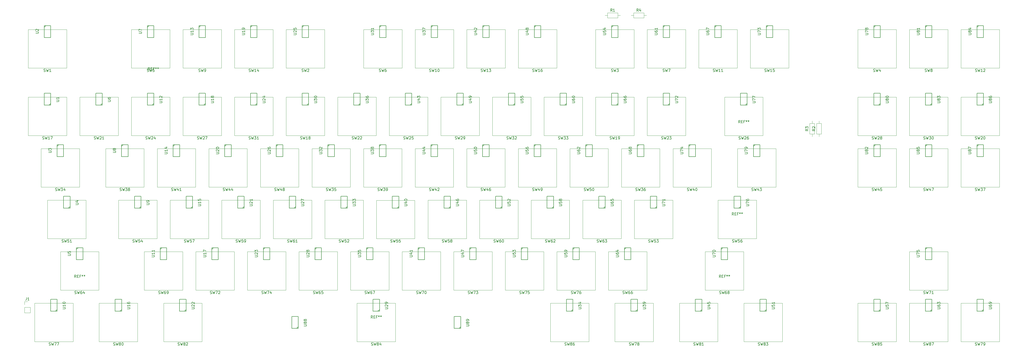
<source format=gbr>
%TF.GenerationSoftware,KiCad,Pcbnew,7.0.2*%
%TF.CreationDate,2023-04-24T23:20:51+02:00*%
%TF.ProjectId,TKL,544b4c2e-6b69-4636-9164-5f7063625858,rev?*%
%TF.SameCoordinates,Original*%
%TF.FileFunction,Legend,Top*%
%TF.FilePolarity,Positive*%
%FSLAX46Y46*%
G04 Gerber Fmt 4.6, Leading zero omitted, Abs format (unit mm)*
G04 Created by KiCad (PCBNEW 7.0.2) date 2023-04-24 23:20:51*
%MOMM*%
%LPD*%
G01*
G04 APERTURE LIST*
%ADD10C,0.150000*%
%ADD11C,0.120000*%
G04 APERTURE END LIST*
D10*
%TO.C,*%
%TO.C,REF\u002A\u002A*%
X63944666Y-34508619D02*
X63611333Y-34032428D01*
X63373238Y-34508619D02*
X63373238Y-33508619D01*
X63373238Y-33508619D02*
X63754190Y-33508619D01*
X63754190Y-33508619D02*
X63849428Y-33556238D01*
X63849428Y-33556238D02*
X63897047Y-33603857D01*
X63897047Y-33603857D02*
X63944666Y-33699095D01*
X63944666Y-33699095D02*
X63944666Y-33841952D01*
X63944666Y-33841952D02*
X63897047Y-33937190D01*
X63897047Y-33937190D02*
X63849428Y-33984809D01*
X63849428Y-33984809D02*
X63754190Y-34032428D01*
X63754190Y-34032428D02*
X63373238Y-34032428D01*
X64373238Y-33984809D02*
X64706571Y-33984809D01*
X64849428Y-34508619D02*
X64373238Y-34508619D01*
X64373238Y-34508619D02*
X64373238Y-33508619D01*
X64373238Y-33508619D02*
X64849428Y-33508619D01*
X65611333Y-33984809D02*
X65278000Y-33984809D01*
X65278000Y-34508619D02*
X65278000Y-33508619D01*
X65278000Y-33508619D02*
X65754190Y-33508619D01*
X66278000Y-33508619D02*
X66278000Y-33746714D01*
X66039905Y-33651476D02*
X66278000Y-33746714D01*
X66278000Y-33746714D02*
X66516095Y-33651476D01*
X66135143Y-33937190D02*
X66278000Y-33746714D01*
X66278000Y-33746714D02*
X66420857Y-33937190D01*
X67039905Y-33508619D02*
X67039905Y-33746714D01*
X66801810Y-33651476D02*
X67039905Y-33746714D01*
X67039905Y-33746714D02*
X67278000Y-33651476D01*
X66897048Y-33937190D02*
X67039905Y-33746714D01*
X67039905Y-33746714D02*
X67182762Y-33937190D01*
%TO.C,R4*%
X244435333Y-12766619D02*
X244102000Y-12290428D01*
X243863905Y-12766619D02*
X243863905Y-11766619D01*
X243863905Y-11766619D02*
X244244857Y-11766619D01*
X244244857Y-11766619D02*
X244340095Y-11814238D01*
X244340095Y-11814238D02*
X244387714Y-11861857D01*
X244387714Y-11861857D02*
X244435333Y-11957095D01*
X244435333Y-11957095D02*
X244435333Y-12099952D01*
X244435333Y-12099952D02*
X244387714Y-12195190D01*
X244387714Y-12195190D02*
X244340095Y-12242809D01*
X244340095Y-12242809D02*
X244244857Y-12290428D01*
X244244857Y-12290428D02*
X243863905Y-12290428D01*
X245292476Y-12099952D02*
X245292476Y-12766619D01*
X245054381Y-11719000D02*
X244816286Y-12433285D01*
X244816286Y-12433285D02*
X245435333Y-12433285D01*
%TO.C,R3*%
X307152619Y-56300666D02*
X306676428Y-56633999D01*
X307152619Y-56872094D02*
X306152619Y-56872094D01*
X306152619Y-56872094D02*
X306152619Y-56491142D01*
X306152619Y-56491142D02*
X306200238Y-56395904D01*
X306200238Y-56395904D02*
X306247857Y-56348285D01*
X306247857Y-56348285D02*
X306343095Y-56300666D01*
X306343095Y-56300666D02*
X306485952Y-56300666D01*
X306485952Y-56300666D02*
X306581190Y-56348285D01*
X306581190Y-56348285D02*
X306628809Y-56395904D01*
X306628809Y-56395904D02*
X306676428Y-56491142D01*
X306676428Y-56491142D02*
X306676428Y-56872094D01*
X306152619Y-55967332D02*
X306152619Y-55348285D01*
X306152619Y-55348285D02*
X306533571Y-55681618D01*
X306533571Y-55681618D02*
X306533571Y-55538761D01*
X306533571Y-55538761D02*
X306581190Y-55443523D01*
X306581190Y-55443523D02*
X306628809Y-55395904D01*
X306628809Y-55395904D02*
X306724047Y-55348285D01*
X306724047Y-55348285D02*
X306962142Y-55348285D01*
X306962142Y-55348285D02*
X307057380Y-55395904D01*
X307057380Y-55395904D02*
X307105000Y-55443523D01*
X307105000Y-55443523D02*
X307152619Y-55538761D01*
X307152619Y-55538761D02*
X307152619Y-55824475D01*
X307152619Y-55824475D02*
X307105000Y-55919713D01*
X307105000Y-55919713D02*
X307057380Y-55967332D01*
%TO.C,R2*%
X309692619Y-56300666D02*
X309216428Y-56633999D01*
X309692619Y-56872094D02*
X308692619Y-56872094D01*
X308692619Y-56872094D02*
X308692619Y-56491142D01*
X308692619Y-56491142D02*
X308740238Y-56395904D01*
X308740238Y-56395904D02*
X308787857Y-56348285D01*
X308787857Y-56348285D02*
X308883095Y-56300666D01*
X308883095Y-56300666D02*
X309025952Y-56300666D01*
X309025952Y-56300666D02*
X309121190Y-56348285D01*
X309121190Y-56348285D02*
X309168809Y-56395904D01*
X309168809Y-56395904D02*
X309216428Y-56491142D01*
X309216428Y-56491142D02*
X309216428Y-56872094D01*
X308787857Y-55919713D02*
X308740238Y-55872094D01*
X308740238Y-55872094D02*
X308692619Y-55776856D01*
X308692619Y-55776856D02*
X308692619Y-55538761D01*
X308692619Y-55538761D02*
X308740238Y-55443523D01*
X308740238Y-55443523D02*
X308787857Y-55395904D01*
X308787857Y-55395904D02*
X308883095Y-55348285D01*
X308883095Y-55348285D02*
X308978333Y-55348285D01*
X308978333Y-55348285D02*
X309121190Y-55395904D01*
X309121190Y-55395904D02*
X309692619Y-55967332D01*
X309692619Y-55967332D02*
X309692619Y-55348285D01*
%TO.C,R1*%
X234783333Y-12766619D02*
X234450000Y-12290428D01*
X234211905Y-12766619D02*
X234211905Y-11766619D01*
X234211905Y-11766619D02*
X234592857Y-11766619D01*
X234592857Y-11766619D02*
X234688095Y-11814238D01*
X234688095Y-11814238D02*
X234735714Y-11861857D01*
X234735714Y-11861857D02*
X234783333Y-11957095D01*
X234783333Y-11957095D02*
X234783333Y-12099952D01*
X234783333Y-12099952D02*
X234735714Y-12195190D01*
X234735714Y-12195190D02*
X234688095Y-12242809D01*
X234688095Y-12242809D02*
X234592857Y-12290428D01*
X234592857Y-12290428D02*
X234211905Y-12290428D01*
X235735714Y-12766619D02*
X235164286Y-12766619D01*
X235450000Y-12766619D02*
X235450000Y-11766619D01*
X235450000Y-11766619D02*
X235354762Y-11909476D01*
X235354762Y-11909476D02*
X235259524Y-12004714D01*
X235259524Y-12004714D02*
X235164286Y-12052333D01*
%TO.C,SW2*%
X120137417Y-35027963D02*
X120280274Y-35075582D01*
X120280274Y-35075582D02*
X120518369Y-35075582D01*
X120518369Y-35075582D02*
X120613607Y-35027963D01*
X120613607Y-35027963D02*
X120661226Y-34980343D01*
X120661226Y-34980343D02*
X120708845Y-34885105D01*
X120708845Y-34885105D02*
X120708845Y-34789867D01*
X120708845Y-34789867D02*
X120661226Y-34694629D01*
X120661226Y-34694629D02*
X120613607Y-34647010D01*
X120613607Y-34647010D02*
X120518369Y-34599391D01*
X120518369Y-34599391D02*
X120327893Y-34551772D01*
X120327893Y-34551772D02*
X120232655Y-34504153D01*
X120232655Y-34504153D02*
X120185036Y-34456534D01*
X120185036Y-34456534D02*
X120137417Y-34361296D01*
X120137417Y-34361296D02*
X120137417Y-34266058D01*
X120137417Y-34266058D02*
X120185036Y-34170820D01*
X120185036Y-34170820D02*
X120232655Y-34123201D01*
X120232655Y-34123201D02*
X120327893Y-34075582D01*
X120327893Y-34075582D02*
X120565988Y-34075582D01*
X120565988Y-34075582D02*
X120708845Y-34123201D01*
X121042179Y-34075582D02*
X121280274Y-35075582D01*
X121280274Y-35075582D02*
X121470750Y-34361296D01*
X121470750Y-34361296D02*
X121661226Y-35075582D01*
X121661226Y-35075582D02*
X121899322Y-34075582D01*
X122232655Y-34170820D02*
X122280274Y-34123201D01*
X122280274Y-34123201D02*
X122375512Y-34075582D01*
X122375512Y-34075582D02*
X122613607Y-34075582D01*
X122613607Y-34075582D02*
X122708845Y-34123201D01*
X122708845Y-34123201D02*
X122756464Y-34170820D01*
X122756464Y-34170820D02*
X122804083Y-34266058D01*
X122804083Y-34266058D02*
X122804083Y-34361296D01*
X122804083Y-34361296D02*
X122756464Y-34504153D01*
X122756464Y-34504153D02*
X122185036Y-35075582D01*
X122185036Y-35075582D02*
X122804083Y-35075582D01*
%TO.C,SW3*%
X234437417Y-35027963D02*
X234580274Y-35075582D01*
X234580274Y-35075582D02*
X234818369Y-35075582D01*
X234818369Y-35075582D02*
X234913607Y-35027963D01*
X234913607Y-35027963D02*
X234961226Y-34980343D01*
X234961226Y-34980343D02*
X235008845Y-34885105D01*
X235008845Y-34885105D02*
X235008845Y-34789867D01*
X235008845Y-34789867D02*
X234961226Y-34694629D01*
X234961226Y-34694629D02*
X234913607Y-34647010D01*
X234913607Y-34647010D02*
X234818369Y-34599391D01*
X234818369Y-34599391D02*
X234627893Y-34551772D01*
X234627893Y-34551772D02*
X234532655Y-34504153D01*
X234532655Y-34504153D02*
X234485036Y-34456534D01*
X234485036Y-34456534D02*
X234437417Y-34361296D01*
X234437417Y-34361296D02*
X234437417Y-34266058D01*
X234437417Y-34266058D02*
X234485036Y-34170820D01*
X234485036Y-34170820D02*
X234532655Y-34123201D01*
X234532655Y-34123201D02*
X234627893Y-34075582D01*
X234627893Y-34075582D02*
X234865988Y-34075582D01*
X234865988Y-34075582D02*
X235008845Y-34123201D01*
X235342179Y-34075582D02*
X235580274Y-35075582D01*
X235580274Y-35075582D02*
X235770750Y-34361296D01*
X235770750Y-34361296D02*
X235961226Y-35075582D01*
X235961226Y-35075582D02*
X236199322Y-34075582D01*
X236485036Y-34075582D02*
X237104083Y-34075582D01*
X237104083Y-34075582D02*
X236770750Y-34456534D01*
X236770750Y-34456534D02*
X236913607Y-34456534D01*
X236913607Y-34456534D02*
X237008845Y-34504153D01*
X237008845Y-34504153D02*
X237056464Y-34551772D01*
X237056464Y-34551772D02*
X237104083Y-34647010D01*
X237104083Y-34647010D02*
X237104083Y-34885105D01*
X237104083Y-34885105D02*
X237056464Y-34980343D01*
X237056464Y-34980343D02*
X237008845Y-35027963D01*
X237008845Y-35027963D02*
X236913607Y-35075582D01*
X236913607Y-35075582D02*
X236627893Y-35075582D01*
X236627893Y-35075582D02*
X236532655Y-35027963D01*
X236532655Y-35027963D02*
X236485036Y-34980343D01*
%TO.C,SW4*%
X331274917Y-35027963D02*
X331417774Y-35075582D01*
X331417774Y-35075582D02*
X331655869Y-35075582D01*
X331655869Y-35075582D02*
X331751107Y-35027963D01*
X331751107Y-35027963D02*
X331798726Y-34980343D01*
X331798726Y-34980343D02*
X331846345Y-34885105D01*
X331846345Y-34885105D02*
X331846345Y-34789867D01*
X331846345Y-34789867D02*
X331798726Y-34694629D01*
X331798726Y-34694629D02*
X331751107Y-34647010D01*
X331751107Y-34647010D02*
X331655869Y-34599391D01*
X331655869Y-34599391D02*
X331465393Y-34551772D01*
X331465393Y-34551772D02*
X331370155Y-34504153D01*
X331370155Y-34504153D02*
X331322536Y-34456534D01*
X331322536Y-34456534D02*
X331274917Y-34361296D01*
X331274917Y-34361296D02*
X331274917Y-34266058D01*
X331274917Y-34266058D02*
X331322536Y-34170820D01*
X331322536Y-34170820D02*
X331370155Y-34123201D01*
X331370155Y-34123201D02*
X331465393Y-34075582D01*
X331465393Y-34075582D02*
X331703488Y-34075582D01*
X331703488Y-34075582D02*
X331846345Y-34123201D01*
X332179679Y-34075582D02*
X332417774Y-35075582D01*
X332417774Y-35075582D02*
X332608250Y-34361296D01*
X332608250Y-34361296D02*
X332798726Y-35075582D01*
X332798726Y-35075582D02*
X333036822Y-34075582D01*
X333846345Y-34408915D02*
X333846345Y-35075582D01*
X333608250Y-34027963D02*
X333370155Y-34742248D01*
X333370155Y-34742248D02*
X333989202Y-34742248D01*
%TO.C,SW5*%
X62987417Y-35027963D02*
X63130274Y-35075582D01*
X63130274Y-35075582D02*
X63368369Y-35075582D01*
X63368369Y-35075582D02*
X63463607Y-35027963D01*
X63463607Y-35027963D02*
X63511226Y-34980343D01*
X63511226Y-34980343D02*
X63558845Y-34885105D01*
X63558845Y-34885105D02*
X63558845Y-34789867D01*
X63558845Y-34789867D02*
X63511226Y-34694629D01*
X63511226Y-34694629D02*
X63463607Y-34647010D01*
X63463607Y-34647010D02*
X63368369Y-34599391D01*
X63368369Y-34599391D02*
X63177893Y-34551772D01*
X63177893Y-34551772D02*
X63082655Y-34504153D01*
X63082655Y-34504153D02*
X63035036Y-34456534D01*
X63035036Y-34456534D02*
X62987417Y-34361296D01*
X62987417Y-34361296D02*
X62987417Y-34266058D01*
X62987417Y-34266058D02*
X63035036Y-34170820D01*
X63035036Y-34170820D02*
X63082655Y-34123201D01*
X63082655Y-34123201D02*
X63177893Y-34075582D01*
X63177893Y-34075582D02*
X63415988Y-34075582D01*
X63415988Y-34075582D02*
X63558845Y-34123201D01*
X63892179Y-34075582D02*
X64130274Y-35075582D01*
X64130274Y-35075582D02*
X64320750Y-34361296D01*
X64320750Y-34361296D02*
X64511226Y-35075582D01*
X64511226Y-35075582D02*
X64749322Y-34075582D01*
X65606464Y-34075582D02*
X65130274Y-34075582D01*
X65130274Y-34075582D02*
X65082655Y-34551772D01*
X65082655Y-34551772D02*
X65130274Y-34504153D01*
X65130274Y-34504153D02*
X65225512Y-34456534D01*
X65225512Y-34456534D02*
X65463607Y-34456534D01*
X65463607Y-34456534D02*
X65558845Y-34504153D01*
X65558845Y-34504153D02*
X65606464Y-34551772D01*
X65606464Y-34551772D02*
X65654083Y-34647010D01*
X65654083Y-34647010D02*
X65654083Y-34885105D01*
X65654083Y-34885105D02*
X65606464Y-34980343D01*
X65606464Y-34980343D02*
X65558845Y-35027963D01*
X65558845Y-35027963D02*
X65463607Y-35075582D01*
X65463607Y-35075582D02*
X65225512Y-35075582D01*
X65225512Y-35075582D02*
X65130274Y-35027963D01*
X65130274Y-35027963D02*
X65082655Y-34980343D01*
%TO.C,SW7*%
X253487417Y-35027963D02*
X253630274Y-35075582D01*
X253630274Y-35075582D02*
X253868369Y-35075582D01*
X253868369Y-35075582D02*
X253963607Y-35027963D01*
X253963607Y-35027963D02*
X254011226Y-34980343D01*
X254011226Y-34980343D02*
X254058845Y-34885105D01*
X254058845Y-34885105D02*
X254058845Y-34789867D01*
X254058845Y-34789867D02*
X254011226Y-34694629D01*
X254011226Y-34694629D02*
X253963607Y-34647010D01*
X253963607Y-34647010D02*
X253868369Y-34599391D01*
X253868369Y-34599391D02*
X253677893Y-34551772D01*
X253677893Y-34551772D02*
X253582655Y-34504153D01*
X253582655Y-34504153D02*
X253535036Y-34456534D01*
X253535036Y-34456534D02*
X253487417Y-34361296D01*
X253487417Y-34361296D02*
X253487417Y-34266058D01*
X253487417Y-34266058D02*
X253535036Y-34170820D01*
X253535036Y-34170820D02*
X253582655Y-34123201D01*
X253582655Y-34123201D02*
X253677893Y-34075582D01*
X253677893Y-34075582D02*
X253915988Y-34075582D01*
X253915988Y-34075582D02*
X254058845Y-34123201D01*
X254392179Y-34075582D02*
X254630274Y-35075582D01*
X254630274Y-35075582D02*
X254820750Y-34361296D01*
X254820750Y-34361296D02*
X255011226Y-35075582D01*
X255011226Y-35075582D02*
X255249322Y-34075582D01*
X255535036Y-34075582D02*
X256201702Y-34075582D01*
X256201702Y-34075582D02*
X255773131Y-35075582D01*
%TO.C,SW8*%
X350324917Y-35027963D02*
X350467774Y-35075582D01*
X350467774Y-35075582D02*
X350705869Y-35075582D01*
X350705869Y-35075582D02*
X350801107Y-35027963D01*
X350801107Y-35027963D02*
X350848726Y-34980343D01*
X350848726Y-34980343D02*
X350896345Y-34885105D01*
X350896345Y-34885105D02*
X350896345Y-34789867D01*
X350896345Y-34789867D02*
X350848726Y-34694629D01*
X350848726Y-34694629D02*
X350801107Y-34647010D01*
X350801107Y-34647010D02*
X350705869Y-34599391D01*
X350705869Y-34599391D02*
X350515393Y-34551772D01*
X350515393Y-34551772D02*
X350420155Y-34504153D01*
X350420155Y-34504153D02*
X350372536Y-34456534D01*
X350372536Y-34456534D02*
X350324917Y-34361296D01*
X350324917Y-34361296D02*
X350324917Y-34266058D01*
X350324917Y-34266058D02*
X350372536Y-34170820D01*
X350372536Y-34170820D02*
X350420155Y-34123201D01*
X350420155Y-34123201D02*
X350515393Y-34075582D01*
X350515393Y-34075582D02*
X350753488Y-34075582D01*
X350753488Y-34075582D02*
X350896345Y-34123201D01*
X351229679Y-34075582D02*
X351467774Y-35075582D01*
X351467774Y-35075582D02*
X351658250Y-34361296D01*
X351658250Y-34361296D02*
X351848726Y-35075582D01*
X351848726Y-35075582D02*
X352086822Y-34075582D01*
X352610631Y-34504153D02*
X352515393Y-34456534D01*
X352515393Y-34456534D02*
X352467774Y-34408915D01*
X352467774Y-34408915D02*
X352420155Y-34313677D01*
X352420155Y-34313677D02*
X352420155Y-34266058D01*
X352420155Y-34266058D02*
X352467774Y-34170820D01*
X352467774Y-34170820D02*
X352515393Y-34123201D01*
X352515393Y-34123201D02*
X352610631Y-34075582D01*
X352610631Y-34075582D02*
X352801107Y-34075582D01*
X352801107Y-34075582D02*
X352896345Y-34123201D01*
X352896345Y-34123201D02*
X352943964Y-34170820D01*
X352943964Y-34170820D02*
X352991583Y-34266058D01*
X352991583Y-34266058D02*
X352991583Y-34313677D01*
X352991583Y-34313677D02*
X352943964Y-34408915D01*
X352943964Y-34408915D02*
X352896345Y-34456534D01*
X352896345Y-34456534D02*
X352801107Y-34504153D01*
X352801107Y-34504153D02*
X352610631Y-34504153D01*
X352610631Y-34504153D02*
X352515393Y-34551772D01*
X352515393Y-34551772D02*
X352467774Y-34599391D01*
X352467774Y-34599391D02*
X352420155Y-34694629D01*
X352420155Y-34694629D02*
X352420155Y-34885105D01*
X352420155Y-34885105D02*
X352467774Y-34980343D01*
X352467774Y-34980343D02*
X352515393Y-35027963D01*
X352515393Y-35027963D02*
X352610631Y-35075582D01*
X352610631Y-35075582D02*
X352801107Y-35075582D01*
X352801107Y-35075582D02*
X352896345Y-35027963D01*
X352896345Y-35027963D02*
X352943964Y-34980343D01*
X352943964Y-34980343D02*
X352991583Y-34885105D01*
X352991583Y-34885105D02*
X352991583Y-34694629D01*
X352991583Y-34694629D02*
X352943964Y-34599391D01*
X352943964Y-34599391D02*
X352896345Y-34551772D01*
X352896345Y-34551772D02*
X352801107Y-34504153D01*
%TO.C,SW9*%
X82037417Y-35027963D02*
X82180274Y-35075582D01*
X82180274Y-35075582D02*
X82418369Y-35075582D01*
X82418369Y-35075582D02*
X82513607Y-35027963D01*
X82513607Y-35027963D02*
X82561226Y-34980343D01*
X82561226Y-34980343D02*
X82608845Y-34885105D01*
X82608845Y-34885105D02*
X82608845Y-34789867D01*
X82608845Y-34789867D02*
X82561226Y-34694629D01*
X82561226Y-34694629D02*
X82513607Y-34647010D01*
X82513607Y-34647010D02*
X82418369Y-34599391D01*
X82418369Y-34599391D02*
X82227893Y-34551772D01*
X82227893Y-34551772D02*
X82132655Y-34504153D01*
X82132655Y-34504153D02*
X82085036Y-34456534D01*
X82085036Y-34456534D02*
X82037417Y-34361296D01*
X82037417Y-34361296D02*
X82037417Y-34266058D01*
X82037417Y-34266058D02*
X82085036Y-34170820D01*
X82085036Y-34170820D02*
X82132655Y-34123201D01*
X82132655Y-34123201D02*
X82227893Y-34075582D01*
X82227893Y-34075582D02*
X82465988Y-34075582D01*
X82465988Y-34075582D02*
X82608845Y-34123201D01*
X82942179Y-34075582D02*
X83180274Y-35075582D01*
X83180274Y-35075582D02*
X83370750Y-34361296D01*
X83370750Y-34361296D02*
X83561226Y-35075582D01*
X83561226Y-35075582D02*
X83799322Y-34075582D01*
X84227893Y-35075582D02*
X84418369Y-35075582D01*
X84418369Y-35075582D02*
X84513607Y-35027963D01*
X84513607Y-35027963D02*
X84561226Y-34980343D01*
X84561226Y-34980343D02*
X84656464Y-34837486D01*
X84656464Y-34837486D02*
X84704083Y-34647010D01*
X84704083Y-34647010D02*
X84704083Y-34266058D01*
X84704083Y-34266058D02*
X84656464Y-34170820D01*
X84656464Y-34170820D02*
X84608845Y-34123201D01*
X84608845Y-34123201D02*
X84513607Y-34075582D01*
X84513607Y-34075582D02*
X84323131Y-34075582D01*
X84323131Y-34075582D02*
X84227893Y-34123201D01*
X84227893Y-34123201D02*
X84180274Y-34170820D01*
X84180274Y-34170820D02*
X84132655Y-34266058D01*
X84132655Y-34266058D02*
X84132655Y-34504153D01*
X84132655Y-34504153D02*
X84180274Y-34599391D01*
X84180274Y-34599391D02*
X84227893Y-34647010D01*
X84227893Y-34647010D02*
X84323131Y-34694629D01*
X84323131Y-34694629D02*
X84513607Y-34694629D01*
X84513607Y-34694629D02*
X84608845Y-34647010D01*
X84608845Y-34647010D02*
X84656464Y-34599391D01*
X84656464Y-34599391D02*
X84704083Y-34504153D01*
%TO.C,SW11*%
X272061226Y-35027963D02*
X272204083Y-35075582D01*
X272204083Y-35075582D02*
X272442178Y-35075582D01*
X272442178Y-35075582D02*
X272537416Y-35027963D01*
X272537416Y-35027963D02*
X272585035Y-34980343D01*
X272585035Y-34980343D02*
X272632654Y-34885105D01*
X272632654Y-34885105D02*
X272632654Y-34789867D01*
X272632654Y-34789867D02*
X272585035Y-34694629D01*
X272585035Y-34694629D02*
X272537416Y-34647010D01*
X272537416Y-34647010D02*
X272442178Y-34599391D01*
X272442178Y-34599391D02*
X272251702Y-34551772D01*
X272251702Y-34551772D02*
X272156464Y-34504153D01*
X272156464Y-34504153D02*
X272108845Y-34456534D01*
X272108845Y-34456534D02*
X272061226Y-34361296D01*
X272061226Y-34361296D02*
X272061226Y-34266058D01*
X272061226Y-34266058D02*
X272108845Y-34170820D01*
X272108845Y-34170820D02*
X272156464Y-34123201D01*
X272156464Y-34123201D02*
X272251702Y-34075582D01*
X272251702Y-34075582D02*
X272489797Y-34075582D01*
X272489797Y-34075582D02*
X272632654Y-34123201D01*
X272965988Y-34075582D02*
X273204083Y-35075582D01*
X273204083Y-35075582D02*
X273394559Y-34361296D01*
X273394559Y-34361296D02*
X273585035Y-35075582D01*
X273585035Y-35075582D02*
X273823131Y-34075582D01*
X274727892Y-35075582D02*
X274156464Y-35075582D01*
X274442178Y-35075582D02*
X274442178Y-34075582D01*
X274442178Y-34075582D02*
X274346940Y-34218439D01*
X274346940Y-34218439D02*
X274251702Y-34313677D01*
X274251702Y-34313677D02*
X274156464Y-34361296D01*
X275680273Y-35075582D02*
X275108845Y-35075582D01*
X275394559Y-35075582D02*
X275394559Y-34075582D01*
X275394559Y-34075582D02*
X275299321Y-34218439D01*
X275299321Y-34218439D02*
X275204083Y-34313677D01*
X275204083Y-34313677D02*
X275108845Y-34361296D01*
%TO.C,SW12*%
X368898726Y-35027963D02*
X369041583Y-35075582D01*
X369041583Y-35075582D02*
X369279678Y-35075582D01*
X369279678Y-35075582D02*
X369374916Y-35027963D01*
X369374916Y-35027963D02*
X369422535Y-34980343D01*
X369422535Y-34980343D02*
X369470154Y-34885105D01*
X369470154Y-34885105D02*
X369470154Y-34789867D01*
X369470154Y-34789867D02*
X369422535Y-34694629D01*
X369422535Y-34694629D02*
X369374916Y-34647010D01*
X369374916Y-34647010D02*
X369279678Y-34599391D01*
X369279678Y-34599391D02*
X369089202Y-34551772D01*
X369089202Y-34551772D02*
X368993964Y-34504153D01*
X368993964Y-34504153D02*
X368946345Y-34456534D01*
X368946345Y-34456534D02*
X368898726Y-34361296D01*
X368898726Y-34361296D02*
X368898726Y-34266058D01*
X368898726Y-34266058D02*
X368946345Y-34170820D01*
X368946345Y-34170820D02*
X368993964Y-34123201D01*
X368993964Y-34123201D02*
X369089202Y-34075582D01*
X369089202Y-34075582D02*
X369327297Y-34075582D01*
X369327297Y-34075582D02*
X369470154Y-34123201D01*
X369803488Y-34075582D02*
X370041583Y-35075582D01*
X370041583Y-35075582D02*
X370232059Y-34361296D01*
X370232059Y-34361296D02*
X370422535Y-35075582D01*
X370422535Y-35075582D02*
X370660631Y-34075582D01*
X371565392Y-35075582D02*
X370993964Y-35075582D01*
X371279678Y-35075582D02*
X371279678Y-34075582D01*
X371279678Y-34075582D02*
X371184440Y-34218439D01*
X371184440Y-34218439D02*
X371089202Y-34313677D01*
X371089202Y-34313677D02*
X370993964Y-34361296D01*
X371946345Y-34170820D02*
X371993964Y-34123201D01*
X371993964Y-34123201D02*
X372089202Y-34075582D01*
X372089202Y-34075582D02*
X372327297Y-34075582D01*
X372327297Y-34075582D02*
X372422535Y-34123201D01*
X372422535Y-34123201D02*
X372470154Y-34170820D01*
X372470154Y-34170820D02*
X372517773Y-34266058D01*
X372517773Y-34266058D02*
X372517773Y-34361296D01*
X372517773Y-34361296D02*
X372470154Y-34504153D01*
X372470154Y-34504153D02*
X371898726Y-35075582D01*
X371898726Y-35075582D02*
X372517773Y-35075582D01*
%TO.C,SW14*%
X100611226Y-35027963D02*
X100754083Y-35075582D01*
X100754083Y-35075582D02*
X100992178Y-35075582D01*
X100992178Y-35075582D02*
X101087416Y-35027963D01*
X101087416Y-35027963D02*
X101135035Y-34980343D01*
X101135035Y-34980343D02*
X101182654Y-34885105D01*
X101182654Y-34885105D02*
X101182654Y-34789867D01*
X101182654Y-34789867D02*
X101135035Y-34694629D01*
X101135035Y-34694629D02*
X101087416Y-34647010D01*
X101087416Y-34647010D02*
X100992178Y-34599391D01*
X100992178Y-34599391D02*
X100801702Y-34551772D01*
X100801702Y-34551772D02*
X100706464Y-34504153D01*
X100706464Y-34504153D02*
X100658845Y-34456534D01*
X100658845Y-34456534D02*
X100611226Y-34361296D01*
X100611226Y-34361296D02*
X100611226Y-34266058D01*
X100611226Y-34266058D02*
X100658845Y-34170820D01*
X100658845Y-34170820D02*
X100706464Y-34123201D01*
X100706464Y-34123201D02*
X100801702Y-34075582D01*
X100801702Y-34075582D02*
X101039797Y-34075582D01*
X101039797Y-34075582D02*
X101182654Y-34123201D01*
X101515988Y-34075582D02*
X101754083Y-35075582D01*
X101754083Y-35075582D02*
X101944559Y-34361296D01*
X101944559Y-34361296D02*
X102135035Y-35075582D01*
X102135035Y-35075582D02*
X102373131Y-34075582D01*
X103277892Y-35075582D02*
X102706464Y-35075582D01*
X102992178Y-35075582D02*
X102992178Y-34075582D01*
X102992178Y-34075582D02*
X102896940Y-34218439D01*
X102896940Y-34218439D02*
X102801702Y-34313677D01*
X102801702Y-34313677D02*
X102706464Y-34361296D01*
X104135035Y-34408915D02*
X104135035Y-35075582D01*
X103896940Y-34027963D02*
X103658845Y-34742248D01*
X103658845Y-34742248D02*
X104277892Y-34742248D01*
%TO.C,SW15*%
X291111226Y-35027963D02*
X291254083Y-35075582D01*
X291254083Y-35075582D02*
X291492178Y-35075582D01*
X291492178Y-35075582D02*
X291587416Y-35027963D01*
X291587416Y-35027963D02*
X291635035Y-34980343D01*
X291635035Y-34980343D02*
X291682654Y-34885105D01*
X291682654Y-34885105D02*
X291682654Y-34789867D01*
X291682654Y-34789867D02*
X291635035Y-34694629D01*
X291635035Y-34694629D02*
X291587416Y-34647010D01*
X291587416Y-34647010D02*
X291492178Y-34599391D01*
X291492178Y-34599391D02*
X291301702Y-34551772D01*
X291301702Y-34551772D02*
X291206464Y-34504153D01*
X291206464Y-34504153D02*
X291158845Y-34456534D01*
X291158845Y-34456534D02*
X291111226Y-34361296D01*
X291111226Y-34361296D02*
X291111226Y-34266058D01*
X291111226Y-34266058D02*
X291158845Y-34170820D01*
X291158845Y-34170820D02*
X291206464Y-34123201D01*
X291206464Y-34123201D02*
X291301702Y-34075582D01*
X291301702Y-34075582D02*
X291539797Y-34075582D01*
X291539797Y-34075582D02*
X291682654Y-34123201D01*
X292015988Y-34075582D02*
X292254083Y-35075582D01*
X292254083Y-35075582D02*
X292444559Y-34361296D01*
X292444559Y-34361296D02*
X292635035Y-35075582D01*
X292635035Y-35075582D02*
X292873131Y-34075582D01*
X293777892Y-35075582D02*
X293206464Y-35075582D01*
X293492178Y-35075582D02*
X293492178Y-34075582D01*
X293492178Y-34075582D02*
X293396940Y-34218439D01*
X293396940Y-34218439D02*
X293301702Y-34313677D01*
X293301702Y-34313677D02*
X293206464Y-34361296D01*
X294682654Y-34075582D02*
X294206464Y-34075582D01*
X294206464Y-34075582D02*
X294158845Y-34551772D01*
X294158845Y-34551772D02*
X294206464Y-34504153D01*
X294206464Y-34504153D02*
X294301702Y-34456534D01*
X294301702Y-34456534D02*
X294539797Y-34456534D01*
X294539797Y-34456534D02*
X294635035Y-34504153D01*
X294635035Y-34504153D02*
X294682654Y-34551772D01*
X294682654Y-34551772D02*
X294730273Y-34647010D01*
X294730273Y-34647010D02*
X294730273Y-34885105D01*
X294730273Y-34885105D02*
X294682654Y-34980343D01*
X294682654Y-34980343D02*
X294635035Y-35027963D01*
X294635035Y-35027963D02*
X294539797Y-35075582D01*
X294539797Y-35075582D02*
X294301702Y-35075582D01*
X294301702Y-35075582D02*
X294206464Y-35027963D01*
X294206464Y-35027963D02*
X294158845Y-34980343D01*
%TO.C,SW17*%
X24384226Y-60008750D02*
X24527083Y-60056369D01*
X24527083Y-60056369D02*
X24765178Y-60056369D01*
X24765178Y-60056369D02*
X24860416Y-60008750D01*
X24860416Y-60008750D02*
X24908035Y-59961130D01*
X24908035Y-59961130D02*
X24955654Y-59865892D01*
X24955654Y-59865892D02*
X24955654Y-59770654D01*
X24955654Y-59770654D02*
X24908035Y-59675416D01*
X24908035Y-59675416D02*
X24860416Y-59627797D01*
X24860416Y-59627797D02*
X24765178Y-59580178D01*
X24765178Y-59580178D02*
X24574702Y-59532559D01*
X24574702Y-59532559D02*
X24479464Y-59484940D01*
X24479464Y-59484940D02*
X24431845Y-59437321D01*
X24431845Y-59437321D02*
X24384226Y-59342083D01*
X24384226Y-59342083D02*
X24384226Y-59246845D01*
X24384226Y-59246845D02*
X24431845Y-59151607D01*
X24431845Y-59151607D02*
X24479464Y-59103988D01*
X24479464Y-59103988D02*
X24574702Y-59056369D01*
X24574702Y-59056369D02*
X24812797Y-59056369D01*
X24812797Y-59056369D02*
X24955654Y-59103988D01*
X25288988Y-59056369D02*
X25527083Y-60056369D01*
X25527083Y-60056369D02*
X25717559Y-59342083D01*
X25717559Y-59342083D02*
X25908035Y-60056369D01*
X25908035Y-60056369D02*
X26146131Y-59056369D01*
X27050892Y-60056369D02*
X26479464Y-60056369D01*
X26765178Y-60056369D02*
X26765178Y-59056369D01*
X26765178Y-59056369D02*
X26669940Y-59199226D01*
X26669940Y-59199226D02*
X26574702Y-59294464D01*
X26574702Y-59294464D02*
X26479464Y-59342083D01*
X27384226Y-59056369D02*
X28050892Y-59056369D01*
X28050892Y-59056369D02*
X27622321Y-60056369D01*
%TO.C,SW18*%
X119634226Y-60008750D02*
X119777083Y-60056369D01*
X119777083Y-60056369D02*
X120015178Y-60056369D01*
X120015178Y-60056369D02*
X120110416Y-60008750D01*
X120110416Y-60008750D02*
X120158035Y-59961130D01*
X120158035Y-59961130D02*
X120205654Y-59865892D01*
X120205654Y-59865892D02*
X120205654Y-59770654D01*
X120205654Y-59770654D02*
X120158035Y-59675416D01*
X120158035Y-59675416D02*
X120110416Y-59627797D01*
X120110416Y-59627797D02*
X120015178Y-59580178D01*
X120015178Y-59580178D02*
X119824702Y-59532559D01*
X119824702Y-59532559D02*
X119729464Y-59484940D01*
X119729464Y-59484940D02*
X119681845Y-59437321D01*
X119681845Y-59437321D02*
X119634226Y-59342083D01*
X119634226Y-59342083D02*
X119634226Y-59246845D01*
X119634226Y-59246845D02*
X119681845Y-59151607D01*
X119681845Y-59151607D02*
X119729464Y-59103988D01*
X119729464Y-59103988D02*
X119824702Y-59056369D01*
X119824702Y-59056369D02*
X120062797Y-59056369D01*
X120062797Y-59056369D02*
X120205654Y-59103988D01*
X120538988Y-59056369D02*
X120777083Y-60056369D01*
X120777083Y-60056369D02*
X120967559Y-59342083D01*
X120967559Y-59342083D02*
X121158035Y-60056369D01*
X121158035Y-60056369D02*
X121396131Y-59056369D01*
X122300892Y-60056369D02*
X121729464Y-60056369D01*
X122015178Y-60056369D02*
X122015178Y-59056369D01*
X122015178Y-59056369D02*
X121919940Y-59199226D01*
X121919940Y-59199226D02*
X121824702Y-59294464D01*
X121824702Y-59294464D02*
X121729464Y-59342083D01*
X122872321Y-59484940D02*
X122777083Y-59437321D01*
X122777083Y-59437321D02*
X122729464Y-59389702D01*
X122729464Y-59389702D02*
X122681845Y-59294464D01*
X122681845Y-59294464D02*
X122681845Y-59246845D01*
X122681845Y-59246845D02*
X122729464Y-59151607D01*
X122729464Y-59151607D02*
X122777083Y-59103988D01*
X122777083Y-59103988D02*
X122872321Y-59056369D01*
X122872321Y-59056369D02*
X123062797Y-59056369D01*
X123062797Y-59056369D02*
X123158035Y-59103988D01*
X123158035Y-59103988D02*
X123205654Y-59151607D01*
X123205654Y-59151607D02*
X123253273Y-59246845D01*
X123253273Y-59246845D02*
X123253273Y-59294464D01*
X123253273Y-59294464D02*
X123205654Y-59389702D01*
X123205654Y-59389702D02*
X123158035Y-59437321D01*
X123158035Y-59437321D02*
X123062797Y-59484940D01*
X123062797Y-59484940D02*
X122872321Y-59484940D01*
X122872321Y-59484940D02*
X122777083Y-59532559D01*
X122777083Y-59532559D02*
X122729464Y-59580178D01*
X122729464Y-59580178D02*
X122681845Y-59675416D01*
X122681845Y-59675416D02*
X122681845Y-59865892D01*
X122681845Y-59865892D02*
X122729464Y-59961130D01*
X122729464Y-59961130D02*
X122777083Y-60008750D01*
X122777083Y-60008750D02*
X122872321Y-60056369D01*
X122872321Y-60056369D02*
X123062797Y-60056369D01*
X123062797Y-60056369D02*
X123158035Y-60008750D01*
X123158035Y-60008750D02*
X123205654Y-59961130D01*
X123205654Y-59961130D02*
X123253273Y-59865892D01*
X123253273Y-59865892D02*
X123253273Y-59675416D01*
X123253273Y-59675416D02*
X123205654Y-59580178D01*
X123205654Y-59580178D02*
X123158035Y-59532559D01*
X123158035Y-59532559D02*
X123062797Y-59484940D01*
%TO.C,SW19*%
X233934226Y-60008750D02*
X234077083Y-60056369D01*
X234077083Y-60056369D02*
X234315178Y-60056369D01*
X234315178Y-60056369D02*
X234410416Y-60008750D01*
X234410416Y-60008750D02*
X234458035Y-59961130D01*
X234458035Y-59961130D02*
X234505654Y-59865892D01*
X234505654Y-59865892D02*
X234505654Y-59770654D01*
X234505654Y-59770654D02*
X234458035Y-59675416D01*
X234458035Y-59675416D02*
X234410416Y-59627797D01*
X234410416Y-59627797D02*
X234315178Y-59580178D01*
X234315178Y-59580178D02*
X234124702Y-59532559D01*
X234124702Y-59532559D02*
X234029464Y-59484940D01*
X234029464Y-59484940D02*
X233981845Y-59437321D01*
X233981845Y-59437321D02*
X233934226Y-59342083D01*
X233934226Y-59342083D02*
X233934226Y-59246845D01*
X233934226Y-59246845D02*
X233981845Y-59151607D01*
X233981845Y-59151607D02*
X234029464Y-59103988D01*
X234029464Y-59103988D02*
X234124702Y-59056369D01*
X234124702Y-59056369D02*
X234362797Y-59056369D01*
X234362797Y-59056369D02*
X234505654Y-59103988D01*
X234838988Y-59056369D02*
X235077083Y-60056369D01*
X235077083Y-60056369D02*
X235267559Y-59342083D01*
X235267559Y-59342083D02*
X235458035Y-60056369D01*
X235458035Y-60056369D02*
X235696131Y-59056369D01*
X236600892Y-60056369D02*
X236029464Y-60056369D01*
X236315178Y-60056369D02*
X236315178Y-59056369D01*
X236315178Y-59056369D02*
X236219940Y-59199226D01*
X236219940Y-59199226D02*
X236124702Y-59294464D01*
X236124702Y-59294464D02*
X236029464Y-59342083D01*
X237077083Y-60056369D02*
X237267559Y-60056369D01*
X237267559Y-60056369D02*
X237362797Y-60008750D01*
X237362797Y-60008750D02*
X237410416Y-59961130D01*
X237410416Y-59961130D02*
X237505654Y-59818273D01*
X237505654Y-59818273D02*
X237553273Y-59627797D01*
X237553273Y-59627797D02*
X237553273Y-59246845D01*
X237553273Y-59246845D02*
X237505654Y-59151607D01*
X237505654Y-59151607D02*
X237458035Y-59103988D01*
X237458035Y-59103988D02*
X237362797Y-59056369D01*
X237362797Y-59056369D02*
X237172321Y-59056369D01*
X237172321Y-59056369D02*
X237077083Y-59103988D01*
X237077083Y-59103988D02*
X237029464Y-59151607D01*
X237029464Y-59151607D02*
X236981845Y-59246845D01*
X236981845Y-59246845D02*
X236981845Y-59484940D01*
X236981845Y-59484940D02*
X237029464Y-59580178D01*
X237029464Y-59580178D02*
X237077083Y-59627797D01*
X237077083Y-59627797D02*
X237172321Y-59675416D01*
X237172321Y-59675416D02*
X237362797Y-59675416D01*
X237362797Y-59675416D02*
X237458035Y-59627797D01*
X237458035Y-59627797D02*
X237505654Y-59580178D01*
X237505654Y-59580178D02*
X237553273Y-59484940D01*
%TO.C,SW20*%
X368871726Y-60008750D02*
X369014583Y-60056369D01*
X369014583Y-60056369D02*
X369252678Y-60056369D01*
X369252678Y-60056369D02*
X369347916Y-60008750D01*
X369347916Y-60008750D02*
X369395535Y-59961130D01*
X369395535Y-59961130D02*
X369443154Y-59865892D01*
X369443154Y-59865892D02*
X369443154Y-59770654D01*
X369443154Y-59770654D02*
X369395535Y-59675416D01*
X369395535Y-59675416D02*
X369347916Y-59627797D01*
X369347916Y-59627797D02*
X369252678Y-59580178D01*
X369252678Y-59580178D02*
X369062202Y-59532559D01*
X369062202Y-59532559D02*
X368966964Y-59484940D01*
X368966964Y-59484940D02*
X368919345Y-59437321D01*
X368919345Y-59437321D02*
X368871726Y-59342083D01*
X368871726Y-59342083D02*
X368871726Y-59246845D01*
X368871726Y-59246845D02*
X368919345Y-59151607D01*
X368919345Y-59151607D02*
X368966964Y-59103988D01*
X368966964Y-59103988D02*
X369062202Y-59056369D01*
X369062202Y-59056369D02*
X369300297Y-59056369D01*
X369300297Y-59056369D02*
X369443154Y-59103988D01*
X369776488Y-59056369D02*
X370014583Y-60056369D01*
X370014583Y-60056369D02*
X370205059Y-59342083D01*
X370205059Y-59342083D02*
X370395535Y-60056369D01*
X370395535Y-60056369D02*
X370633631Y-59056369D01*
X370966964Y-59151607D02*
X371014583Y-59103988D01*
X371014583Y-59103988D02*
X371109821Y-59056369D01*
X371109821Y-59056369D02*
X371347916Y-59056369D01*
X371347916Y-59056369D02*
X371443154Y-59103988D01*
X371443154Y-59103988D02*
X371490773Y-59151607D01*
X371490773Y-59151607D02*
X371538392Y-59246845D01*
X371538392Y-59246845D02*
X371538392Y-59342083D01*
X371538392Y-59342083D02*
X371490773Y-59484940D01*
X371490773Y-59484940D02*
X370919345Y-60056369D01*
X370919345Y-60056369D02*
X371538392Y-60056369D01*
X372157440Y-59056369D02*
X372252678Y-59056369D01*
X372252678Y-59056369D02*
X372347916Y-59103988D01*
X372347916Y-59103988D02*
X372395535Y-59151607D01*
X372395535Y-59151607D02*
X372443154Y-59246845D01*
X372443154Y-59246845D02*
X372490773Y-59437321D01*
X372490773Y-59437321D02*
X372490773Y-59675416D01*
X372490773Y-59675416D02*
X372443154Y-59865892D01*
X372443154Y-59865892D02*
X372395535Y-59961130D01*
X372395535Y-59961130D02*
X372347916Y-60008750D01*
X372347916Y-60008750D02*
X372252678Y-60056369D01*
X372252678Y-60056369D02*
X372157440Y-60056369D01*
X372157440Y-60056369D02*
X372062202Y-60008750D01*
X372062202Y-60008750D02*
X372014583Y-59961130D01*
X372014583Y-59961130D02*
X371966964Y-59865892D01*
X371966964Y-59865892D02*
X371919345Y-59675416D01*
X371919345Y-59675416D02*
X371919345Y-59437321D01*
X371919345Y-59437321D02*
X371966964Y-59246845D01*
X371966964Y-59246845D02*
X372014583Y-59151607D01*
X372014583Y-59151607D02*
X372062202Y-59103988D01*
X372062202Y-59103988D02*
X372157440Y-59056369D01*
%TO.C,SW21*%
X43434226Y-60008750D02*
X43577083Y-60056369D01*
X43577083Y-60056369D02*
X43815178Y-60056369D01*
X43815178Y-60056369D02*
X43910416Y-60008750D01*
X43910416Y-60008750D02*
X43958035Y-59961130D01*
X43958035Y-59961130D02*
X44005654Y-59865892D01*
X44005654Y-59865892D02*
X44005654Y-59770654D01*
X44005654Y-59770654D02*
X43958035Y-59675416D01*
X43958035Y-59675416D02*
X43910416Y-59627797D01*
X43910416Y-59627797D02*
X43815178Y-59580178D01*
X43815178Y-59580178D02*
X43624702Y-59532559D01*
X43624702Y-59532559D02*
X43529464Y-59484940D01*
X43529464Y-59484940D02*
X43481845Y-59437321D01*
X43481845Y-59437321D02*
X43434226Y-59342083D01*
X43434226Y-59342083D02*
X43434226Y-59246845D01*
X43434226Y-59246845D02*
X43481845Y-59151607D01*
X43481845Y-59151607D02*
X43529464Y-59103988D01*
X43529464Y-59103988D02*
X43624702Y-59056369D01*
X43624702Y-59056369D02*
X43862797Y-59056369D01*
X43862797Y-59056369D02*
X44005654Y-59103988D01*
X44338988Y-59056369D02*
X44577083Y-60056369D01*
X44577083Y-60056369D02*
X44767559Y-59342083D01*
X44767559Y-59342083D02*
X44958035Y-60056369D01*
X44958035Y-60056369D02*
X45196131Y-59056369D01*
X45529464Y-59151607D02*
X45577083Y-59103988D01*
X45577083Y-59103988D02*
X45672321Y-59056369D01*
X45672321Y-59056369D02*
X45910416Y-59056369D01*
X45910416Y-59056369D02*
X46005654Y-59103988D01*
X46005654Y-59103988D02*
X46053273Y-59151607D01*
X46053273Y-59151607D02*
X46100892Y-59246845D01*
X46100892Y-59246845D02*
X46100892Y-59342083D01*
X46100892Y-59342083D02*
X46053273Y-59484940D01*
X46053273Y-59484940D02*
X45481845Y-60056369D01*
X45481845Y-60056369D02*
X46100892Y-60056369D01*
X47053273Y-60056369D02*
X46481845Y-60056369D01*
X46767559Y-60056369D02*
X46767559Y-59056369D01*
X46767559Y-59056369D02*
X46672321Y-59199226D01*
X46672321Y-59199226D02*
X46577083Y-59294464D01*
X46577083Y-59294464D02*
X46481845Y-59342083D01*
%TO.C,SW22*%
X138684226Y-60008750D02*
X138827083Y-60056369D01*
X138827083Y-60056369D02*
X139065178Y-60056369D01*
X139065178Y-60056369D02*
X139160416Y-60008750D01*
X139160416Y-60008750D02*
X139208035Y-59961130D01*
X139208035Y-59961130D02*
X139255654Y-59865892D01*
X139255654Y-59865892D02*
X139255654Y-59770654D01*
X139255654Y-59770654D02*
X139208035Y-59675416D01*
X139208035Y-59675416D02*
X139160416Y-59627797D01*
X139160416Y-59627797D02*
X139065178Y-59580178D01*
X139065178Y-59580178D02*
X138874702Y-59532559D01*
X138874702Y-59532559D02*
X138779464Y-59484940D01*
X138779464Y-59484940D02*
X138731845Y-59437321D01*
X138731845Y-59437321D02*
X138684226Y-59342083D01*
X138684226Y-59342083D02*
X138684226Y-59246845D01*
X138684226Y-59246845D02*
X138731845Y-59151607D01*
X138731845Y-59151607D02*
X138779464Y-59103988D01*
X138779464Y-59103988D02*
X138874702Y-59056369D01*
X138874702Y-59056369D02*
X139112797Y-59056369D01*
X139112797Y-59056369D02*
X139255654Y-59103988D01*
X139588988Y-59056369D02*
X139827083Y-60056369D01*
X139827083Y-60056369D02*
X140017559Y-59342083D01*
X140017559Y-59342083D02*
X140208035Y-60056369D01*
X140208035Y-60056369D02*
X140446131Y-59056369D01*
X140779464Y-59151607D02*
X140827083Y-59103988D01*
X140827083Y-59103988D02*
X140922321Y-59056369D01*
X140922321Y-59056369D02*
X141160416Y-59056369D01*
X141160416Y-59056369D02*
X141255654Y-59103988D01*
X141255654Y-59103988D02*
X141303273Y-59151607D01*
X141303273Y-59151607D02*
X141350892Y-59246845D01*
X141350892Y-59246845D02*
X141350892Y-59342083D01*
X141350892Y-59342083D02*
X141303273Y-59484940D01*
X141303273Y-59484940D02*
X140731845Y-60056369D01*
X140731845Y-60056369D02*
X141350892Y-60056369D01*
X141731845Y-59151607D02*
X141779464Y-59103988D01*
X141779464Y-59103988D02*
X141874702Y-59056369D01*
X141874702Y-59056369D02*
X142112797Y-59056369D01*
X142112797Y-59056369D02*
X142208035Y-59103988D01*
X142208035Y-59103988D02*
X142255654Y-59151607D01*
X142255654Y-59151607D02*
X142303273Y-59246845D01*
X142303273Y-59246845D02*
X142303273Y-59342083D01*
X142303273Y-59342083D02*
X142255654Y-59484940D01*
X142255654Y-59484940D02*
X141684226Y-60056369D01*
X141684226Y-60056369D02*
X142303273Y-60056369D01*
%TO.C,SW23*%
X252984226Y-60008750D02*
X253127083Y-60056369D01*
X253127083Y-60056369D02*
X253365178Y-60056369D01*
X253365178Y-60056369D02*
X253460416Y-60008750D01*
X253460416Y-60008750D02*
X253508035Y-59961130D01*
X253508035Y-59961130D02*
X253555654Y-59865892D01*
X253555654Y-59865892D02*
X253555654Y-59770654D01*
X253555654Y-59770654D02*
X253508035Y-59675416D01*
X253508035Y-59675416D02*
X253460416Y-59627797D01*
X253460416Y-59627797D02*
X253365178Y-59580178D01*
X253365178Y-59580178D02*
X253174702Y-59532559D01*
X253174702Y-59532559D02*
X253079464Y-59484940D01*
X253079464Y-59484940D02*
X253031845Y-59437321D01*
X253031845Y-59437321D02*
X252984226Y-59342083D01*
X252984226Y-59342083D02*
X252984226Y-59246845D01*
X252984226Y-59246845D02*
X253031845Y-59151607D01*
X253031845Y-59151607D02*
X253079464Y-59103988D01*
X253079464Y-59103988D02*
X253174702Y-59056369D01*
X253174702Y-59056369D02*
X253412797Y-59056369D01*
X253412797Y-59056369D02*
X253555654Y-59103988D01*
X253888988Y-59056369D02*
X254127083Y-60056369D01*
X254127083Y-60056369D02*
X254317559Y-59342083D01*
X254317559Y-59342083D02*
X254508035Y-60056369D01*
X254508035Y-60056369D02*
X254746131Y-59056369D01*
X255079464Y-59151607D02*
X255127083Y-59103988D01*
X255127083Y-59103988D02*
X255222321Y-59056369D01*
X255222321Y-59056369D02*
X255460416Y-59056369D01*
X255460416Y-59056369D02*
X255555654Y-59103988D01*
X255555654Y-59103988D02*
X255603273Y-59151607D01*
X255603273Y-59151607D02*
X255650892Y-59246845D01*
X255650892Y-59246845D02*
X255650892Y-59342083D01*
X255650892Y-59342083D02*
X255603273Y-59484940D01*
X255603273Y-59484940D02*
X255031845Y-60056369D01*
X255031845Y-60056369D02*
X255650892Y-60056369D01*
X255984226Y-59056369D02*
X256603273Y-59056369D01*
X256603273Y-59056369D02*
X256269940Y-59437321D01*
X256269940Y-59437321D02*
X256412797Y-59437321D01*
X256412797Y-59437321D02*
X256508035Y-59484940D01*
X256508035Y-59484940D02*
X256555654Y-59532559D01*
X256555654Y-59532559D02*
X256603273Y-59627797D01*
X256603273Y-59627797D02*
X256603273Y-59865892D01*
X256603273Y-59865892D02*
X256555654Y-59961130D01*
X256555654Y-59961130D02*
X256508035Y-60008750D01*
X256508035Y-60008750D02*
X256412797Y-60056369D01*
X256412797Y-60056369D02*
X256127083Y-60056369D01*
X256127083Y-60056369D02*
X256031845Y-60008750D01*
X256031845Y-60008750D02*
X255984226Y-59961130D01*
%TO.C,SW24*%
X62484226Y-60008750D02*
X62627083Y-60056369D01*
X62627083Y-60056369D02*
X62865178Y-60056369D01*
X62865178Y-60056369D02*
X62960416Y-60008750D01*
X62960416Y-60008750D02*
X63008035Y-59961130D01*
X63008035Y-59961130D02*
X63055654Y-59865892D01*
X63055654Y-59865892D02*
X63055654Y-59770654D01*
X63055654Y-59770654D02*
X63008035Y-59675416D01*
X63008035Y-59675416D02*
X62960416Y-59627797D01*
X62960416Y-59627797D02*
X62865178Y-59580178D01*
X62865178Y-59580178D02*
X62674702Y-59532559D01*
X62674702Y-59532559D02*
X62579464Y-59484940D01*
X62579464Y-59484940D02*
X62531845Y-59437321D01*
X62531845Y-59437321D02*
X62484226Y-59342083D01*
X62484226Y-59342083D02*
X62484226Y-59246845D01*
X62484226Y-59246845D02*
X62531845Y-59151607D01*
X62531845Y-59151607D02*
X62579464Y-59103988D01*
X62579464Y-59103988D02*
X62674702Y-59056369D01*
X62674702Y-59056369D02*
X62912797Y-59056369D01*
X62912797Y-59056369D02*
X63055654Y-59103988D01*
X63388988Y-59056369D02*
X63627083Y-60056369D01*
X63627083Y-60056369D02*
X63817559Y-59342083D01*
X63817559Y-59342083D02*
X64008035Y-60056369D01*
X64008035Y-60056369D02*
X64246131Y-59056369D01*
X64579464Y-59151607D02*
X64627083Y-59103988D01*
X64627083Y-59103988D02*
X64722321Y-59056369D01*
X64722321Y-59056369D02*
X64960416Y-59056369D01*
X64960416Y-59056369D02*
X65055654Y-59103988D01*
X65055654Y-59103988D02*
X65103273Y-59151607D01*
X65103273Y-59151607D02*
X65150892Y-59246845D01*
X65150892Y-59246845D02*
X65150892Y-59342083D01*
X65150892Y-59342083D02*
X65103273Y-59484940D01*
X65103273Y-59484940D02*
X64531845Y-60056369D01*
X64531845Y-60056369D02*
X65150892Y-60056369D01*
X66008035Y-59389702D02*
X66008035Y-60056369D01*
X65769940Y-59008750D02*
X65531845Y-59723035D01*
X65531845Y-59723035D02*
X66150892Y-59723035D01*
%TO.C,SW25*%
X157734226Y-60008750D02*
X157877083Y-60056369D01*
X157877083Y-60056369D02*
X158115178Y-60056369D01*
X158115178Y-60056369D02*
X158210416Y-60008750D01*
X158210416Y-60008750D02*
X158258035Y-59961130D01*
X158258035Y-59961130D02*
X158305654Y-59865892D01*
X158305654Y-59865892D02*
X158305654Y-59770654D01*
X158305654Y-59770654D02*
X158258035Y-59675416D01*
X158258035Y-59675416D02*
X158210416Y-59627797D01*
X158210416Y-59627797D02*
X158115178Y-59580178D01*
X158115178Y-59580178D02*
X157924702Y-59532559D01*
X157924702Y-59532559D02*
X157829464Y-59484940D01*
X157829464Y-59484940D02*
X157781845Y-59437321D01*
X157781845Y-59437321D02*
X157734226Y-59342083D01*
X157734226Y-59342083D02*
X157734226Y-59246845D01*
X157734226Y-59246845D02*
X157781845Y-59151607D01*
X157781845Y-59151607D02*
X157829464Y-59103988D01*
X157829464Y-59103988D02*
X157924702Y-59056369D01*
X157924702Y-59056369D02*
X158162797Y-59056369D01*
X158162797Y-59056369D02*
X158305654Y-59103988D01*
X158638988Y-59056369D02*
X158877083Y-60056369D01*
X158877083Y-60056369D02*
X159067559Y-59342083D01*
X159067559Y-59342083D02*
X159258035Y-60056369D01*
X159258035Y-60056369D02*
X159496131Y-59056369D01*
X159829464Y-59151607D02*
X159877083Y-59103988D01*
X159877083Y-59103988D02*
X159972321Y-59056369D01*
X159972321Y-59056369D02*
X160210416Y-59056369D01*
X160210416Y-59056369D02*
X160305654Y-59103988D01*
X160305654Y-59103988D02*
X160353273Y-59151607D01*
X160353273Y-59151607D02*
X160400892Y-59246845D01*
X160400892Y-59246845D02*
X160400892Y-59342083D01*
X160400892Y-59342083D02*
X160353273Y-59484940D01*
X160353273Y-59484940D02*
X159781845Y-60056369D01*
X159781845Y-60056369D02*
X160400892Y-60056369D01*
X161305654Y-59056369D02*
X160829464Y-59056369D01*
X160829464Y-59056369D02*
X160781845Y-59532559D01*
X160781845Y-59532559D02*
X160829464Y-59484940D01*
X160829464Y-59484940D02*
X160924702Y-59437321D01*
X160924702Y-59437321D02*
X161162797Y-59437321D01*
X161162797Y-59437321D02*
X161258035Y-59484940D01*
X161258035Y-59484940D02*
X161305654Y-59532559D01*
X161305654Y-59532559D02*
X161353273Y-59627797D01*
X161353273Y-59627797D02*
X161353273Y-59865892D01*
X161353273Y-59865892D02*
X161305654Y-59961130D01*
X161305654Y-59961130D02*
X161258035Y-60008750D01*
X161258035Y-60008750D02*
X161162797Y-60056369D01*
X161162797Y-60056369D02*
X160924702Y-60056369D01*
X160924702Y-60056369D02*
X160829464Y-60008750D01*
X160829464Y-60008750D02*
X160781845Y-59961130D01*
%TO.C,SW26*%
X281559226Y-60008750D02*
X281702083Y-60056369D01*
X281702083Y-60056369D02*
X281940178Y-60056369D01*
X281940178Y-60056369D02*
X282035416Y-60008750D01*
X282035416Y-60008750D02*
X282083035Y-59961130D01*
X282083035Y-59961130D02*
X282130654Y-59865892D01*
X282130654Y-59865892D02*
X282130654Y-59770654D01*
X282130654Y-59770654D02*
X282083035Y-59675416D01*
X282083035Y-59675416D02*
X282035416Y-59627797D01*
X282035416Y-59627797D02*
X281940178Y-59580178D01*
X281940178Y-59580178D02*
X281749702Y-59532559D01*
X281749702Y-59532559D02*
X281654464Y-59484940D01*
X281654464Y-59484940D02*
X281606845Y-59437321D01*
X281606845Y-59437321D02*
X281559226Y-59342083D01*
X281559226Y-59342083D02*
X281559226Y-59246845D01*
X281559226Y-59246845D02*
X281606845Y-59151607D01*
X281606845Y-59151607D02*
X281654464Y-59103988D01*
X281654464Y-59103988D02*
X281749702Y-59056369D01*
X281749702Y-59056369D02*
X281987797Y-59056369D01*
X281987797Y-59056369D02*
X282130654Y-59103988D01*
X282463988Y-59056369D02*
X282702083Y-60056369D01*
X282702083Y-60056369D02*
X282892559Y-59342083D01*
X282892559Y-59342083D02*
X283083035Y-60056369D01*
X283083035Y-60056369D02*
X283321131Y-59056369D01*
X283654464Y-59151607D02*
X283702083Y-59103988D01*
X283702083Y-59103988D02*
X283797321Y-59056369D01*
X283797321Y-59056369D02*
X284035416Y-59056369D01*
X284035416Y-59056369D02*
X284130654Y-59103988D01*
X284130654Y-59103988D02*
X284178273Y-59151607D01*
X284178273Y-59151607D02*
X284225892Y-59246845D01*
X284225892Y-59246845D02*
X284225892Y-59342083D01*
X284225892Y-59342083D02*
X284178273Y-59484940D01*
X284178273Y-59484940D02*
X283606845Y-60056369D01*
X283606845Y-60056369D02*
X284225892Y-60056369D01*
X285083035Y-59056369D02*
X284892559Y-59056369D01*
X284892559Y-59056369D02*
X284797321Y-59103988D01*
X284797321Y-59103988D02*
X284749702Y-59151607D01*
X284749702Y-59151607D02*
X284654464Y-59294464D01*
X284654464Y-59294464D02*
X284606845Y-59484940D01*
X284606845Y-59484940D02*
X284606845Y-59865892D01*
X284606845Y-59865892D02*
X284654464Y-59961130D01*
X284654464Y-59961130D02*
X284702083Y-60008750D01*
X284702083Y-60008750D02*
X284797321Y-60056369D01*
X284797321Y-60056369D02*
X284987797Y-60056369D01*
X284987797Y-60056369D02*
X285083035Y-60008750D01*
X285083035Y-60008750D02*
X285130654Y-59961130D01*
X285130654Y-59961130D02*
X285178273Y-59865892D01*
X285178273Y-59865892D02*
X285178273Y-59627797D01*
X285178273Y-59627797D02*
X285130654Y-59532559D01*
X285130654Y-59532559D02*
X285083035Y-59484940D01*
X285083035Y-59484940D02*
X284987797Y-59437321D01*
X284987797Y-59437321D02*
X284797321Y-59437321D01*
X284797321Y-59437321D02*
X284702083Y-59484940D01*
X284702083Y-59484940D02*
X284654464Y-59532559D01*
X284654464Y-59532559D02*
X284606845Y-59627797D01*
%TO.C,SW27*%
X81534226Y-60008750D02*
X81677083Y-60056369D01*
X81677083Y-60056369D02*
X81915178Y-60056369D01*
X81915178Y-60056369D02*
X82010416Y-60008750D01*
X82010416Y-60008750D02*
X82058035Y-59961130D01*
X82058035Y-59961130D02*
X82105654Y-59865892D01*
X82105654Y-59865892D02*
X82105654Y-59770654D01*
X82105654Y-59770654D02*
X82058035Y-59675416D01*
X82058035Y-59675416D02*
X82010416Y-59627797D01*
X82010416Y-59627797D02*
X81915178Y-59580178D01*
X81915178Y-59580178D02*
X81724702Y-59532559D01*
X81724702Y-59532559D02*
X81629464Y-59484940D01*
X81629464Y-59484940D02*
X81581845Y-59437321D01*
X81581845Y-59437321D02*
X81534226Y-59342083D01*
X81534226Y-59342083D02*
X81534226Y-59246845D01*
X81534226Y-59246845D02*
X81581845Y-59151607D01*
X81581845Y-59151607D02*
X81629464Y-59103988D01*
X81629464Y-59103988D02*
X81724702Y-59056369D01*
X81724702Y-59056369D02*
X81962797Y-59056369D01*
X81962797Y-59056369D02*
X82105654Y-59103988D01*
X82438988Y-59056369D02*
X82677083Y-60056369D01*
X82677083Y-60056369D02*
X82867559Y-59342083D01*
X82867559Y-59342083D02*
X83058035Y-60056369D01*
X83058035Y-60056369D02*
X83296131Y-59056369D01*
X83629464Y-59151607D02*
X83677083Y-59103988D01*
X83677083Y-59103988D02*
X83772321Y-59056369D01*
X83772321Y-59056369D02*
X84010416Y-59056369D01*
X84010416Y-59056369D02*
X84105654Y-59103988D01*
X84105654Y-59103988D02*
X84153273Y-59151607D01*
X84153273Y-59151607D02*
X84200892Y-59246845D01*
X84200892Y-59246845D02*
X84200892Y-59342083D01*
X84200892Y-59342083D02*
X84153273Y-59484940D01*
X84153273Y-59484940D02*
X83581845Y-60056369D01*
X83581845Y-60056369D02*
X84200892Y-60056369D01*
X84534226Y-59056369D02*
X85200892Y-59056369D01*
X85200892Y-59056369D02*
X84772321Y-60056369D01*
%TO.C,SW28*%
X330771726Y-60008750D02*
X330914583Y-60056369D01*
X330914583Y-60056369D02*
X331152678Y-60056369D01*
X331152678Y-60056369D02*
X331247916Y-60008750D01*
X331247916Y-60008750D02*
X331295535Y-59961130D01*
X331295535Y-59961130D02*
X331343154Y-59865892D01*
X331343154Y-59865892D02*
X331343154Y-59770654D01*
X331343154Y-59770654D02*
X331295535Y-59675416D01*
X331295535Y-59675416D02*
X331247916Y-59627797D01*
X331247916Y-59627797D02*
X331152678Y-59580178D01*
X331152678Y-59580178D02*
X330962202Y-59532559D01*
X330962202Y-59532559D02*
X330866964Y-59484940D01*
X330866964Y-59484940D02*
X330819345Y-59437321D01*
X330819345Y-59437321D02*
X330771726Y-59342083D01*
X330771726Y-59342083D02*
X330771726Y-59246845D01*
X330771726Y-59246845D02*
X330819345Y-59151607D01*
X330819345Y-59151607D02*
X330866964Y-59103988D01*
X330866964Y-59103988D02*
X330962202Y-59056369D01*
X330962202Y-59056369D02*
X331200297Y-59056369D01*
X331200297Y-59056369D02*
X331343154Y-59103988D01*
X331676488Y-59056369D02*
X331914583Y-60056369D01*
X331914583Y-60056369D02*
X332105059Y-59342083D01*
X332105059Y-59342083D02*
X332295535Y-60056369D01*
X332295535Y-60056369D02*
X332533631Y-59056369D01*
X332866964Y-59151607D02*
X332914583Y-59103988D01*
X332914583Y-59103988D02*
X333009821Y-59056369D01*
X333009821Y-59056369D02*
X333247916Y-59056369D01*
X333247916Y-59056369D02*
X333343154Y-59103988D01*
X333343154Y-59103988D02*
X333390773Y-59151607D01*
X333390773Y-59151607D02*
X333438392Y-59246845D01*
X333438392Y-59246845D02*
X333438392Y-59342083D01*
X333438392Y-59342083D02*
X333390773Y-59484940D01*
X333390773Y-59484940D02*
X332819345Y-60056369D01*
X332819345Y-60056369D02*
X333438392Y-60056369D01*
X334009821Y-59484940D02*
X333914583Y-59437321D01*
X333914583Y-59437321D02*
X333866964Y-59389702D01*
X333866964Y-59389702D02*
X333819345Y-59294464D01*
X333819345Y-59294464D02*
X333819345Y-59246845D01*
X333819345Y-59246845D02*
X333866964Y-59151607D01*
X333866964Y-59151607D02*
X333914583Y-59103988D01*
X333914583Y-59103988D02*
X334009821Y-59056369D01*
X334009821Y-59056369D02*
X334200297Y-59056369D01*
X334200297Y-59056369D02*
X334295535Y-59103988D01*
X334295535Y-59103988D02*
X334343154Y-59151607D01*
X334343154Y-59151607D02*
X334390773Y-59246845D01*
X334390773Y-59246845D02*
X334390773Y-59294464D01*
X334390773Y-59294464D02*
X334343154Y-59389702D01*
X334343154Y-59389702D02*
X334295535Y-59437321D01*
X334295535Y-59437321D02*
X334200297Y-59484940D01*
X334200297Y-59484940D02*
X334009821Y-59484940D01*
X334009821Y-59484940D02*
X333914583Y-59532559D01*
X333914583Y-59532559D02*
X333866964Y-59580178D01*
X333866964Y-59580178D02*
X333819345Y-59675416D01*
X333819345Y-59675416D02*
X333819345Y-59865892D01*
X333819345Y-59865892D02*
X333866964Y-59961130D01*
X333866964Y-59961130D02*
X333914583Y-60008750D01*
X333914583Y-60008750D02*
X334009821Y-60056369D01*
X334009821Y-60056369D02*
X334200297Y-60056369D01*
X334200297Y-60056369D02*
X334295535Y-60008750D01*
X334295535Y-60008750D02*
X334343154Y-59961130D01*
X334343154Y-59961130D02*
X334390773Y-59865892D01*
X334390773Y-59865892D02*
X334390773Y-59675416D01*
X334390773Y-59675416D02*
X334343154Y-59580178D01*
X334343154Y-59580178D02*
X334295535Y-59532559D01*
X334295535Y-59532559D02*
X334200297Y-59484940D01*
%TO.C,SW29*%
X176784226Y-60008750D02*
X176927083Y-60056369D01*
X176927083Y-60056369D02*
X177165178Y-60056369D01*
X177165178Y-60056369D02*
X177260416Y-60008750D01*
X177260416Y-60008750D02*
X177308035Y-59961130D01*
X177308035Y-59961130D02*
X177355654Y-59865892D01*
X177355654Y-59865892D02*
X177355654Y-59770654D01*
X177355654Y-59770654D02*
X177308035Y-59675416D01*
X177308035Y-59675416D02*
X177260416Y-59627797D01*
X177260416Y-59627797D02*
X177165178Y-59580178D01*
X177165178Y-59580178D02*
X176974702Y-59532559D01*
X176974702Y-59532559D02*
X176879464Y-59484940D01*
X176879464Y-59484940D02*
X176831845Y-59437321D01*
X176831845Y-59437321D02*
X176784226Y-59342083D01*
X176784226Y-59342083D02*
X176784226Y-59246845D01*
X176784226Y-59246845D02*
X176831845Y-59151607D01*
X176831845Y-59151607D02*
X176879464Y-59103988D01*
X176879464Y-59103988D02*
X176974702Y-59056369D01*
X176974702Y-59056369D02*
X177212797Y-59056369D01*
X177212797Y-59056369D02*
X177355654Y-59103988D01*
X177688988Y-59056369D02*
X177927083Y-60056369D01*
X177927083Y-60056369D02*
X178117559Y-59342083D01*
X178117559Y-59342083D02*
X178308035Y-60056369D01*
X178308035Y-60056369D02*
X178546131Y-59056369D01*
X178879464Y-59151607D02*
X178927083Y-59103988D01*
X178927083Y-59103988D02*
X179022321Y-59056369D01*
X179022321Y-59056369D02*
X179260416Y-59056369D01*
X179260416Y-59056369D02*
X179355654Y-59103988D01*
X179355654Y-59103988D02*
X179403273Y-59151607D01*
X179403273Y-59151607D02*
X179450892Y-59246845D01*
X179450892Y-59246845D02*
X179450892Y-59342083D01*
X179450892Y-59342083D02*
X179403273Y-59484940D01*
X179403273Y-59484940D02*
X178831845Y-60056369D01*
X178831845Y-60056369D02*
X179450892Y-60056369D01*
X179927083Y-60056369D02*
X180117559Y-60056369D01*
X180117559Y-60056369D02*
X180212797Y-60008750D01*
X180212797Y-60008750D02*
X180260416Y-59961130D01*
X180260416Y-59961130D02*
X180355654Y-59818273D01*
X180355654Y-59818273D02*
X180403273Y-59627797D01*
X180403273Y-59627797D02*
X180403273Y-59246845D01*
X180403273Y-59246845D02*
X180355654Y-59151607D01*
X180355654Y-59151607D02*
X180308035Y-59103988D01*
X180308035Y-59103988D02*
X180212797Y-59056369D01*
X180212797Y-59056369D02*
X180022321Y-59056369D01*
X180022321Y-59056369D02*
X179927083Y-59103988D01*
X179927083Y-59103988D02*
X179879464Y-59151607D01*
X179879464Y-59151607D02*
X179831845Y-59246845D01*
X179831845Y-59246845D02*
X179831845Y-59484940D01*
X179831845Y-59484940D02*
X179879464Y-59580178D01*
X179879464Y-59580178D02*
X179927083Y-59627797D01*
X179927083Y-59627797D02*
X180022321Y-59675416D01*
X180022321Y-59675416D02*
X180212797Y-59675416D01*
X180212797Y-59675416D02*
X180308035Y-59627797D01*
X180308035Y-59627797D02*
X180355654Y-59580178D01*
X180355654Y-59580178D02*
X180403273Y-59484940D01*
%TO.C,SW30*%
X349821726Y-60008750D02*
X349964583Y-60056369D01*
X349964583Y-60056369D02*
X350202678Y-60056369D01*
X350202678Y-60056369D02*
X350297916Y-60008750D01*
X350297916Y-60008750D02*
X350345535Y-59961130D01*
X350345535Y-59961130D02*
X350393154Y-59865892D01*
X350393154Y-59865892D02*
X350393154Y-59770654D01*
X350393154Y-59770654D02*
X350345535Y-59675416D01*
X350345535Y-59675416D02*
X350297916Y-59627797D01*
X350297916Y-59627797D02*
X350202678Y-59580178D01*
X350202678Y-59580178D02*
X350012202Y-59532559D01*
X350012202Y-59532559D02*
X349916964Y-59484940D01*
X349916964Y-59484940D02*
X349869345Y-59437321D01*
X349869345Y-59437321D02*
X349821726Y-59342083D01*
X349821726Y-59342083D02*
X349821726Y-59246845D01*
X349821726Y-59246845D02*
X349869345Y-59151607D01*
X349869345Y-59151607D02*
X349916964Y-59103988D01*
X349916964Y-59103988D02*
X350012202Y-59056369D01*
X350012202Y-59056369D02*
X350250297Y-59056369D01*
X350250297Y-59056369D02*
X350393154Y-59103988D01*
X350726488Y-59056369D02*
X350964583Y-60056369D01*
X350964583Y-60056369D02*
X351155059Y-59342083D01*
X351155059Y-59342083D02*
X351345535Y-60056369D01*
X351345535Y-60056369D02*
X351583631Y-59056369D01*
X351869345Y-59056369D02*
X352488392Y-59056369D01*
X352488392Y-59056369D02*
X352155059Y-59437321D01*
X352155059Y-59437321D02*
X352297916Y-59437321D01*
X352297916Y-59437321D02*
X352393154Y-59484940D01*
X352393154Y-59484940D02*
X352440773Y-59532559D01*
X352440773Y-59532559D02*
X352488392Y-59627797D01*
X352488392Y-59627797D02*
X352488392Y-59865892D01*
X352488392Y-59865892D02*
X352440773Y-59961130D01*
X352440773Y-59961130D02*
X352393154Y-60008750D01*
X352393154Y-60008750D02*
X352297916Y-60056369D01*
X352297916Y-60056369D02*
X352012202Y-60056369D01*
X352012202Y-60056369D02*
X351916964Y-60008750D01*
X351916964Y-60008750D02*
X351869345Y-59961130D01*
X353107440Y-59056369D02*
X353202678Y-59056369D01*
X353202678Y-59056369D02*
X353297916Y-59103988D01*
X353297916Y-59103988D02*
X353345535Y-59151607D01*
X353345535Y-59151607D02*
X353393154Y-59246845D01*
X353393154Y-59246845D02*
X353440773Y-59437321D01*
X353440773Y-59437321D02*
X353440773Y-59675416D01*
X353440773Y-59675416D02*
X353393154Y-59865892D01*
X353393154Y-59865892D02*
X353345535Y-59961130D01*
X353345535Y-59961130D02*
X353297916Y-60008750D01*
X353297916Y-60008750D02*
X353202678Y-60056369D01*
X353202678Y-60056369D02*
X353107440Y-60056369D01*
X353107440Y-60056369D02*
X353012202Y-60008750D01*
X353012202Y-60008750D02*
X352964583Y-59961130D01*
X352964583Y-59961130D02*
X352916964Y-59865892D01*
X352916964Y-59865892D02*
X352869345Y-59675416D01*
X352869345Y-59675416D02*
X352869345Y-59437321D01*
X352869345Y-59437321D02*
X352916964Y-59246845D01*
X352916964Y-59246845D02*
X352964583Y-59151607D01*
X352964583Y-59151607D02*
X353012202Y-59103988D01*
X353012202Y-59103988D02*
X353107440Y-59056369D01*
%TO.C,SW31*%
X100584226Y-60008750D02*
X100727083Y-60056369D01*
X100727083Y-60056369D02*
X100965178Y-60056369D01*
X100965178Y-60056369D02*
X101060416Y-60008750D01*
X101060416Y-60008750D02*
X101108035Y-59961130D01*
X101108035Y-59961130D02*
X101155654Y-59865892D01*
X101155654Y-59865892D02*
X101155654Y-59770654D01*
X101155654Y-59770654D02*
X101108035Y-59675416D01*
X101108035Y-59675416D02*
X101060416Y-59627797D01*
X101060416Y-59627797D02*
X100965178Y-59580178D01*
X100965178Y-59580178D02*
X100774702Y-59532559D01*
X100774702Y-59532559D02*
X100679464Y-59484940D01*
X100679464Y-59484940D02*
X100631845Y-59437321D01*
X100631845Y-59437321D02*
X100584226Y-59342083D01*
X100584226Y-59342083D02*
X100584226Y-59246845D01*
X100584226Y-59246845D02*
X100631845Y-59151607D01*
X100631845Y-59151607D02*
X100679464Y-59103988D01*
X100679464Y-59103988D02*
X100774702Y-59056369D01*
X100774702Y-59056369D02*
X101012797Y-59056369D01*
X101012797Y-59056369D02*
X101155654Y-59103988D01*
X101488988Y-59056369D02*
X101727083Y-60056369D01*
X101727083Y-60056369D02*
X101917559Y-59342083D01*
X101917559Y-59342083D02*
X102108035Y-60056369D01*
X102108035Y-60056369D02*
X102346131Y-59056369D01*
X102631845Y-59056369D02*
X103250892Y-59056369D01*
X103250892Y-59056369D02*
X102917559Y-59437321D01*
X102917559Y-59437321D02*
X103060416Y-59437321D01*
X103060416Y-59437321D02*
X103155654Y-59484940D01*
X103155654Y-59484940D02*
X103203273Y-59532559D01*
X103203273Y-59532559D02*
X103250892Y-59627797D01*
X103250892Y-59627797D02*
X103250892Y-59865892D01*
X103250892Y-59865892D02*
X103203273Y-59961130D01*
X103203273Y-59961130D02*
X103155654Y-60008750D01*
X103155654Y-60008750D02*
X103060416Y-60056369D01*
X103060416Y-60056369D02*
X102774702Y-60056369D01*
X102774702Y-60056369D02*
X102679464Y-60008750D01*
X102679464Y-60008750D02*
X102631845Y-59961130D01*
X104203273Y-60056369D02*
X103631845Y-60056369D01*
X103917559Y-60056369D02*
X103917559Y-59056369D01*
X103917559Y-59056369D02*
X103822321Y-59199226D01*
X103822321Y-59199226D02*
X103727083Y-59294464D01*
X103727083Y-59294464D02*
X103631845Y-59342083D01*
%TO.C,SW32*%
X195834226Y-60008750D02*
X195977083Y-60056369D01*
X195977083Y-60056369D02*
X196215178Y-60056369D01*
X196215178Y-60056369D02*
X196310416Y-60008750D01*
X196310416Y-60008750D02*
X196358035Y-59961130D01*
X196358035Y-59961130D02*
X196405654Y-59865892D01*
X196405654Y-59865892D02*
X196405654Y-59770654D01*
X196405654Y-59770654D02*
X196358035Y-59675416D01*
X196358035Y-59675416D02*
X196310416Y-59627797D01*
X196310416Y-59627797D02*
X196215178Y-59580178D01*
X196215178Y-59580178D02*
X196024702Y-59532559D01*
X196024702Y-59532559D02*
X195929464Y-59484940D01*
X195929464Y-59484940D02*
X195881845Y-59437321D01*
X195881845Y-59437321D02*
X195834226Y-59342083D01*
X195834226Y-59342083D02*
X195834226Y-59246845D01*
X195834226Y-59246845D02*
X195881845Y-59151607D01*
X195881845Y-59151607D02*
X195929464Y-59103988D01*
X195929464Y-59103988D02*
X196024702Y-59056369D01*
X196024702Y-59056369D02*
X196262797Y-59056369D01*
X196262797Y-59056369D02*
X196405654Y-59103988D01*
X196738988Y-59056369D02*
X196977083Y-60056369D01*
X196977083Y-60056369D02*
X197167559Y-59342083D01*
X197167559Y-59342083D02*
X197358035Y-60056369D01*
X197358035Y-60056369D02*
X197596131Y-59056369D01*
X197881845Y-59056369D02*
X198500892Y-59056369D01*
X198500892Y-59056369D02*
X198167559Y-59437321D01*
X198167559Y-59437321D02*
X198310416Y-59437321D01*
X198310416Y-59437321D02*
X198405654Y-59484940D01*
X198405654Y-59484940D02*
X198453273Y-59532559D01*
X198453273Y-59532559D02*
X198500892Y-59627797D01*
X198500892Y-59627797D02*
X198500892Y-59865892D01*
X198500892Y-59865892D02*
X198453273Y-59961130D01*
X198453273Y-59961130D02*
X198405654Y-60008750D01*
X198405654Y-60008750D02*
X198310416Y-60056369D01*
X198310416Y-60056369D02*
X198024702Y-60056369D01*
X198024702Y-60056369D02*
X197929464Y-60008750D01*
X197929464Y-60008750D02*
X197881845Y-59961130D01*
X198881845Y-59151607D02*
X198929464Y-59103988D01*
X198929464Y-59103988D02*
X199024702Y-59056369D01*
X199024702Y-59056369D02*
X199262797Y-59056369D01*
X199262797Y-59056369D02*
X199358035Y-59103988D01*
X199358035Y-59103988D02*
X199405654Y-59151607D01*
X199405654Y-59151607D02*
X199453273Y-59246845D01*
X199453273Y-59246845D02*
X199453273Y-59342083D01*
X199453273Y-59342083D02*
X199405654Y-59484940D01*
X199405654Y-59484940D02*
X198834226Y-60056369D01*
X198834226Y-60056369D02*
X199453273Y-60056369D01*
%TO.C,SW33*%
X214884226Y-60008750D02*
X215027083Y-60056369D01*
X215027083Y-60056369D02*
X215265178Y-60056369D01*
X215265178Y-60056369D02*
X215360416Y-60008750D01*
X215360416Y-60008750D02*
X215408035Y-59961130D01*
X215408035Y-59961130D02*
X215455654Y-59865892D01*
X215455654Y-59865892D02*
X215455654Y-59770654D01*
X215455654Y-59770654D02*
X215408035Y-59675416D01*
X215408035Y-59675416D02*
X215360416Y-59627797D01*
X215360416Y-59627797D02*
X215265178Y-59580178D01*
X215265178Y-59580178D02*
X215074702Y-59532559D01*
X215074702Y-59532559D02*
X214979464Y-59484940D01*
X214979464Y-59484940D02*
X214931845Y-59437321D01*
X214931845Y-59437321D02*
X214884226Y-59342083D01*
X214884226Y-59342083D02*
X214884226Y-59246845D01*
X214884226Y-59246845D02*
X214931845Y-59151607D01*
X214931845Y-59151607D02*
X214979464Y-59103988D01*
X214979464Y-59103988D02*
X215074702Y-59056369D01*
X215074702Y-59056369D02*
X215312797Y-59056369D01*
X215312797Y-59056369D02*
X215455654Y-59103988D01*
X215788988Y-59056369D02*
X216027083Y-60056369D01*
X216027083Y-60056369D02*
X216217559Y-59342083D01*
X216217559Y-59342083D02*
X216408035Y-60056369D01*
X216408035Y-60056369D02*
X216646131Y-59056369D01*
X216931845Y-59056369D02*
X217550892Y-59056369D01*
X217550892Y-59056369D02*
X217217559Y-59437321D01*
X217217559Y-59437321D02*
X217360416Y-59437321D01*
X217360416Y-59437321D02*
X217455654Y-59484940D01*
X217455654Y-59484940D02*
X217503273Y-59532559D01*
X217503273Y-59532559D02*
X217550892Y-59627797D01*
X217550892Y-59627797D02*
X217550892Y-59865892D01*
X217550892Y-59865892D02*
X217503273Y-59961130D01*
X217503273Y-59961130D02*
X217455654Y-60008750D01*
X217455654Y-60008750D02*
X217360416Y-60056369D01*
X217360416Y-60056369D02*
X217074702Y-60056369D01*
X217074702Y-60056369D02*
X216979464Y-60008750D01*
X216979464Y-60008750D02*
X216931845Y-59961130D01*
X217884226Y-59056369D02*
X218503273Y-59056369D01*
X218503273Y-59056369D02*
X218169940Y-59437321D01*
X218169940Y-59437321D02*
X218312797Y-59437321D01*
X218312797Y-59437321D02*
X218408035Y-59484940D01*
X218408035Y-59484940D02*
X218455654Y-59532559D01*
X218455654Y-59532559D02*
X218503273Y-59627797D01*
X218503273Y-59627797D02*
X218503273Y-59865892D01*
X218503273Y-59865892D02*
X218455654Y-59961130D01*
X218455654Y-59961130D02*
X218408035Y-60008750D01*
X218408035Y-60008750D02*
X218312797Y-60056369D01*
X218312797Y-60056369D02*
X218027083Y-60056369D01*
X218027083Y-60056369D02*
X217931845Y-60008750D01*
X217931845Y-60008750D02*
X217884226Y-59961130D01*
%TO.C,SW34*%
X29146726Y-79058750D02*
X29289583Y-79106369D01*
X29289583Y-79106369D02*
X29527678Y-79106369D01*
X29527678Y-79106369D02*
X29622916Y-79058750D01*
X29622916Y-79058750D02*
X29670535Y-79011130D01*
X29670535Y-79011130D02*
X29718154Y-78915892D01*
X29718154Y-78915892D02*
X29718154Y-78820654D01*
X29718154Y-78820654D02*
X29670535Y-78725416D01*
X29670535Y-78725416D02*
X29622916Y-78677797D01*
X29622916Y-78677797D02*
X29527678Y-78630178D01*
X29527678Y-78630178D02*
X29337202Y-78582559D01*
X29337202Y-78582559D02*
X29241964Y-78534940D01*
X29241964Y-78534940D02*
X29194345Y-78487321D01*
X29194345Y-78487321D02*
X29146726Y-78392083D01*
X29146726Y-78392083D02*
X29146726Y-78296845D01*
X29146726Y-78296845D02*
X29194345Y-78201607D01*
X29194345Y-78201607D02*
X29241964Y-78153988D01*
X29241964Y-78153988D02*
X29337202Y-78106369D01*
X29337202Y-78106369D02*
X29575297Y-78106369D01*
X29575297Y-78106369D02*
X29718154Y-78153988D01*
X30051488Y-78106369D02*
X30289583Y-79106369D01*
X30289583Y-79106369D02*
X30480059Y-78392083D01*
X30480059Y-78392083D02*
X30670535Y-79106369D01*
X30670535Y-79106369D02*
X30908631Y-78106369D01*
X31194345Y-78106369D02*
X31813392Y-78106369D01*
X31813392Y-78106369D02*
X31480059Y-78487321D01*
X31480059Y-78487321D02*
X31622916Y-78487321D01*
X31622916Y-78487321D02*
X31718154Y-78534940D01*
X31718154Y-78534940D02*
X31765773Y-78582559D01*
X31765773Y-78582559D02*
X31813392Y-78677797D01*
X31813392Y-78677797D02*
X31813392Y-78915892D01*
X31813392Y-78915892D02*
X31765773Y-79011130D01*
X31765773Y-79011130D02*
X31718154Y-79058750D01*
X31718154Y-79058750D02*
X31622916Y-79106369D01*
X31622916Y-79106369D02*
X31337202Y-79106369D01*
X31337202Y-79106369D02*
X31241964Y-79058750D01*
X31241964Y-79058750D02*
X31194345Y-79011130D01*
X32670535Y-78439702D02*
X32670535Y-79106369D01*
X32432440Y-78058750D02*
X32194345Y-78773035D01*
X32194345Y-78773035D02*
X32813392Y-78773035D01*
%TO.C,SW35*%
X129159226Y-79058750D02*
X129302083Y-79106369D01*
X129302083Y-79106369D02*
X129540178Y-79106369D01*
X129540178Y-79106369D02*
X129635416Y-79058750D01*
X129635416Y-79058750D02*
X129683035Y-79011130D01*
X129683035Y-79011130D02*
X129730654Y-78915892D01*
X129730654Y-78915892D02*
X129730654Y-78820654D01*
X129730654Y-78820654D02*
X129683035Y-78725416D01*
X129683035Y-78725416D02*
X129635416Y-78677797D01*
X129635416Y-78677797D02*
X129540178Y-78630178D01*
X129540178Y-78630178D02*
X129349702Y-78582559D01*
X129349702Y-78582559D02*
X129254464Y-78534940D01*
X129254464Y-78534940D02*
X129206845Y-78487321D01*
X129206845Y-78487321D02*
X129159226Y-78392083D01*
X129159226Y-78392083D02*
X129159226Y-78296845D01*
X129159226Y-78296845D02*
X129206845Y-78201607D01*
X129206845Y-78201607D02*
X129254464Y-78153988D01*
X129254464Y-78153988D02*
X129349702Y-78106369D01*
X129349702Y-78106369D02*
X129587797Y-78106369D01*
X129587797Y-78106369D02*
X129730654Y-78153988D01*
X130063988Y-78106369D02*
X130302083Y-79106369D01*
X130302083Y-79106369D02*
X130492559Y-78392083D01*
X130492559Y-78392083D02*
X130683035Y-79106369D01*
X130683035Y-79106369D02*
X130921131Y-78106369D01*
X131206845Y-78106369D02*
X131825892Y-78106369D01*
X131825892Y-78106369D02*
X131492559Y-78487321D01*
X131492559Y-78487321D02*
X131635416Y-78487321D01*
X131635416Y-78487321D02*
X131730654Y-78534940D01*
X131730654Y-78534940D02*
X131778273Y-78582559D01*
X131778273Y-78582559D02*
X131825892Y-78677797D01*
X131825892Y-78677797D02*
X131825892Y-78915892D01*
X131825892Y-78915892D02*
X131778273Y-79011130D01*
X131778273Y-79011130D02*
X131730654Y-79058750D01*
X131730654Y-79058750D02*
X131635416Y-79106369D01*
X131635416Y-79106369D02*
X131349702Y-79106369D01*
X131349702Y-79106369D02*
X131254464Y-79058750D01*
X131254464Y-79058750D02*
X131206845Y-79011130D01*
X132730654Y-78106369D02*
X132254464Y-78106369D01*
X132254464Y-78106369D02*
X132206845Y-78582559D01*
X132206845Y-78582559D02*
X132254464Y-78534940D01*
X132254464Y-78534940D02*
X132349702Y-78487321D01*
X132349702Y-78487321D02*
X132587797Y-78487321D01*
X132587797Y-78487321D02*
X132683035Y-78534940D01*
X132683035Y-78534940D02*
X132730654Y-78582559D01*
X132730654Y-78582559D02*
X132778273Y-78677797D01*
X132778273Y-78677797D02*
X132778273Y-78915892D01*
X132778273Y-78915892D02*
X132730654Y-79011130D01*
X132730654Y-79011130D02*
X132683035Y-79058750D01*
X132683035Y-79058750D02*
X132587797Y-79106369D01*
X132587797Y-79106369D02*
X132349702Y-79106369D01*
X132349702Y-79106369D02*
X132254464Y-79058750D01*
X132254464Y-79058750D02*
X132206845Y-79011130D01*
%TO.C,SW36*%
X243459226Y-79058750D02*
X243602083Y-79106369D01*
X243602083Y-79106369D02*
X243840178Y-79106369D01*
X243840178Y-79106369D02*
X243935416Y-79058750D01*
X243935416Y-79058750D02*
X243983035Y-79011130D01*
X243983035Y-79011130D02*
X244030654Y-78915892D01*
X244030654Y-78915892D02*
X244030654Y-78820654D01*
X244030654Y-78820654D02*
X243983035Y-78725416D01*
X243983035Y-78725416D02*
X243935416Y-78677797D01*
X243935416Y-78677797D02*
X243840178Y-78630178D01*
X243840178Y-78630178D02*
X243649702Y-78582559D01*
X243649702Y-78582559D02*
X243554464Y-78534940D01*
X243554464Y-78534940D02*
X243506845Y-78487321D01*
X243506845Y-78487321D02*
X243459226Y-78392083D01*
X243459226Y-78392083D02*
X243459226Y-78296845D01*
X243459226Y-78296845D02*
X243506845Y-78201607D01*
X243506845Y-78201607D02*
X243554464Y-78153988D01*
X243554464Y-78153988D02*
X243649702Y-78106369D01*
X243649702Y-78106369D02*
X243887797Y-78106369D01*
X243887797Y-78106369D02*
X244030654Y-78153988D01*
X244363988Y-78106369D02*
X244602083Y-79106369D01*
X244602083Y-79106369D02*
X244792559Y-78392083D01*
X244792559Y-78392083D02*
X244983035Y-79106369D01*
X244983035Y-79106369D02*
X245221131Y-78106369D01*
X245506845Y-78106369D02*
X246125892Y-78106369D01*
X246125892Y-78106369D02*
X245792559Y-78487321D01*
X245792559Y-78487321D02*
X245935416Y-78487321D01*
X245935416Y-78487321D02*
X246030654Y-78534940D01*
X246030654Y-78534940D02*
X246078273Y-78582559D01*
X246078273Y-78582559D02*
X246125892Y-78677797D01*
X246125892Y-78677797D02*
X246125892Y-78915892D01*
X246125892Y-78915892D02*
X246078273Y-79011130D01*
X246078273Y-79011130D02*
X246030654Y-79058750D01*
X246030654Y-79058750D02*
X245935416Y-79106369D01*
X245935416Y-79106369D02*
X245649702Y-79106369D01*
X245649702Y-79106369D02*
X245554464Y-79058750D01*
X245554464Y-79058750D02*
X245506845Y-79011130D01*
X246983035Y-78106369D02*
X246792559Y-78106369D01*
X246792559Y-78106369D02*
X246697321Y-78153988D01*
X246697321Y-78153988D02*
X246649702Y-78201607D01*
X246649702Y-78201607D02*
X246554464Y-78344464D01*
X246554464Y-78344464D02*
X246506845Y-78534940D01*
X246506845Y-78534940D02*
X246506845Y-78915892D01*
X246506845Y-78915892D02*
X246554464Y-79011130D01*
X246554464Y-79011130D02*
X246602083Y-79058750D01*
X246602083Y-79058750D02*
X246697321Y-79106369D01*
X246697321Y-79106369D02*
X246887797Y-79106369D01*
X246887797Y-79106369D02*
X246983035Y-79058750D01*
X246983035Y-79058750D02*
X247030654Y-79011130D01*
X247030654Y-79011130D02*
X247078273Y-78915892D01*
X247078273Y-78915892D02*
X247078273Y-78677797D01*
X247078273Y-78677797D02*
X247030654Y-78582559D01*
X247030654Y-78582559D02*
X246983035Y-78534940D01*
X246983035Y-78534940D02*
X246887797Y-78487321D01*
X246887797Y-78487321D02*
X246697321Y-78487321D01*
X246697321Y-78487321D02*
X246602083Y-78534940D01*
X246602083Y-78534940D02*
X246554464Y-78582559D01*
X246554464Y-78582559D02*
X246506845Y-78677797D01*
%TO.C,SW37*%
X368871726Y-79058750D02*
X369014583Y-79106369D01*
X369014583Y-79106369D02*
X369252678Y-79106369D01*
X369252678Y-79106369D02*
X369347916Y-79058750D01*
X369347916Y-79058750D02*
X369395535Y-79011130D01*
X369395535Y-79011130D02*
X369443154Y-78915892D01*
X369443154Y-78915892D02*
X369443154Y-78820654D01*
X369443154Y-78820654D02*
X369395535Y-78725416D01*
X369395535Y-78725416D02*
X369347916Y-78677797D01*
X369347916Y-78677797D02*
X369252678Y-78630178D01*
X369252678Y-78630178D02*
X369062202Y-78582559D01*
X369062202Y-78582559D02*
X368966964Y-78534940D01*
X368966964Y-78534940D02*
X368919345Y-78487321D01*
X368919345Y-78487321D02*
X368871726Y-78392083D01*
X368871726Y-78392083D02*
X368871726Y-78296845D01*
X368871726Y-78296845D02*
X368919345Y-78201607D01*
X368919345Y-78201607D02*
X368966964Y-78153988D01*
X368966964Y-78153988D02*
X369062202Y-78106369D01*
X369062202Y-78106369D02*
X369300297Y-78106369D01*
X369300297Y-78106369D02*
X369443154Y-78153988D01*
X369776488Y-78106369D02*
X370014583Y-79106369D01*
X370014583Y-79106369D02*
X370205059Y-78392083D01*
X370205059Y-78392083D02*
X370395535Y-79106369D01*
X370395535Y-79106369D02*
X370633631Y-78106369D01*
X370919345Y-78106369D02*
X371538392Y-78106369D01*
X371538392Y-78106369D02*
X371205059Y-78487321D01*
X371205059Y-78487321D02*
X371347916Y-78487321D01*
X371347916Y-78487321D02*
X371443154Y-78534940D01*
X371443154Y-78534940D02*
X371490773Y-78582559D01*
X371490773Y-78582559D02*
X371538392Y-78677797D01*
X371538392Y-78677797D02*
X371538392Y-78915892D01*
X371538392Y-78915892D02*
X371490773Y-79011130D01*
X371490773Y-79011130D02*
X371443154Y-79058750D01*
X371443154Y-79058750D02*
X371347916Y-79106369D01*
X371347916Y-79106369D02*
X371062202Y-79106369D01*
X371062202Y-79106369D02*
X370966964Y-79058750D01*
X370966964Y-79058750D02*
X370919345Y-79011130D01*
X371871726Y-78106369D02*
X372538392Y-78106369D01*
X372538392Y-78106369D02*
X372109821Y-79106369D01*
%TO.C,SW38*%
X52959226Y-79058750D02*
X53102083Y-79106369D01*
X53102083Y-79106369D02*
X53340178Y-79106369D01*
X53340178Y-79106369D02*
X53435416Y-79058750D01*
X53435416Y-79058750D02*
X53483035Y-79011130D01*
X53483035Y-79011130D02*
X53530654Y-78915892D01*
X53530654Y-78915892D02*
X53530654Y-78820654D01*
X53530654Y-78820654D02*
X53483035Y-78725416D01*
X53483035Y-78725416D02*
X53435416Y-78677797D01*
X53435416Y-78677797D02*
X53340178Y-78630178D01*
X53340178Y-78630178D02*
X53149702Y-78582559D01*
X53149702Y-78582559D02*
X53054464Y-78534940D01*
X53054464Y-78534940D02*
X53006845Y-78487321D01*
X53006845Y-78487321D02*
X52959226Y-78392083D01*
X52959226Y-78392083D02*
X52959226Y-78296845D01*
X52959226Y-78296845D02*
X53006845Y-78201607D01*
X53006845Y-78201607D02*
X53054464Y-78153988D01*
X53054464Y-78153988D02*
X53149702Y-78106369D01*
X53149702Y-78106369D02*
X53387797Y-78106369D01*
X53387797Y-78106369D02*
X53530654Y-78153988D01*
X53863988Y-78106369D02*
X54102083Y-79106369D01*
X54102083Y-79106369D02*
X54292559Y-78392083D01*
X54292559Y-78392083D02*
X54483035Y-79106369D01*
X54483035Y-79106369D02*
X54721131Y-78106369D01*
X55006845Y-78106369D02*
X55625892Y-78106369D01*
X55625892Y-78106369D02*
X55292559Y-78487321D01*
X55292559Y-78487321D02*
X55435416Y-78487321D01*
X55435416Y-78487321D02*
X55530654Y-78534940D01*
X55530654Y-78534940D02*
X55578273Y-78582559D01*
X55578273Y-78582559D02*
X55625892Y-78677797D01*
X55625892Y-78677797D02*
X55625892Y-78915892D01*
X55625892Y-78915892D02*
X55578273Y-79011130D01*
X55578273Y-79011130D02*
X55530654Y-79058750D01*
X55530654Y-79058750D02*
X55435416Y-79106369D01*
X55435416Y-79106369D02*
X55149702Y-79106369D01*
X55149702Y-79106369D02*
X55054464Y-79058750D01*
X55054464Y-79058750D02*
X55006845Y-79011130D01*
X56197321Y-78534940D02*
X56102083Y-78487321D01*
X56102083Y-78487321D02*
X56054464Y-78439702D01*
X56054464Y-78439702D02*
X56006845Y-78344464D01*
X56006845Y-78344464D02*
X56006845Y-78296845D01*
X56006845Y-78296845D02*
X56054464Y-78201607D01*
X56054464Y-78201607D02*
X56102083Y-78153988D01*
X56102083Y-78153988D02*
X56197321Y-78106369D01*
X56197321Y-78106369D02*
X56387797Y-78106369D01*
X56387797Y-78106369D02*
X56483035Y-78153988D01*
X56483035Y-78153988D02*
X56530654Y-78201607D01*
X56530654Y-78201607D02*
X56578273Y-78296845D01*
X56578273Y-78296845D02*
X56578273Y-78344464D01*
X56578273Y-78344464D02*
X56530654Y-78439702D01*
X56530654Y-78439702D02*
X56483035Y-78487321D01*
X56483035Y-78487321D02*
X56387797Y-78534940D01*
X56387797Y-78534940D02*
X56197321Y-78534940D01*
X56197321Y-78534940D02*
X56102083Y-78582559D01*
X56102083Y-78582559D02*
X56054464Y-78630178D01*
X56054464Y-78630178D02*
X56006845Y-78725416D01*
X56006845Y-78725416D02*
X56006845Y-78915892D01*
X56006845Y-78915892D02*
X56054464Y-79011130D01*
X56054464Y-79011130D02*
X56102083Y-79058750D01*
X56102083Y-79058750D02*
X56197321Y-79106369D01*
X56197321Y-79106369D02*
X56387797Y-79106369D01*
X56387797Y-79106369D02*
X56483035Y-79058750D01*
X56483035Y-79058750D02*
X56530654Y-79011130D01*
X56530654Y-79011130D02*
X56578273Y-78915892D01*
X56578273Y-78915892D02*
X56578273Y-78725416D01*
X56578273Y-78725416D02*
X56530654Y-78630178D01*
X56530654Y-78630178D02*
X56483035Y-78582559D01*
X56483035Y-78582559D02*
X56387797Y-78534940D01*
%TO.C,SW39*%
X148209226Y-79058750D02*
X148352083Y-79106369D01*
X148352083Y-79106369D02*
X148590178Y-79106369D01*
X148590178Y-79106369D02*
X148685416Y-79058750D01*
X148685416Y-79058750D02*
X148733035Y-79011130D01*
X148733035Y-79011130D02*
X148780654Y-78915892D01*
X148780654Y-78915892D02*
X148780654Y-78820654D01*
X148780654Y-78820654D02*
X148733035Y-78725416D01*
X148733035Y-78725416D02*
X148685416Y-78677797D01*
X148685416Y-78677797D02*
X148590178Y-78630178D01*
X148590178Y-78630178D02*
X148399702Y-78582559D01*
X148399702Y-78582559D02*
X148304464Y-78534940D01*
X148304464Y-78534940D02*
X148256845Y-78487321D01*
X148256845Y-78487321D02*
X148209226Y-78392083D01*
X148209226Y-78392083D02*
X148209226Y-78296845D01*
X148209226Y-78296845D02*
X148256845Y-78201607D01*
X148256845Y-78201607D02*
X148304464Y-78153988D01*
X148304464Y-78153988D02*
X148399702Y-78106369D01*
X148399702Y-78106369D02*
X148637797Y-78106369D01*
X148637797Y-78106369D02*
X148780654Y-78153988D01*
X149113988Y-78106369D02*
X149352083Y-79106369D01*
X149352083Y-79106369D02*
X149542559Y-78392083D01*
X149542559Y-78392083D02*
X149733035Y-79106369D01*
X149733035Y-79106369D02*
X149971131Y-78106369D01*
X150256845Y-78106369D02*
X150875892Y-78106369D01*
X150875892Y-78106369D02*
X150542559Y-78487321D01*
X150542559Y-78487321D02*
X150685416Y-78487321D01*
X150685416Y-78487321D02*
X150780654Y-78534940D01*
X150780654Y-78534940D02*
X150828273Y-78582559D01*
X150828273Y-78582559D02*
X150875892Y-78677797D01*
X150875892Y-78677797D02*
X150875892Y-78915892D01*
X150875892Y-78915892D02*
X150828273Y-79011130D01*
X150828273Y-79011130D02*
X150780654Y-79058750D01*
X150780654Y-79058750D02*
X150685416Y-79106369D01*
X150685416Y-79106369D02*
X150399702Y-79106369D01*
X150399702Y-79106369D02*
X150304464Y-79058750D01*
X150304464Y-79058750D02*
X150256845Y-79011130D01*
X151352083Y-79106369D02*
X151542559Y-79106369D01*
X151542559Y-79106369D02*
X151637797Y-79058750D01*
X151637797Y-79058750D02*
X151685416Y-79011130D01*
X151685416Y-79011130D02*
X151780654Y-78868273D01*
X151780654Y-78868273D02*
X151828273Y-78677797D01*
X151828273Y-78677797D02*
X151828273Y-78296845D01*
X151828273Y-78296845D02*
X151780654Y-78201607D01*
X151780654Y-78201607D02*
X151733035Y-78153988D01*
X151733035Y-78153988D02*
X151637797Y-78106369D01*
X151637797Y-78106369D02*
X151447321Y-78106369D01*
X151447321Y-78106369D02*
X151352083Y-78153988D01*
X151352083Y-78153988D02*
X151304464Y-78201607D01*
X151304464Y-78201607D02*
X151256845Y-78296845D01*
X151256845Y-78296845D02*
X151256845Y-78534940D01*
X151256845Y-78534940D02*
X151304464Y-78630178D01*
X151304464Y-78630178D02*
X151352083Y-78677797D01*
X151352083Y-78677797D02*
X151447321Y-78725416D01*
X151447321Y-78725416D02*
X151637797Y-78725416D01*
X151637797Y-78725416D02*
X151733035Y-78677797D01*
X151733035Y-78677797D02*
X151780654Y-78630178D01*
X151780654Y-78630178D02*
X151828273Y-78534940D01*
%TO.C,SW40*%
X262509226Y-79058750D02*
X262652083Y-79106369D01*
X262652083Y-79106369D02*
X262890178Y-79106369D01*
X262890178Y-79106369D02*
X262985416Y-79058750D01*
X262985416Y-79058750D02*
X263033035Y-79011130D01*
X263033035Y-79011130D02*
X263080654Y-78915892D01*
X263080654Y-78915892D02*
X263080654Y-78820654D01*
X263080654Y-78820654D02*
X263033035Y-78725416D01*
X263033035Y-78725416D02*
X262985416Y-78677797D01*
X262985416Y-78677797D02*
X262890178Y-78630178D01*
X262890178Y-78630178D02*
X262699702Y-78582559D01*
X262699702Y-78582559D02*
X262604464Y-78534940D01*
X262604464Y-78534940D02*
X262556845Y-78487321D01*
X262556845Y-78487321D02*
X262509226Y-78392083D01*
X262509226Y-78392083D02*
X262509226Y-78296845D01*
X262509226Y-78296845D02*
X262556845Y-78201607D01*
X262556845Y-78201607D02*
X262604464Y-78153988D01*
X262604464Y-78153988D02*
X262699702Y-78106369D01*
X262699702Y-78106369D02*
X262937797Y-78106369D01*
X262937797Y-78106369D02*
X263080654Y-78153988D01*
X263413988Y-78106369D02*
X263652083Y-79106369D01*
X263652083Y-79106369D02*
X263842559Y-78392083D01*
X263842559Y-78392083D02*
X264033035Y-79106369D01*
X264033035Y-79106369D02*
X264271131Y-78106369D01*
X265080654Y-78439702D02*
X265080654Y-79106369D01*
X264842559Y-78058750D02*
X264604464Y-78773035D01*
X264604464Y-78773035D02*
X265223511Y-78773035D01*
X265794940Y-78106369D02*
X265890178Y-78106369D01*
X265890178Y-78106369D02*
X265985416Y-78153988D01*
X265985416Y-78153988D02*
X266033035Y-78201607D01*
X266033035Y-78201607D02*
X266080654Y-78296845D01*
X266080654Y-78296845D02*
X266128273Y-78487321D01*
X266128273Y-78487321D02*
X266128273Y-78725416D01*
X266128273Y-78725416D02*
X266080654Y-78915892D01*
X266080654Y-78915892D02*
X266033035Y-79011130D01*
X266033035Y-79011130D02*
X265985416Y-79058750D01*
X265985416Y-79058750D02*
X265890178Y-79106369D01*
X265890178Y-79106369D02*
X265794940Y-79106369D01*
X265794940Y-79106369D02*
X265699702Y-79058750D01*
X265699702Y-79058750D02*
X265652083Y-79011130D01*
X265652083Y-79011130D02*
X265604464Y-78915892D01*
X265604464Y-78915892D02*
X265556845Y-78725416D01*
X265556845Y-78725416D02*
X265556845Y-78487321D01*
X265556845Y-78487321D02*
X265604464Y-78296845D01*
X265604464Y-78296845D02*
X265652083Y-78201607D01*
X265652083Y-78201607D02*
X265699702Y-78153988D01*
X265699702Y-78153988D02*
X265794940Y-78106369D01*
%TO.C,SW41*%
X72009226Y-79058750D02*
X72152083Y-79106369D01*
X72152083Y-79106369D02*
X72390178Y-79106369D01*
X72390178Y-79106369D02*
X72485416Y-79058750D01*
X72485416Y-79058750D02*
X72533035Y-79011130D01*
X72533035Y-79011130D02*
X72580654Y-78915892D01*
X72580654Y-78915892D02*
X72580654Y-78820654D01*
X72580654Y-78820654D02*
X72533035Y-78725416D01*
X72533035Y-78725416D02*
X72485416Y-78677797D01*
X72485416Y-78677797D02*
X72390178Y-78630178D01*
X72390178Y-78630178D02*
X72199702Y-78582559D01*
X72199702Y-78582559D02*
X72104464Y-78534940D01*
X72104464Y-78534940D02*
X72056845Y-78487321D01*
X72056845Y-78487321D02*
X72009226Y-78392083D01*
X72009226Y-78392083D02*
X72009226Y-78296845D01*
X72009226Y-78296845D02*
X72056845Y-78201607D01*
X72056845Y-78201607D02*
X72104464Y-78153988D01*
X72104464Y-78153988D02*
X72199702Y-78106369D01*
X72199702Y-78106369D02*
X72437797Y-78106369D01*
X72437797Y-78106369D02*
X72580654Y-78153988D01*
X72913988Y-78106369D02*
X73152083Y-79106369D01*
X73152083Y-79106369D02*
X73342559Y-78392083D01*
X73342559Y-78392083D02*
X73533035Y-79106369D01*
X73533035Y-79106369D02*
X73771131Y-78106369D01*
X74580654Y-78439702D02*
X74580654Y-79106369D01*
X74342559Y-78058750D02*
X74104464Y-78773035D01*
X74104464Y-78773035D02*
X74723511Y-78773035D01*
X75628273Y-79106369D02*
X75056845Y-79106369D01*
X75342559Y-79106369D02*
X75342559Y-78106369D01*
X75342559Y-78106369D02*
X75247321Y-78249226D01*
X75247321Y-78249226D02*
X75152083Y-78344464D01*
X75152083Y-78344464D02*
X75056845Y-78392083D01*
%TO.C,SW42*%
X167259226Y-79058750D02*
X167402083Y-79106369D01*
X167402083Y-79106369D02*
X167640178Y-79106369D01*
X167640178Y-79106369D02*
X167735416Y-79058750D01*
X167735416Y-79058750D02*
X167783035Y-79011130D01*
X167783035Y-79011130D02*
X167830654Y-78915892D01*
X167830654Y-78915892D02*
X167830654Y-78820654D01*
X167830654Y-78820654D02*
X167783035Y-78725416D01*
X167783035Y-78725416D02*
X167735416Y-78677797D01*
X167735416Y-78677797D02*
X167640178Y-78630178D01*
X167640178Y-78630178D02*
X167449702Y-78582559D01*
X167449702Y-78582559D02*
X167354464Y-78534940D01*
X167354464Y-78534940D02*
X167306845Y-78487321D01*
X167306845Y-78487321D02*
X167259226Y-78392083D01*
X167259226Y-78392083D02*
X167259226Y-78296845D01*
X167259226Y-78296845D02*
X167306845Y-78201607D01*
X167306845Y-78201607D02*
X167354464Y-78153988D01*
X167354464Y-78153988D02*
X167449702Y-78106369D01*
X167449702Y-78106369D02*
X167687797Y-78106369D01*
X167687797Y-78106369D02*
X167830654Y-78153988D01*
X168163988Y-78106369D02*
X168402083Y-79106369D01*
X168402083Y-79106369D02*
X168592559Y-78392083D01*
X168592559Y-78392083D02*
X168783035Y-79106369D01*
X168783035Y-79106369D02*
X169021131Y-78106369D01*
X169830654Y-78439702D02*
X169830654Y-79106369D01*
X169592559Y-78058750D02*
X169354464Y-78773035D01*
X169354464Y-78773035D02*
X169973511Y-78773035D01*
X170306845Y-78201607D02*
X170354464Y-78153988D01*
X170354464Y-78153988D02*
X170449702Y-78106369D01*
X170449702Y-78106369D02*
X170687797Y-78106369D01*
X170687797Y-78106369D02*
X170783035Y-78153988D01*
X170783035Y-78153988D02*
X170830654Y-78201607D01*
X170830654Y-78201607D02*
X170878273Y-78296845D01*
X170878273Y-78296845D02*
X170878273Y-78392083D01*
X170878273Y-78392083D02*
X170830654Y-78534940D01*
X170830654Y-78534940D02*
X170259226Y-79106369D01*
X170259226Y-79106369D02*
X170878273Y-79106369D01*
%TO.C,SW43*%
X286321726Y-79058750D02*
X286464583Y-79106369D01*
X286464583Y-79106369D02*
X286702678Y-79106369D01*
X286702678Y-79106369D02*
X286797916Y-79058750D01*
X286797916Y-79058750D02*
X286845535Y-79011130D01*
X286845535Y-79011130D02*
X286893154Y-78915892D01*
X286893154Y-78915892D02*
X286893154Y-78820654D01*
X286893154Y-78820654D02*
X286845535Y-78725416D01*
X286845535Y-78725416D02*
X286797916Y-78677797D01*
X286797916Y-78677797D02*
X286702678Y-78630178D01*
X286702678Y-78630178D02*
X286512202Y-78582559D01*
X286512202Y-78582559D02*
X286416964Y-78534940D01*
X286416964Y-78534940D02*
X286369345Y-78487321D01*
X286369345Y-78487321D02*
X286321726Y-78392083D01*
X286321726Y-78392083D02*
X286321726Y-78296845D01*
X286321726Y-78296845D02*
X286369345Y-78201607D01*
X286369345Y-78201607D02*
X286416964Y-78153988D01*
X286416964Y-78153988D02*
X286512202Y-78106369D01*
X286512202Y-78106369D02*
X286750297Y-78106369D01*
X286750297Y-78106369D02*
X286893154Y-78153988D01*
X287226488Y-78106369D02*
X287464583Y-79106369D01*
X287464583Y-79106369D02*
X287655059Y-78392083D01*
X287655059Y-78392083D02*
X287845535Y-79106369D01*
X287845535Y-79106369D02*
X288083631Y-78106369D01*
X288893154Y-78439702D02*
X288893154Y-79106369D01*
X288655059Y-78058750D02*
X288416964Y-78773035D01*
X288416964Y-78773035D02*
X289036011Y-78773035D01*
X289321726Y-78106369D02*
X289940773Y-78106369D01*
X289940773Y-78106369D02*
X289607440Y-78487321D01*
X289607440Y-78487321D02*
X289750297Y-78487321D01*
X289750297Y-78487321D02*
X289845535Y-78534940D01*
X289845535Y-78534940D02*
X289893154Y-78582559D01*
X289893154Y-78582559D02*
X289940773Y-78677797D01*
X289940773Y-78677797D02*
X289940773Y-78915892D01*
X289940773Y-78915892D02*
X289893154Y-79011130D01*
X289893154Y-79011130D02*
X289845535Y-79058750D01*
X289845535Y-79058750D02*
X289750297Y-79106369D01*
X289750297Y-79106369D02*
X289464583Y-79106369D01*
X289464583Y-79106369D02*
X289369345Y-79058750D01*
X289369345Y-79058750D02*
X289321726Y-79011130D01*
%TO.C,SW44*%
X91059226Y-79058750D02*
X91202083Y-79106369D01*
X91202083Y-79106369D02*
X91440178Y-79106369D01*
X91440178Y-79106369D02*
X91535416Y-79058750D01*
X91535416Y-79058750D02*
X91583035Y-79011130D01*
X91583035Y-79011130D02*
X91630654Y-78915892D01*
X91630654Y-78915892D02*
X91630654Y-78820654D01*
X91630654Y-78820654D02*
X91583035Y-78725416D01*
X91583035Y-78725416D02*
X91535416Y-78677797D01*
X91535416Y-78677797D02*
X91440178Y-78630178D01*
X91440178Y-78630178D02*
X91249702Y-78582559D01*
X91249702Y-78582559D02*
X91154464Y-78534940D01*
X91154464Y-78534940D02*
X91106845Y-78487321D01*
X91106845Y-78487321D02*
X91059226Y-78392083D01*
X91059226Y-78392083D02*
X91059226Y-78296845D01*
X91059226Y-78296845D02*
X91106845Y-78201607D01*
X91106845Y-78201607D02*
X91154464Y-78153988D01*
X91154464Y-78153988D02*
X91249702Y-78106369D01*
X91249702Y-78106369D02*
X91487797Y-78106369D01*
X91487797Y-78106369D02*
X91630654Y-78153988D01*
X91963988Y-78106369D02*
X92202083Y-79106369D01*
X92202083Y-79106369D02*
X92392559Y-78392083D01*
X92392559Y-78392083D02*
X92583035Y-79106369D01*
X92583035Y-79106369D02*
X92821131Y-78106369D01*
X93630654Y-78439702D02*
X93630654Y-79106369D01*
X93392559Y-78058750D02*
X93154464Y-78773035D01*
X93154464Y-78773035D02*
X93773511Y-78773035D01*
X94583035Y-78439702D02*
X94583035Y-79106369D01*
X94344940Y-78058750D02*
X94106845Y-78773035D01*
X94106845Y-78773035D02*
X94725892Y-78773035D01*
%TO.C,SW45*%
X330771726Y-79058750D02*
X330914583Y-79106369D01*
X330914583Y-79106369D02*
X331152678Y-79106369D01*
X331152678Y-79106369D02*
X331247916Y-79058750D01*
X331247916Y-79058750D02*
X331295535Y-79011130D01*
X331295535Y-79011130D02*
X331343154Y-78915892D01*
X331343154Y-78915892D02*
X331343154Y-78820654D01*
X331343154Y-78820654D02*
X331295535Y-78725416D01*
X331295535Y-78725416D02*
X331247916Y-78677797D01*
X331247916Y-78677797D02*
X331152678Y-78630178D01*
X331152678Y-78630178D02*
X330962202Y-78582559D01*
X330962202Y-78582559D02*
X330866964Y-78534940D01*
X330866964Y-78534940D02*
X330819345Y-78487321D01*
X330819345Y-78487321D02*
X330771726Y-78392083D01*
X330771726Y-78392083D02*
X330771726Y-78296845D01*
X330771726Y-78296845D02*
X330819345Y-78201607D01*
X330819345Y-78201607D02*
X330866964Y-78153988D01*
X330866964Y-78153988D02*
X330962202Y-78106369D01*
X330962202Y-78106369D02*
X331200297Y-78106369D01*
X331200297Y-78106369D02*
X331343154Y-78153988D01*
X331676488Y-78106369D02*
X331914583Y-79106369D01*
X331914583Y-79106369D02*
X332105059Y-78392083D01*
X332105059Y-78392083D02*
X332295535Y-79106369D01*
X332295535Y-79106369D02*
X332533631Y-78106369D01*
X333343154Y-78439702D02*
X333343154Y-79106369D01*
X333105059Y-78058750D02*
X332866964Y-78773035D01*
X332866964Y-78773035D02*
X333486011Y-78773035D01*
X334343154Y-78106369D02*
X333866964Y-78106369D01*
X333866964Y-78106369D02*
X333819345Y-78582559D01*
X333819345Y-78582559D02*
X333866964Y-78534940D01*
X333866964Y-78534940D02*
X333962202Y-78487321D01*
X333962202Y-78487321D02*
X334200297Y-78487321D01*
X334200297Y-78487321D02*
X334295535Y-78534940D01*
X334295535Y-78534940D02*
X334343154Y-78582559D01*
X334343154Y-78582559D02*
X334390773Y-78677797D01*
X334390773Y-78677797D02*
X334390773Y-78915892D01*
X334390773Y-78915892D02*
X334343154Y-79011130D01*
X334343154Y-79011130D02*
X334295535Y-79058750D01*
X334295535Y-79058750D02*
X334200297Y-79106369D01*
X334200297Y-79106369D02*
X333962202Y-79106369D01*
X333962202Y-79106369D02*
X333866964Y-79058750D01*
X333866964Y-79058750D02*
X333819345Y-79011130D01*
%TO.C,SW46*%
X186309226Y-79058750D02*
X186452083Y-79106369D01*
X186452083Y-79106369D02*
X186690178Y-79106369D01*
X186690178Y-79106369D02*
X186785416Y-79058750D01*
X186785416Y-79058750D02*
X186833035Y-79011130D01*
X186833035Y-79011130D02*
X186880654Y-78915892D01*
X186880654Y-78915892D02*
X186880654Y-78820654D01*
X186880654Y-78820654D02*
X186833035Y-78725416D01*
X186833035Y-78725416D02*
X186785416Y-78677797D01*
X186785416Y-78677797D02*
X186690178Y-78630178D01*
X186690178Y-78630178D02*
X186499702Y-78582559D01*
X186499702Y-78582559D02*
X186404464Y-78534940D01*
X186404464Y-78534940D02*
X186356845Y-78487321D01*
X186356845Y-78487321D02*
X186309226Y-78392083D01*
X186309226Y-78392083D02*
X186309226Y-78296845D01*
X186309226Y-78296845D02*
X186356845Y-78201607D01*
X186356845Y-78201607D02*
X186404464Y-78153988D01*
X186404464Y-78153988D02*
X186499702Y-78106369D01*
X186499702Y-78106369D02*
X186737797Y-78106369D01*
X186737797Y-78106369D02*
X186880654Y-78153988D01*
X187213988Y-78106369D02*
X187452083Y-79106369D01*
X187452083Y-79106369D02*
X187642559Y-78392083D01*
X187642559Y-78392083D02*
X187833035Y-79106369D01*
X187833035Y-79106369D02*
X188071131Y-78106369D01*
X188880654Y-78439702D02*
X188880654Y-79106369D01*
X188642559Y-78058750D02*
X188404464Y-78773035D01*
X188404464Y-78773035D02*
X189023511Y-78773035D01*
X189833035Y-78106369D02*
X189642559Y-78106369D01*
X189642559Y-78106369D02*
X189547321Y-78153988D01*
X189547321Y-78153988D02*
X189499702Y-78201607D01*
X189499702Y-78201607D02*
X189404464Y-78344464D01*
X189404464Y-78344464D02*
X189356845Y-78534940D01*
X189356845Y-78534940D02*
X189356845Y-78915892D01*
X189356845Y-78915892D02*
X189404464Y-79011130D01*
X189404464Y-79011130D02*
X189452083Y-79058750D01*
X189452083Y-79058750D02*
X189547321Y-79106369D01*
X189547321Y-79106369D02*
X189737797Y-79106369D01*
X189737797Y-79106369D02*
X189833035Y-79058750D01*
X189833035Y-79058750D02*
X189880654Y-79011130D01*
X189880654Y-79011130D02*
X189928273Y-78915892D01*
X189928273Y-78915892D02*
X189928273Y-78677797D01*
X189928273Y-78677797D02*
X189880654Y-78582559D01*
X189880654Y-78582559D02*
X189833035Y-78534940D01*
X189833035Y-78534940D02*
X189737797Y-78487321D01*
X189737797Y-78487321D02*
X189547321Y-78487321D01*
X189547321Y-78487321D02*
X189452083Y-78534940D01*
X189452083Y-78534940D02*
X189404464Y-78582559D01*
X189404464Y-78582559D02*
X189356845Y-78677797D01*
%TO.C,SW47*%
X349821726Y-79058750D02*
X349964583Y-79106369D01*
X349964583Y-79106369D02*
X350202678Y-79106369D01*
X350202678Y-79106369D02*
X350297916Y-79058750D01*
X350297916Y-79058750D02*
X350345535Y-79011130D01*
X350345535Y-79011130D02*
X350393154Y-78915892D01*
X350393154Y-78915892D02*
X350393154Y-78820654D01*
X350393154Y-78820654D02*
X350345535Y-78725416D01*
X350345535Y-78725416D02*
X350297916Y-78677797D01*
X350297916Y-78677797D02*
X350202678Y-78630178D01*
X350202678Y-78630178D02*
X350012202Y-78582559D01*
X350012202Y-78582559D02*
X349916964Y-78534940D01*
X349916964Y-78534940D02*
X349869345Y-78487321D01*
X349869345Y-78487321D02*
X349821726Y-78392083D01*
X349821726Y-78392083D02*
X349821726Y-78296845D01*
X349821726Y-78296845D02*
X349869345Y-78201607D01*
X349869345Y-78201607D02*
X349916964Y-78153988D01*
X349916964Y-78153988D02*
X350012202Y-78106369D01*
X350012202Y-78106369D02*
X350250297Y-78106369D01*
X350250297Y-78106369D02*
X350393154Y-78153988D01*
X350726488Y-78106369D02*
X350964583Y-79106369D01*
X350964583Y-79106369D02*
X351155059Y-78392083D01*
X351155059Y-78392083D02*
X351345535Y-79106369D01*
X351345535Y-79106369D02*
X351583631Y-78106369D01*
X352393154Y-78439702D02*
X352393154Y-79106369D01*
X352155059Y-78058750D02*
X351916964Y-78773035D01*
X351916964Y-78773035D02*
X352536011Y-78773035D01*
X352821726Y-78106369D02*
X353488392Y-78106369D01*
X353488392Y-78106369D02*
X353059821Y-79106369D01*
%TO.C,SW48*%
X110109226Y-79058750D02*
X110252083Y-79106369D01*
X110252083Y-79106369D02*
X110490178Y-79106369D01*
X110490178Y-79106369D02*
X110585416Y-79058750D01*
X110585416Y-79058750D02*
X110633035Y-79011130D01*
X110633035Y-79011130D02*
X110680654Y-78915892D01*
X110680654Y-78915892D02*
X110680654Y-78820654D01*
X110680654Y-78820654D02*
X110633035Y-78725416D01*
X110633035Y-78725416D02*
X110585416Y-78677797D01*
X110585416Y-78677797D02*
X110490178Y-78630178D01*
X110490178Y-78630178D02*
X110299702Y-78582559D01*
X110299702Y-78582559D02*
X110204464Y-78534940D01*
X110204464Y-78534940D02*
X110156845Y-78487321D01*
X110156845Y-78487321D02*
X110109226Y-78392083D01*
X110109226Y-78392083D02*
X110109226Y-78296845D01*
X110109226Y-78296845D02*
X110156845Y-78201607D01*
X110156845Y-78201607D02*
X110204464Y-78153988D01*
X110204464Y-78153988D02*
X110299702Y-78106369D01*
X110299702Y-78106369D02*
X110537797Y-78106369D01*
X110537797Y-78106369D02*
X110680654Y-78153988D01*
X111013988Y-78106369D02*
X111252083Y-79106369D01*
X111252083Y-79106369D02*
X111442559Y-78392083D01*
X111442559Y-78392083D02*
X111633035Y-79106369D01*
X111633035Y-79106369D02*
X111871131Y-78106369D01*
X112680654Y-78439702D02*
X112680654Y-79106369D01*
X112442559Y-78058750D02*
X112204464Y-78773035D01*
X112204464Y-78773035D02*
X112823511Y-78773035D01*
X113347321Y-78534940D02*
X113252083Y-78487321D01*
X113252083Y-78487321D02*
X113204464Y-78439702D01*
X113204464Y-78439702D02*
X113156845Y-78344464D01*
X113156845Y-78344464D02*
X113156845Y-78296845D01*
X113156845Y-78296845D02*
X113204464Y-78201607D01*
X113204464Y-78201607D02*
X113252083Y-78153988D01*
X113252083Y-78153988D02*
X113347321Y-78106369D01*
X113347321Y-78106369D02*
X113537797Y-78106369D01*
X113537797Y-78106369D02*
X113633035Y-78153988D01*
X113633035Y-78153988D02*
X113680654Y-78201607D01*
X113680654Y-78201607D02*
X113728273Y-78296845D01*
X113728273Y-78296845D02*
X113728273Y-78344464D01*
X113728273Y-78344464D02*
X113680654Y-78439702D01*
X113680654Y-78439702D02*
X113633035Y-78487321D01*
X113633035Y-78487321D02*
X113537797Y-78534940D01*
X113537797Y-78534940D02*
X113347321Y-78534940D01*
X113347321Y-78534940D02*
X113252083Y-78582559D01*
X113252083Y-78582559D02*
X113204464Y-78630178D01*
X113204464Y-78630178D02*
X113156845Y-78725416D01*
X113156845Y-78725416D02*
X113156845Y-78915892D01*
X113156845Y-78915892D02*
X113204464Y-79011130D01*
X113204464Y-79011130D02*
X113252083Y-79058750D01*
X113252083Y-79058750D02*
X113347321Y-79106369D01*
X113347321Y-79106369D02*
X113537797Y-79106369D01*
X113537797Y-79106369D02*
X113633035Y-79058750D01*
X113633035Y-79058750D02*
X113680654Y-79011130D01*
X113680654Y-79011130D02*
X113728273Y-78915892D01*
X113728273Y-78915892D02*
X113728273Y-78725416D01*
X113728273Y-78725416D02*
X113680654Y-78630178D01*
X113680654Y-78630178D02*
X113633035Y-78582559D01*
X113633035Y-78582559D02*
X113537797Y-78534940D01*
%TO.C,SW49*%
X205359226Y-79058750D02*
X205502083Y-79106369D01*
X205502083Y-79106369D02*
X205740178Y-79106369D01*
X205740178Y-79106369D02*
X205835416Y-79058750D01*
X205835416Y-79058750D02*
X205883035Y-79011130D01*
X205883035Y-79011130D02*
X205930654Y-78915892D01*
X205930654Y-78915892D02*
X205930654Y-78820654D01*
X205930654Y-78820654D02*
X205883035Y-78725416D01*
X205883035Y-78725416D02*
X205835416Y-78677797D01*
X205835416Y-78677797D02*
X205740178Y-78630178D01*
X205740178Y-78630178D02*
X205549702Y-78582559D01*
X205549702Y-78582559D02*
X205454464Y-78534940D01*
X205454464Y-78534940D02*
X205406845Y-78487321D01*
X205406845Y-78487321D02*
X205359226Y-78392083D01*
X205359226Y-78392083D02*
X205359226Y-78296845D01*
X205359226Y-78296845D02*
X205406845Y-78201607D01*
X205406845Y-78201607D02*
X205454464Y-78153988D01*
X205454464Y-78153988D02*
X205549702Y-78106369D01*
X205549702Y-78106369D02*
X205787797Y-78106369D01*
X205787797Y-78106369D02*
X205930654Y-78153988D01*
X206263988Y-78106369D02*
X206502083Y-79106369D01*
X206502083Y-79106369D02*
X206692559Y-78392083D01*
X206692559Y-78392083D02*
X206883035Y-79106369D01*
X206883035Y-79106369D02*
X207121131Y-78106369D01*
X207930654Y-78439702D02*
X207930654Y-79106369D01*
X207692559Y-78058750D02*
X207454464Y-78773035D01*
X207454464Y-78773035D02*
X208073511Y-78773035D01*
X208502083Y-79106369D02*
X208692559Y-79106369D01*
X208692559Y-79106369D02*
X208787797Y-79058750D01*
X208787797Y-79058750D02*
X208835416Y-79011130D01*
X208835416Y-79011130D02*
X208930654Y-78868273D01*
X208930654Y-78868273D02*
X208978273Y-78677797D01*
X208978273Y-78677797D02*
X208978273Y-78296845D01*
X208978273Y-78296845D02*
X208930654Y-78201607D01*
X208930654Y-78201607D02*
X208883035Y-78153988D01*
X208883035Y-78153988D02*
X208787797Y-78106369D01*
X208787797Y-78106369D02*
X208597321Y-78106369D01*
X208597321Y-78106369D02*
X208502083Y-78153988D01*
X208502083Y-78153988D02*
X208454464Y-78201607D01*
X208454464Y-78201607D02*
X208406845Y-78296845D01*
X208406845Y-78296845D02*
X208406845Y-78534940D01*
X208406845Y-78534940D02*
X208454464Y-78630178D01*
X208454464Y-78630178D02*
X208502083Y-78677797D01*
X208502083Y-78677797D02*
X208597321Y-78725416D01*
X208597321Y-78725416D02*
X208787797Y-78725416D01*
X208787797Y-78725416D02*
X208883035Y-78677797D01*
X208883035Y-78677797D02*
X208930654Y-78630178D01*
X208930654Y-78630178D02*
X208978273Y-78534940D01*
%TO.C,SW50*%
X224409226Y-79058750D02*
X224552083Y-79106369D01*
X224552083Y-79106369D02*
X224790178Y-79106369D01*
X224790178Y-79106369D02*
X224885416Y-79058750D01*
X224885416Y-79058750D02*
X224933035Y-79011130D01*
X224933035Y-79011130D02*
X224980654Y-78915892D01*
X224980654Y-78915892D02*
X224980654Y-78820654D01*
X224980654Y-78820654D02*
X224933035Y-78725416D01*
X224933035Y-78725416D02*
X224885416Y-78677797D01*
X224885416Y-78677797D02*
X224790178Y-78630178D01*
X224790178Y-78630178D02*
X224599702Y-78582559D01*
X224599702Y-78582559D02*
X224504464Y-78534940D01*
X224504464Y-78534940D02*
X224456845Y-78487321D01*
X224456845Y-78487321D02*
X224409226Y-78392083D01*
X224409226Y-78392083D02*
X224409226Y-78296845D01*
X224409226Y-78296845D02*
X224456845Y-78201607D01*
X224456845Y-78201607D02*
X224504464Y-78153988D01*
X224504464Y-78153988D02*
X224599702Y-78106369D01*
X224599702Y-78106369D02*
X224837797Y-78106369D01*
X224837797Y-78106369D02*
X224980654Y-78153988D01*
X225313988Y-78106369D02*
X225552083Y-79106369D01*
X225552083Y-79106369D02*
X225742559Y-78392083D01*
X225742559Y-78392083D02*
X225933035Y-79106369D01*
X225933035Y-79106369D02*
X226171131Y-78106369D01*
X227028273Y-78106369D02*
X226552083Y-78106369D01*
X226552083Y-78106369D02*
X226504464Y-78582559D01*
X226504464Y-78582559D02*
X226552083Y-78534940D01*
X226552083Y-78534940D02*
X226647321Y-78487321D01*
X226647321Y-78487321D02*
X226885416Y-78487321D01*
X226885416Y-78487321D02*
X226980654Y-78534940D01*
X226980654Y-78534940D02*
X227028273Y-78582559D01*
X227028273Y-78582559D02*
X227075892Y-78677797D01*
X227075892Y-78677797D02*
X227075892Y-78915892D01*
X227075892Y-78915892D02*
X227028273Y-79011130D01*
X227028273Y-79011130D02*
X226980654Y-79058750D01*
X226980654Y-79058750D02*
X226885416Y-79106369D01*
X226885416Y-79106369D02*
X226647321Y-79106369D01*
X226647321Y-79106369D02*
X226552083Y-79058750D01*
X226552083Y-79058750D02*
X226504464Y-79011130D01*
X227694940Y-78106369D02*
X227790178Y-78106369D01*
X227790178Y-78106369D02*
X227885416Y-78153988D01*
X227885416Y-78153988D02*
X227933035Y-78201607D01*
X227933035Y-78201607D02*
X227980654Y-78296845D01*
X227980654Y-78296845D02*
X228028273Y-78487321D01*
X228028273Y-78487321D02*
X228028273Y-78725416D01*
X228028273Y-78725416D02*
X227980654Y-78915892D01*
X227980654Y-78915892D02*
X227933035Y-79011130D01*
X227933035Y-79011130D02*
X227885416Y-79058750D01*
X227885416Y-79058750D02*
X227790178Y-79106369D01*
X227790178Y-79106369D02*
X227694940Y-79106369D01*
X227694940Y-79106369D02*
X227599702Y-79058750D01*
X227599702Y-79058750D02*
X227552083Y-79011130D01*
X227552083Y-79011130D02*
X227504464Y-78915892D01*
X227504464Y-78915892D02*
X227456845Y-78725416D01*
X227456845Y-78725416D02*
X227456845Y-78487321D01*
X227456845Y-78487321D02*
X227504464Y-78296845D01*
X227504464Y-78296845D02*
X227552083Y-78201607D01*
X227552083Y-78201607D02*
X227599702Y-78153988D01*
X227599702Y-78153988D02*
X227694940Y-78106369D01*
%TO.C,SW51*%
X31527976Y-98108750D02*
X31670833Y-98156369D01*
X31670833Y-98156369D02*
X31908928Y-98156369D01*
X31908928Y-98156369D02*
X32004166Y-98108750D01*
X32004166Y-98108750D02*
X32051785Y-98061130D01*
X32051785Y-98061130D02*
X32099404Y-97965892D01*
X32099404Y-97965892D02*
X32099404Y-97870654D01*
X32099404Y-97870654D02*
X32051785Y-97775416D01*
X32051785Y-97775416D02*
X32004166Y-97727797D01*
X32004166Y-97727797D02*
X31908928Y-97680178D01*
X31908928Y-97680178D02*
X31718452Y-97632559D01*
X31718452Y-97632559D02*
X31623214Y-97584940D01*
X31623214Y-97584940D02*
X31575595Y-97537321D01*
X31575595Y-97537321D02*
X31527976Y-97442083D01*
X31527976Y-97442083D02*
X31527976Y-97346845D01*
X31527976Y-97346845D02*
X31575595Y-97251607D01*
X31575595Y-97251607D02*
X31623214Y-97203988D01*
X31623214Y-97203988D02*
X31718452Y-97156369D01*
X31718452Y-97156369D02*
X31956547Y-97156369D01*
X31956547Y-97156369D02*
X32099404Y-97203988D01*
X32432738Y-97156369D02*
X32670833Y-98156369D01*
X32670833Y-98156369D02*
X32861309Y-97442083D01*
X32861309Y-97442083D02*
X33051785Y-98156369D01*
X33051785Y-98156369D02*
X33289881Y-97156369D01*
X34147023Y-97156369D02*
X33670833Y-97156369D01*
X33670833Y-97156369D02*
X33623214Y-97632559D01*
X33623214Y-97632559D02*
X33670833Y-97584940D01*
X33670833Y-97584940D02*
X33766071Y-97537321D01*
X33766071Y-97537321D02*
X34004166Y-97537321D01*
X34004166Y-97537321D02*
X34099404Y-97584940D01*
X34099404Y-97584940D02*
X34147023Y-97632559D01*
X34147023Y-97632559D02*
X34194642Y-97727797D01*
X34194642Y-97727797D02*
X34194642Y-97965892D01*
X34194642Y-97965892D02*
X34147023Y-98061130D01*
X34147023Y-98061130D02*
X34099404Y-98108750D01*
X34099404Y-98108750D02*
X34004166Y-98156369D01*
X34004166Y-98156369D02*
X33766071Y-98156369D01*
X33766071Y-98156369D02*
X33670833Y-98108750D01*
X33670833Y-98108750D02*
X33623214Y-98061130D01*
X35147023Y-98156369D02*
X34575595Y-98156369D01*
X34861309Y-98156369D02*
X34861309Y-97156369D01*
X34861309Y-97156369D02*
X34766071Y-97299226D01*
X34766071Y-97299226D02*
X34670833Y-97394464D01*
X34670833Y-97394464D02*
X34575595Y-97442083D01*
%TO.C,SW52*%
X133921726Y-98108750D02*
X134064583Y-98156369D01*
X134064583Y-98156369D02*
X134302678Y-98156369D01*
X134302678Y-98156369D02*
X134397916Y-98108750D01*
X134397916Y-98108750D02*
X134445535Y-98061130D01*
X134445535Y-98061130D02*
X134493154Y-97965892D01*
X134493154Y-97965892D02*
X134493154Y-97870654D01*
X134493154Y-97870654D02*
X134445535Y-97775416D01*
X134445535Y-97775416D02*
X134397916Y-97727797D01*
X134397916Y-97727797D02*
X134302678Y-97680178D01*
X134302678Y-97680178D02*
X134112202Y-97632559D01*
X134112202Y-97632559D02*
X134016964Y-97584940D01*
X134016964Y-97584940D02*
X133969345Y-97537321D01*
X133969345Y-97537321D02*
X133921726Y-97442083D01*
X133921726Y-97442083D02*
X133921726Y-97346845D01*
X133921726Y-97346845D02*
X133969345Y-97251607D01*
X133969345Y-97251607D02*
X134016964Y-97203988D01*
X134016964Y-97203988D02*
X134112202Y-97156369D01*
X134112202Y-97156369D02*
X134350297Y-97156369D01*
X134350297Y-97156369D02*
X134493154Y-97203988D01*
X134826488Y-97156369D02*
X135064583Y-98156369D01*
X135064583Y-98156369D02*
X135255059Y-97442083D01*
X135255059Y-97442083D02*
X135445535Y-98156369D01*
X135445535Y-98156369D02*
X135683631Y-97156369D01*
X136540773Y-97156369D02*
X136064583Y-97156369D01*
X136064583Y-97156369D02*
X136016964Y-97632559D01*
X136016964Y-97632559D02*
X136064583Y-97584940D01*
X136064583Y-97584940D02*
X136159821Y-97537321D01*
X136159821Y-97537321D02*
X136397916Y-97537321D01*
X136397916Y-97537321D02*
X136493154Y-97584940D01*
X136493154Y-97584940D02*
X136540773Y-97632559D01*
X136540773Y-97632559D02*
X136588392Y-97727797D01*
X136588392Y-97727797D02*
X136588392Y-97965892D01*
X136588392Y-97965892D02*
X136540773Y-98061130D01*
X136540773Y-98061130D02*
X136493154Y-98108750D01*
X136493154Y-98108750D02*
X136397916Y-98156369D01*
X136397916Y-98156369D02*
X136159821Y-98156369D01*
X136159821Y-98156369D02*
X136064583Y-98108750D01*
X136064583Y-98108750D02*
X136016964Y-98061130D01*
X136969345Y-97251607D02*
X137016964Y-97203988D01*
X137016964Y-97203988D02*
X137112202Y-97156369D01*
X137112202Y-97156369D02*
X137350297Y-97156369D01*
X137350297Y-97156369D02*
X137445535Y-97203988D01*
X137445535Y-97203988D02*
X137493154Y-97251607D01*
X137493154Y-97251607D02*
X137540773Y-97346845D01*
X137540773Y-97346845D02*
X137540773Y-97442083D01*
X137540773Y-97442083D02*
X137493154Y-97584940D01*
X137493154Y-97584940D02*
X136921726Y-98156369D01*
X136921726Y-98156369D02*
X137540773Y-98156369D01*
%TO.C,SW53*%
X248221726Y-98108750D02*
X248364583Y-98156369D01*
X248364583Y-98156369D02*
X248602678Y-98156369D01*
X248602678Y-98156369D02*
X248697916Y-98108750D01*
X248697916Y-98108750D02*
X248745535Y-98061130D01*
X248745535Y-98061130D02*
X248793154Y-97965892D01*
X248793154Y-97965892D02*
X248793154Y-97870654D01*
X248793154Y-97870654D02*
X248745535Y-97775416D01*
X248745535Y-97775416D02*
X248697916Y-97727797D01*
X248697916Y-97727797D02*
X248602678Y-97680178D01*
X248602678Y-97680178D02*
X248412202Y-97632559D01*
X248412202Y-97632559D02*
X248316964Y-97584940D01*
X248316964Y-97584940D02*
X248269345Y-97537321D01*
X248269345Y-97537321D02*
X248221726Y-97442083D01*
X248221726Y-97442083D02*
X248221726Y-97346845D01*
X248221726Y-97346845D02*
X248269345Y-97251607D01*
X248269345Y-97251607D02*
X248316964Y-97203988D01*
X248316964Y-97203988D02*
X248412202Y-97156369D01*
X248412202Y-97156369D02*
X248650297Y-97156369D01*
X248650297Y-97156369D02*
X248793154Y-97203988D01*
X249126488Y-97156369D02*
X249364583Y-98156369D01*
X249364583Y-98156369D02*
X249555059Y-97442083D01*
X249555059Y-97442083D02*
X249745535Y-98156369D01*
X249745535Y-98156369D02*
X249983631Y-97156369D01*
X250840773Y-97156369D02*
X250364583Y-97156369D01*
X250364583Y-97156369D02*
X250316964Y-97632559D01*
X250316964Y-97632559D02*
X250364583Y-97584940D01*
X250364583Y-97584940D02*
X250459821Y-97537321D01*
X250459821Y-97537321D02*
X250697916Y-97537321D01*
X250697916Y-97537321D02*
X250793154Y-97584940D01*
X250793154Y-97584940D02*
X250840773Y-97632559D01*
X250840773Y-97632559D02*
X250888392Y-97727797D01*
X250888392Y-97727797D02*
X250888392Y-97965892D01*
X250888392Y-97965892D02*
X250840773Y-98061130D01*
X250840773Y-98061130D02*
X250793154Y-98108750D01*
X250793154Y-98108750D02*
X250697916Y-98156369D01*
X250697916Y-98156369D02*
X250459821Y-98156369D01*
X250459821Y-98156369D02*
X250364583Y-98108750D01*
X250364583Y-98108750D02*
X250316964Y-98061130D01*
X251221726Y-97156369D02*
X251840773Y-97156369D01*
X251840773Y-97156369D02*
X251507440Y-97537321D01*
X251507440Y-97537321D02*
X251650297Y-97537321D01*
X251650297Y-97537321D02*
X251745535Y-97584940D01*
X251745535Y-97584940D02*
X251793154Y-97632559D01*
X251793154Y-97632559D02*
X251840773Y-97727797D01*
X251840773Y-97727797D02*
X251840773Y-97965892D01*
X251840773Y-97965892D02*
X251793154Y-98061130D01*
X251793154Y-98061130D02*
X251745535Y-98108750D01*
X251745535Y-98108750D02*
X251650297Y-98156369D01*
X251650297Y-98156369D02*
X251364583Y-98156369D01*
X251364583Y-98156369D02*
X251269345Y-98108750D01*
X251269345Y-98108750D02*
X251221726Y-98061130D01*
%TO.C,SW54*%
X57721726Y-98108750D02*
X57864583Y-98156369D01*
X57864583Y-98156369D02*
X58102678Y-98156369D01*
X58102678Y-98156369D02*
X58197916Y-98108750D01*
X58197916Y-98108750D02*
X58245535Y-98061130D01*
X58245535Y-98061130D02*
X58293154Y-97965892D01*
X58293154Y-97965892D02*
X58293154Y-97870654D01*
X58293154Y-97870654D02*
X58245535Y-97775416D01*
X58245535Y-97775416D02*
X58197916Y-97727797D01*
X58197916Y-97727797D02*
X58102678Y-97680178D01*
X58102678Y-97680178D02*
X57912202Y-97632559D01*
X57912202Y-97632559D02*
X57816964Y-97584940D01*
X57816964Y-97584940D02*
X57769345Y-97537321D01*
X57769345Y-97537321D02*
X57721726Y-97442083D01*
X57721726Y-97442083D02*
X57721726Y-97346845D01*
X57721726Y-97346845D02*
X57769345Y-97251607D01*
X57769345Y-97251607D02*
X57816964Y-97203988D01*
X57816964Y-97203988D02*
X57912202Y-97156369D01*
X57912202Y-97156369D02*
X58150297Y-97156369D01*
X58150297Y-97156369D02*
X58293154Y-97203988D01*
X58626488Y-97156369D02*
X58864583Y-98156369D01*
X58864583Y-98156369D02*
X59055059Y-97442083D01*
X59055059Y-97442083D02*
X59245535Y-98156369D01*
X59245535Y-98156369D02*
X59483631Y-97156369D01*
X60340773Y-97156369D02*
X59864583Y-97156369D01*
X59864583Y-97156369D02*
X59816964Y-97632559D01*
X59816964Y-97632559D02*
X59864583Y-97584940D01*
X59864583Y-97584940D02*
X59959821Y-97537321D01*
X59959821Y-97537321D02*
X60197916Y-97537321D01*
X60197916Y-97537321D02*
X60293154Y-97584940D01*
X60293154Y-97584940D02*
X60340773Y-97632559D01*
X60340773Y-97632559D02*
X60388392Y-97727797D01*
X60388392Y-97727797D02*
X60388392Y-97965892D01*
X60388392Y-97965892D02*
X60340773Y-98061130D01*
X60340773Y-98061130D02*
X60293154Y-98108750D01*
X60293154Y-98108750D02*
X60197916Y-98156369D01*
X60197916Y-98156369D02*
X59959821Y-98156369D01*
X59959821Y-98156369D02*
X59864583Y-98108750D01*
X59864583Y-98108750D02*
X59816964Y-98061130D01*
X61245535Y-97489702D02*
X61245535Y-98156369D01*
X61007440Y-97108750D02*
X60769345Y-97823035D01*
X60769345Y-97823035D02*
X61388392Y-97823035D01*
%TO.C,SW55*%
X152950394Y-98110668D02*
X153093251Y-98158287D01*
X153093251Y-98158287D02*
X153331346Y-98158287D01*
X153331346Y-98158287D02*
X153426584Y-98110668D01*
X153426584Y-98110668D02*
X153474203Y-98063048D01*
X153474203Y-98063048D02*
X153521822Y-97967810D01*
X153521822Y-97967810D02*
X153521822Y-97872572D01*
X153521822Y-97872572D02*
X153474203Y-97777334D01*
X153474203Y-97777334D02*
X153426584Y-97729715D01*
X153426584Y-97729715D02*
X153331346Y-97682096D01*
X153331346Y-97682096D02*
X153140870Y-97634477D01*
X153140870Y-97634477D02*
X153045632Y-97586858D01*
X153045632Y-97586858D02*
X152998013Y-97539239D01*
X152998013Y-97539239D02*
X152950394Y-97444001D01*
X152950394Y-97444001D02*
X152950394Y-97348763D01*
X152950394Y-97348763D02*
X152998013Y-97253525D01*
X152998013Y-97253525D02*
X153045632Y-97205906D01*
X153045632Y-97205906D02*
X153140870Y-97158287D01*
X153140870Y-97158287D02*
X153378965Y-97158287D01*
X153378965Y-97158287D02*
X153521822Y-97205906D01*
X153855156Y-97158287D02*
X154093251Y-98158287D01*
X154093251Y-98158287D02*
X154283727Y-97444001D01*
X154283727Y-97444001D02*
X154474203Y-98158287D01*
X154474203Y-98158287D02*
X154712299Y-97158287D01*
X155569441Y-97158287D02*
X155093251Y-97158287D01*
X155093251Y-97158287D02*
X155045632Y-97634477D01*
X155045632Y-97634477D02*
X155093251Y-97586858D01*
X155093251Y-97586858D02*
X155188489Y-97539239D01*
X155188489Y-97539239D02*
X155426584Y-97539239D01*
X155426584Y-97539239D02*
X155521822Y-97586858D01*
X155521822Y-97586858D02*
X155569441Y-97634477D01*
X155569441Y-97634477D02*
X155617060Y-97729715D01*
X155617060Y-97729715D02*
X155617060Y-97967810D01*
X155617060Y-97967810D02*
X155569441Y-98063048D01*
X155569441Y-98063048D02*
X155521822Y-98110668D01*
X155521822Y-98110668D02*
X155426584Y-98158287D01*
X155426584Y-98158287D02*
X155188489Y-98158287D01*
X155188489Y-98158287D02*
X155093251Y-98110668D01*
X155093251Y-98110668D02*
X155045632Y-98063048D01*
X156521822Y-97158287D02*
X156045632Y-97158287D01*
X156045632Y-97158287D02*
X155998013Y-97634477D01*
X155998013Y-97634477D02*
X156045632Y-97586858D01*
X156045632Y-97586858D02*
X156140870Y-97539239D01*
X156140870Y-97539239D02*
X156378965Y-97539239D01*
X156378965Y-97539239D02*
X156474203Y-97586858D01*
X156474203Y-97586858D02*
X156521822Y-97634477D01*
X156521822Y-97634477D02*
X156569441Y-97729715D01*
X156569441Y-97729715D02*
X156569441Y-97967810D01*
X156569441Y-97967810D02*
X156521822Y-98063048D01*
X156521822Y-98063048D02*
X156474203Y-98110668D01*
X156474203Y-98110668D02*
X156378965Y-98158287D01*
X156378965Y-98158287D02*
X156140870Y-98158287D01*
X156140870Y-98158287D02*
X156045632Y-98110668D01*
X156045632Y-98110668D02*
X155998013Y-98063048D01*
%TO.C,SW56*%
X279177976Y-98108750D02*
X279320833Y-98156369D01*
X279320833Y-98156369D02*
X279558928Y-98156369D01*
X279558928Y-98156369D02*
X279654166Y-98108750D01*
X279654166Y-98108750D02*
X279701785Y-98061130D01*
X279701785Y-98061130D02*
X279749404Y-97965892D01*
X279749404Y-97965892D02*
X279749404Y-97870654D01*
X279749404Y-97870654D02*
X279701785Y-97775416D01*
X279701785Y-97775416D02*
X279654166Y-97727797D01*
X279654166Y-97727797D02*
X279558928Y-97680178D01*
X279558928Y-97680178D02*
X279368452Y-97632559D01*
X279368452Y-97632559D02*
X279273214Y-97584940D01*
X279273214Y-97584940D02*
X279225595Y-97537321D01*
X279225595Y-97537321D02*
X279177976Y-97442083D01*
X279177976Y-97442083D02*
X279177976Y-97346845D01*
X279177976Y-97346845D02*
X279225595Y-97251607D01*
X279225595Y-97251607D02*
X279273214Y-97203988D01*
X279273214Y-97203988D02*
X279368452Y-97156369D01*
X279368452Y-97156369D02*
X279606547Y-97156369D01*
X279606547Y-97156369D02*
X279749404Y-97203988D01*
X280082738Y-97156369D02*
X280320833Y-98156369D01*
X280320833Y-98156369D02*
X280511309Y-97442083D01*
X280511309Y-97442083D02*
X280701785Y-98156369D01*
X280701785Y-98156369D02*
X280939881Y-97156369D01*
X281797023Y-97156369D02*
X281320833Y-97156369D01*
X281320833Y-97156369D02*
X281273214Y-97632559D01*
X281273214Y-97632559D02*
X281320833Y-97584940D01*
X281320833Y-97584940D02*
X281416071Y-97537321D01*
X281416071Y-97537321D02*
X281654166Y-97537321D01*
X281654166Y-97537321D02*
X281749404Y-97584940D01*
X281749404Y-97584940D02*
X281797023Y-97632559D01*
X281797023Y-97632559D02*
X281844642Y-97727797D01*
X281844642Y-97727797D02*
X281844642Y-97965892D01*
X281844642Y-97965892D02*
X281797023Y-98061130D01*
X281797023Y-98061130D02*
X281749404Y-98108750D01*
X281749404Y-98108750D02*
X281654166Y-98156369D01*
X281654166Y-98156369D02*
X281416071Y-98156369D01*
X281416071Y-98156369D02*
X281320833Y-98108750D01*
X281320833Y-98108750D02*
X281273214Y-98061130D01*
X282701785Y-97156369D02*
X282511309Y-97156369D01*
X282511309Y-97156369D02*
X282416071Y-97203988D01*
X282416071Y-97203988D02*
X282368452Y-97251607D01*
X282368452Y-97251607D02*
X282273214Y-97394464D01*
X282273214Y-97394464D02*
X282225595Y-97584940D01*
X282225595Y-97584940D02*
X282225595Y-97965892D01*
X282225595Y-97965892D02*
X282273214Y-98061130D01*
X282273214Y-98061130D02*
X282320833Y-98108750D01*
X282320833Y-98108750D02*
X282416071Y-98156369D01*
X282416071Y-98156369D02*
X282606547Y-98156369D01*
X282606547Y-98156369D02*
X282701785Y-98108750D01*
X282701785Y-98108750D02*
X282749404Y-98061130D01*
X282749404Y-98061130D02*
X282797023Y-97965892D01*
X282797023Y-97965892D02*
X282797023Y-97727797D01*
X282797023Y-97727797D02*
X282749404Y-97632559D01*
X282749404Y-97632559D02*
X282701785Y-97584940D01*
X282701785Y-97584940D02*
X282606547Y-97537321D01*
X282606547Y-97537321D02*
X282416071Y-97537321D01*
X282416071Y-97537321D02*
X282320833Y-97584940D01*
X282320833Y-97584940D02*
X282273214Y-97632559D01*
X282273214Y-97632559D02*
X282225595Y-97727797D01*
%TO.C,SW57*%
X76771726Y-98108750D02*
X76914583Y-98156369D01*
X76914583Y-98156369D02*
X77152678Y-98156369D01*
X77152678Y-98156369D02*
X77247916Y-98108750D01*
X77247916Y-98108750D02*
X77295535Y-98061130D01*
X77295535Y-98061130D02*
X77343154Y-97965892D01*
X77343154Y-97965892D02*
X77343154Y-97870654D01*
X77343154Y-97870654D02*
X77295535Y-97775416D01*
X77295535Y-97775416D02*
X77247916Y-97727797D01*
X77247916Y-97727797D02*
X77152678Y-97680178D01*
X77152678Y-97680178D02*
X76962202Y-97632559D01*
X76962202Y-97632559D02*
X76866964Y-97584940D01*
X76866964Y-97584940D02*
X76819345Y-97537321D01*
X76819345Y-97537321D02*
X76771726Y-97442083D01*
X76771726Y-97442083D02*
X76771726Y-97346845D01*
X76771726Y-97346845D02*
X76819345Y-97251607D01*
X76819345Y-97251607D02*
X76866964Y-97203988D01*
X76866964Y-97203988D02*
X76962202Y-97156369D01*
X76962202Y-97156369D02*
X77200297Y-97156369D01*
X77200297Y-97156369D02*
X77343154Y-97203988D01*
X77676488Y-97156369D02*
X77914583Y-98156369D01*
X77914583Y-98156369D02*
X78105059Y-97442083D01*
X78105059Y-97442083D02*
X78295535Y-98156369D01*
X78295535Y-98156369D02*
X78533631Y-97156369D01*
X79390773Y-97156369D02*
X78914583Y-97156369D01*
X78914583Y-97156369D02*
X78866964Y-97632559D01*
X78866964Y-97632559D02*
X78914583Y-97584940D01*
X78914583Y-97584940D02*
X79009821Y-97537321D01*
X79009821Y-97537321D02*
X79247916Y-97537321D01*
X79247916Y-97537321D02*
X79343154Y-97584940D01*
X79343154Y-97584940D02*
X79390773Y-97632559D01*
X79390773Y-97632559D02*
X79438392Y-97727797D01*
X79438392Y-97727797D02*
X79438392Y-97965892D01*
X79438392Y-97965892D02*
X79390773Y-98061130D01*
X79390773Y-98061130D02*
X79343154Y-98108750D01*
X79343154Y-98108750D02*
X79247916Y-98156369D01*
X79247916Y-98156369D02*
X79009821Y-98156369D01*
X79009821Y-98156369D02*
X78914583Y-98108750D01*
X78914583Y-98108750D02*
X78866964Y-98061130D01*
X79771726Y-97156369D02*
X80438392Y-97156369D01*
X80438392Y-97156369D02*
X80009821Y-98156369D01*
%TO.C,SW58*%
X172021726Y-98108750D02*
X172164583Y-98156369D01*
X172164583Y-98156369D02*
X172402678Y-98156369D01*
X172402678Y-98156369D02*
X172497916Y-98108750D01*
X172497916Y-98108750D02*
X172545535Y-98061130D01*
X172545535Y-98061130D02*
X172593154Y-97965892D01*
X172593154Y-97965892D02*
X172593154Y-97870654D01*
X172593154Y-97870654D02*
X172545535Y-97775416D01*
X172545535Y-97775416D02*
X172497916Y-97727797D01*
X172497916Y-97727797D02*
X172402678Y-97680178D01*
X172402678Y-97680178D02*
X172212202Y-97632559D01*
X172212202Y-97632559D02*
X172116964Y-97584940D01*
X172116964Y-97584940D02*
X172069345Y-97537321D01*
X172069345Y-97537321D02*
X172021726Y-97442083D01*
X172021726Y-97442083D02*
X172021726Y-97346845D01*
X172021726Y-97346845D02*
X172069345Y-97251607D01*
X172069345Y-97251607D02*
X172116964Y-97203988D01*
X172116964Y-97203988D02*
X172212202Y-97156369D01*
X172212202Y-97156369D02*
X172450297Y-97156369D01*
X172450297Y-97156369D02*
X172593154Y-97203988D01*
X172926488Y-97156369D02*
X173164583Y-98156369D01*
X173164583Y-98156369D02*
X173355059Y-97442083D01*
X173355059Y-97442083D02*
X173545535Y-98156369D01*
X173545535Y-98156369D02*
X173783631Y-97156369D01*
X174640773Y-97156369D02*
X174164583Y-97156369D01*
X174164583Y-97156369D02*
X174116964Y-97632559D01*
X174116964Y-97632559D02*
X174164583Y-97584940D01*
X174164583Y-97584940D02*
X174259821Y-97537321D01*
X174259821Y-97537321D02*
X174497916Y-97537321D01*
X174497916Y-97537321D02*
X174593154Y-97584940D01*
X174593154Y-97584940D02*
X174640773Y-97632559D01*
X174640773Y-97632559D02*
X174688392Y-97727797D01*
X174688392Y-97727797D02*
X174688392Y-97965892D01*
X174688392Y-97965892D02*
X174640773Y-98061130D01*
X174640773Y-98061130D02*
X174593154Y-98108750D01*
X174593154Y-98108750D02*
X174497916Y-98156369D01*
X174497916Y-98156369D02*
X174259821Y-98156369D01*
X174259821Y-98156369D02*
X174164583Y-98108750D01*
X174164583Y-98108750D02*
X174116964Y-98061130D01*
X175259821Y-97584940D02*
X175164583Y-97537321D01*
X175164583Y-97537321D02*
X175116964Y-97489702D01*
X175116964Y-97489702D02*
X175069345Y-97394464D01*
X175069345Y-97394464D02*
X175069345Y-97346845D01*
X175069345Y-97346845D02*
X175116964Y-97251607D01*
X175116964Y-97251607D02*
X175164583Y-97203988D01*
X175164583Y-97203988D02*
X175259821Y-97156369D01*
X175259821Y-97156369D02*
X175450297Y-97156369D01*
X175450297Y-97156369D02*
X175545535Y-97203988D01*
X175545535Y-97203988D02*
X175593154Y-97251607D01*
X175593154Y-97251607D02*
X175640773Y-97346845D01*
X175640773Y-97346845D02*
X175640773Y-97394464D01*
X175640773Y-97394464D02*
X175593154Y-97489702D01*
X175593154Y-97489702D02*
X175545535Y-97537321D01*
X175545535Y-97537321D02*
X175450297Y-97584940D01*
X175450297Y-97584940D02*
X175259821Y-97584940D01*
X175259821Y-97584940D02*
X175164583Y-97632559D01*
X175164583Y-97632559D02*
X175116964Y-97680178D01*
X175116964Y-97680178D02*
X175069345Y-97775416D01*
X175069345Y-97775416D02*
X175069345Y-97965892D01*
X175069345Y-97965892D02*
X175116964Y-98061130D01*
X175116964Y-98061130D02*
X175164583Y-98108750D01*
X175164583Y-98108750D02*
X175259821Y-98156369D01*
X175259821Y-98156369D02*
X175450297Y-98156369D01*
X175450297Y-98156369D02*
X175545535Y-98108750D01*
X175545535Y-98108750D02*
X175593154Y-98061130D01*
X175593154Y-98061130D02*
X175640773Y-97965892D01*
X175640773Y-97965892D02*
X175640773Y-97775416D01*
X175640773Y-97775416D02*
X175593154Y-97680178D01*
X175593154Y-97680178D02*
X175545535Y-97632559D01*
X175545535Y-97632559D02*
X175450297Y-97584940D01*
%TO.C,SW59*%
X95821726Y-98108750D02*
X95964583Y-98156369D01*
X95964583Y-98156369D02*
X96202678Y-98156369D01*
X96202678Y-98156369D02*
X96297916Y-98108750D01*
X96297916Y-98108750D02*
X96345535Y-98061130D01*
X96345535Y-98061130D02*
X96393154Y-97965892D01*
X96393154Y-97965892D02*
X96393154Y-97870654D01*
X96393154Y-97870654D02*
X96345535Y-97775416D01*
X96345535Y-97775416D02*
X96297916Y-97727797D01*
X96297916Y-97727797D02*
X96202678Y-97680178D01*
X96202678Y-97680178D02*
X96012202Y-97632559D01*
X96012202Y-97632559D02*
X95916964Y-97584940D01*
X95916964Y-97584940D02*
X95869345Y-97537321D01*
X95869345Y-97537321D02*
X95821726Y-97442083D01*
X95821726Y-97442083D02*
X95821726Y-97346845D01*
X95821726Y-97346845D02*
X95869345Y-97251607D01*
X95869345Y-97251607D02*
X95916964Y-97203988D01*
X95916964Y-97203988D02*
X96012202Y-97156369D01*
X96012202Y-97156369D02*
X96250297Y-97156369D01*
X96250297Y-97156369D02*
X96393154Y-97203988D01*
X96726488Y-97156369D02*
X96964583Y-98156369D01*
X96964583Y-98156369D02*
X97155059Y-97442083D01*
X97155059Y-97442083D02*
X97345535Y-98156369D01*
X97345535Y-98156369D02*
X97583631Y-97156369D01*
X98440773Y-97156369D02*
X97964583Y-97156369D01*
X97964583Y-97156369D02*
X97916964Y-97632559D01*
X97916964Y-97632559D02*
X97964583Y-97584940D01*
X97964583Y-97584940D02*
X98059821Y-97537321D01*
X98059821Y-97537321D02*
X98297916Y-97537321D01*
X98297916Y-97537321D02*
X98393154Y-97584940D01*
X98393154Y-97584940D02*
X98440773Y-97632559D01*
X98440773Y-97632559D02*
X98488392Y-97727797D01*
X98488392Y-97727797D02*
X98488392Y-97965892D01*
X98488392Y-97965892D02*
X98440773Y-98061130D01*
X98440773Y-98061130D02*
X98393154Y-98108750D01*
X98393154Y-98108750D02*
X98297916Y-98156369D01*
X98297916Y-98156369D02*
X98059821Y-98156369D01*
X98059821Y-98156369D02*
X97964583Y-98108750D01*
X97964583Y-98108750D02*
X97916964Y-98061130D01*
X98964583Y-98156369D02*
X99155059Y-98156369D01*
X99155059Y-98156369D02*
X99250297Y-98108750D01*
X99250297Y-98108750D02*
X99297916Y-98061130D01*
X99297916Y-98061130D02*
X99393154Y-97918273D01*
X99393154Y-97918273D02*
X99440773Y-97727797D01*
X99440773Y-97727797D02*
X99440773Y-97346845D01*
X99440773Y-97346845D02*
X99393154Y-97251607D01*
X99393154Y-97251607D02*
X99345535Y-97203988D01*
X99345535Y-97203988D02*
X99250297Y-97156369D01*
X99250297Y-97156369D02*
X99059821Y-97156369D01*
X99059821Y-97156369D02*
X98964583Y-97203988D01*
X98964583Y-97203988D02*
X98916964Y-97251607D01*
X98916964Y-97251607D02*
X98869345Y-97346845D01*
X98869345Y-97346845D02*
X98869345Y-97584940D01*
X98869345Y-97584940D02*
X98916964Y-97680178D01*
X98916964Y-97680178D02*
X98964583Y-97727797D01*
X98964583Y-97727797D02*
X99059821Y-97775416D01*
X99059821Y-97775416D02*
X99250297Y-97775416D01*
X99250297Y-97775416D02*
X99345535Y-97727797D01*
X99345535Y-97727797D02*
X99393154Y-97680178D01*
X99393154Y-97680178D02*
X99440773Y-97584940D01*
%TO.C,SW60*%
X191071726Y-98108750D02*
X191214583Y-98156369D01*
X191214583Y-98156369D02*
X191452678Y-98156369D01*
X191452678Y-98156369D02*
X191547916Y-98108750D01*
X191547916Y-98108750D02*
X191595535Y-98061130D01*
X191595535Y-98061130D02*
X191643154Y-97965892D01*
X191643154Y-97965892D02*
X191643154Y-97870654D01*
X191643154Y-97870654D02*
X191595535Y-97775416D01*
X191595535Y-97775416D02*
X191547916Y-97727797D01*
X191547916Y-97727797D02*
X191452678Y-97680178D01*
X191452678Y-97680178D02*
X191262202Y-97632559D01*
X191262202Y-97632559D02*
X191166964Y-97584940D01*
X191166964Y-97584940D02*
X191119345Y-97537321D01*
X191119345Y-97537321D02*
X191071726Y-97442083D01*
X191071726Y-97442083D02*
X191071726Y-97346845D01*
X191071726Y-97346845D02*
X191119345Y-97251607D01*
X191119345Y-97251607D02*
X191166964Y-97203988D01*
X191166964Y-97203988D02*
X191262202Y-97156369D01*
X191262202Y-97156369D02*
X191500297Y-97156369D01*
X191500297Y-97156369D02*
X191643154Y-97203988D01*
X191976488Y-97156369D02*
X192214583Y-98156369D01*
X192214583Y-98156369D02*
X192405059Y-97442083D01*
X192405059Y-97442083D02*
X192595535Y-98156369D01*
X192595535Y-98156369D02*
X192833631Y-97156369D01*
X193643154Y-97156369D02*
X193452678Y-97156369D01*
X193452678Y-97156369D02*
X193357440Y-97203988D01*
X193357440Y-97203988D02*
X193309821Y-97251607D01*
X193309821Y-97251607D02*
X193214583Y-97394464D01*
X193214583Y-97394464D02*
X193166964Y-97584940D01*
X193166964Y-97584940D02*
X193166964Y-97965892D01*
X193166964Y-97965892D02*
X193214583Y-98061130D01*
X193214583Y-98061130D02*
X193262202Y-98108750D01*
X193262202Y-98108750D02*
X193357440Y-98156369D01*
X193357440Y-98156369D02*
X193547916Y-98156369D01*
X193547916Y-98156369D02*
X193643154Y-98108750D01*
X193643154Y-98108750D02*
X193690773Y-98061130D01*
X193690773Y-98061130D02*
X193738392Y-97965892D01*
X193738392Y-97965892D02*
X193738392Y-97727797D01*
X193738392Y-97727797D02*
X193690773Y-97632559D01*
X193690773Y-97632559D02*
X193643154Y-97584940D01*
X193643154Y-97584940D02*
X193547916Y-97537321D01*
X193547916Y-97537321D02*
X193357440Y-97537321D01*
X193357440Y-97537321D02*
X193262202Y-97584940D01*
X193262202Y-97584940D02*
X193214583Y-97632559D01*
X193214583Y-97632559D02*
X193166964Y-97727797D01*
X194357440Y-97156369D02*
X194452678Y-97156369D01*
X194452678Y-97156369D02*
X194547916Y-97203988D01*
X194547916Y-97203988D02*
X194595535Y-97251607D01*
X194595535Y-97251607D02*
X194643154Y-97346845D01*
X194643154Y-97346845D02*
X194690773Y-97537321D01*
X194690773Y-97537321D02*
X194690773Y-97775416D01*
X194690773Y-97775416D02*
X194643154Y-97965892D01*
X194643154Y-97965892D02*
X194595535Y-98061130D01*
X194595535Y-98061130D02*
X194547916Y-98108750D01*
X194547916Y-98108750D02*
X194452678Y-98156369D01*
X194452678Y-98156369D02*
X194357440Y-98156369D01*
X194357440Y-98156369D02*
X194262202Y-98108750D01*
X194262202Y-98108750D02*
X194214583Y-98061130D01*
X194214583Y-98061130D02*
X194166964Y-97965892D01*
X194166964Y-97965892D02*
X194119345Y-97775416D01*
X194119345Y-97775416D02*
X194119345Y-97537321D01*
X194119345Y-97537321D02*
X194166964Y-97346845D01*
X194166964Y-97346845D02*
X194214583Y-97251607D01*
X194214583Y-97251607D02*
X194262202Y-97203988D01*
X194262202Y-97203988D02*
X194357440Y-97156369D01*
%TO.C,SW61*%
X114871726Y-98108750D02*
X115014583Y-98156369D01*
X115014583Y-98156369D02*
X115252678Y-98156369D01*
X115252678Y-98156369D02*
X115347916Y-98108750D01*
X115347916Y-98108750D02*
X115395535Y-98061130D01*
X115395535Y-98061130D02*
X115443154Y-97965892D01*
X115443154Y-97965892D02*
X115443154Y-97870654D01*
X115443154Y-97870654D02*
X115395535Y-97775416D01*
X115395535Y-97775416D02*
X115347916Y-97727797D01*
X115347916Y-97727797D02*
X115252678Y-97680178D01*
X115252678Y-97680178D02*
X115062202Y-97632559D01*
X115062202Y-97632559D02*
X114966964Y-97584940D01*
X114966964Y-97584940D02*
X114919345Y-97537321D01*
X114919345Y-97537321D02*
X114871726Y-97442083D01*
X114871726Y-97442083D02*
X114871726Y-97346845D01*
X114871726Y-97346845D02*
X114919345Y-97251607D01*
X114919345Y-97251607D02*
X114966964Y-97203988D01*
X114966964Y-97203988D02*
X115062202Y-97156369D01*
X115062202Y-97156369D02*
X115300297Y-97156369D01*
X115300297Y-97156369D02*
X115443154Y-97203988D01*
X115776488Y-97156369D02*
X116014583Y-98156369D01*
X116014583Y-98156369D02*
X116205059Y-97442083D01*
X116205059Y-97442083D02*
X116395535Y-98156369D01*
X116395535Y-98156369D02*
X116633631Y-97156369D01*
X117443154Y-97156369D02*
X117252678Y-97156369D01*
X117252678Y-97156369D02*
X117157440Y-97203988D01*
X117157440Y-97203988D02*
X117109821Y-97251607D01*
X117109821Y-97251607D02*
X117014583Y-97394464D01*
X117014583Y-97394464D02*
X116966964Y-97584940D01*
X116966964Y-97584940D02*
X116966964Y-97965892D01*
X116966964Y-97965892D02*
X117014583Y-98061130D01*
X117014583Y-98061130D02*
X117062202Y-98108750D01*
X117062202Y-98108750D02*
X117157440Y-98156369D01*
X117157440Y-98156369D02*
X117347916Y-98156369D01*
X117347916Y-98156369D02*
X117443154Y-98108750D01*
X117443154Y-98108750D02*
X117490773Y-98061130D01*
X117490773Y-98061130D02*
X117538392Y-97965892D01*
X117538392Y-97965892D02*
X117538392Y-97727797D01*
X117538392Y-97727797D02*
X117490773Y-97632559D01*
X117490773Y-97632559D02*
X117443154Y-97584940D01*
X117443154Y-97584940D02*
X117347916Y-97537321D01*
X117347916Y-97537321D02*
X117157440Y-97537321D01*
X117157440Y-97537321D02*
X117062202Y-97584940D01*
X117062202Y-97584940D02*
X117014583Y-97632559D01*
X117014583Y-97632559D02*
X116966964Y-97727797D01*
X118490773Y-98156369D02*
X117919345Y-98156369D01*
X118205059Y-98156369D02*
X118205059Y-97156369D01*
X118205059Y-97156369D02*
X118109821Y-97299226D01*
X118109821Y-97299226D02*
X118014583Y-97394464D01*
X118014583Y-97394464D02*
X117919345Y-97442083D01*
%TO.C,SW62*%
X210110493Y-98108750D02*
X210253350Y-98156369D01*
X210253350Y-98156369D02*
X210491445Y-98156369D01*
X210491445Y-98156369D02*
X210586683Y-98108750D01*
X210586683Y-98108750D02*
X210634302Y-98061130D01*
X210634302Y-98061130D02*
X210681921Y-97965892D01*
X210681921Y-97965892D02*
X210681921Y-97870654D01*
X210681921Y-97870654D02*
X210634302Y-97775416D01*
X210634302Y-97775416D02*
X210586683Y-97727797D01*
X210586683Y-97727797D02*
X210491445Y-97680178D01*
X210491445Y-97680178D02*
X210300969Y-97632559D01*
X210300969Y-97632559D02*
X210205731Y-97584940D01*
X210205731Y-97584940D02*
X210158112Y-97537321D01*
X210158112Y-97537321D02*
X210110493Y-97442083D01*
X210110493Y-97442083D02*
X210110493Y-97346845D01*
X210110493Y-97346845D02*
X210158112Y-97251607D01*
X210158112Y-97251607D02*
X210205731Y-97203988D01*
X210205731Y-97203988D02*
X210300969Y-97156369D01*
X210300969Y-97156369D02*
X210539064Y-97156369D01*
X210539064Y-97156369D02*
X210681921Y-97203988D01*
X211015255Y-97156369D02*
X211253350Y-98156369D01*
X211253350Y-98156369D02*
X211443826Y-97442083D01*
X211443826Y-97442083D02*
X211634302Y-98156369D01*
X211634302Y-98156369D02*
X211872398Y-97156369D01*
X212681921Y-97156369D02*
X212491445Y-97156369D01*
X212491445Y-97156369D02*
X212396207Y-97203988D01*
X212396207Y-97203988D02*
X212348588Y-97251607D01*
X212348588Y-97251607D02*
X212253350Y-97394464D01*
X212253350Y-97394464D02*
X212205731Y-97584940D01*
X212205731Y-97584940D02*
X212205731Y-97965892D01*
X212205731Y-97965892D02*
X212253350Y-98061130D01*
X212253350Y-98061130D02*
X212300969Y-98108750D01*
X212300969Y-98108750D02*
X212396207Y-98156369D01*
X212396207Y-98156369D02*
X212586683Y-98156369D01*
X212586683Y-98156369D02*
X212681921Y-98108750D01*
X212681921Y-98108750D02*
X212729540Y-98061130D01*
X212729540Y-98061130D02*
X212777159Y-97965892D01*
X212777159Y-97965892D02*
X212777159Y-97727797D01*
X212777159Y-97727797D02*
X212729540Y-97632559D01*
X212729540Y-97632559D02*
X212681921Y-97584940D01*
X212681921Y-97584940D02*
X212586683Y-97537321D01*
X212586683Y-97537321D02*
X212396207Y-97537321D01*
X212396207Y-97537321D02*
X212300969Y-97584940D01*
X212300969Y-97584940D02*
X212253350Y-97632559D01*
X212253350Y-97632559D02*
X212205731Y-97727797D01*
X213158112Y-97251607D02*
X213205731Y-97203988D01*
X213205731Y-97203988D02*
X213300969Y-97156369D01*
X213300969Y-97156369D02*
X213539064Y-97156369D01*
X213539064Y-97156369D02*
X213634302Y-97203988D01*
X213634302Y-97203988D02*
X213681921Y-97251607D01*
X213681921Y-97251607D02*
X213729540Y-97346845D01*
X213729540Y-97346845D02*
X213729540Y-97442083D01*
X213729540Y-97442083D02*
X213681921Y-97584940D01*
X213681921Y-97584940D02*
X213110493Y-98156369D01*
X213110493Y-98156369D02*
X213729540Y-98156369D01*
%TO.C,SW63*%
X229171726Y-98108750D02*
X229314583Y-98156369D01*
X229314583Y-98156369D02*
X229552678Y-98156369D01*
X229552678Y-98156369D02*
X229647916Y-98108750D01*
X229647916Y-98108750D02*
X229695535Y-98061130D01*
X229695535Y-98061130D02*
X229743154Y-97965892D01*
X229743154Y-97965892D02*
X229743154Y-97870654D01*
X229743154Y-97870654D02*
X229695535Y-97775416D01*
X229695535Y-97775416D02*
X229647916Y-97727797D01*
X229647916Y-97727797D02*
X229552678Y-97680178D01*
X229552678Y-97680178D02*
X229362202Y-97632559D01*
X229362202Y-97632559D02*
X229266964Y-97584940D01*
X229266964Y-97584940D02*
X229219345Y-97537321D01*
X229219345Y-97537321D02*
X229171726Y-97442083D01*
X229171726Y-97442083D02*
X229171726Y-97346845D01*
X229171726Y-97346845D02*
X229219345Y-97251607D01*
X229219345Y-97251607D02*
X229266964Y-97203988D01*
X229266964Y-97203988D02*
X229362202Y-97156369D01*
X229362202Y-97156369D02*
X229600297Y-97156369D01*
X229600297Y-97156369D02*
X229743154Y-97203988D01*
X230076488Y-97156369D02*
X230314583Y-98156369D01*
X230314583Y-98156369D02*
X230505059Y-97442083D01*
X230505059Y-97442083D02*
X230695535Y-98156369D01*
X230695535Y-98156369D02*
X230933631Y-97156369D01*
X231743154Y-97156369D02*
X231552678Y-97156369D01*
X231552678Y-97156369D02*
X231457440Y-97203988D01*
X231457440Y-97203988D02*
X231409821Y-97251607D01*
X231409821Y-97251607D02*
X231314583Y-97394464D01*
X231314583Y-97394464D02*
X231266964Y-97584940D01*
X231266964Y-97584940D02*
X231266964Y-97965892D01*
X231266964Y-97965892D02*
X231314583Y-98061130D01*
X231314583Y-98061130D02*
X231362202Y-98108750D01*
X231362202Y-98108750D02*
X231457440Y-98156369D01*
X231457440Y-98156369D02*
X231647916Y-98156369D01*
X231647916Y-98156369D02*
X231743154Y-98108750D01*
X231743154Y-98108750D02*
X231790773Y-98061130D01*
X231790773Y-98061130D02*
X231838392Y-97965892D01*
X231838392Y-97965892D02*
X231838392Y-97727797D01*
X231838392Y-97727797D02*
X231790773Y-97632559D01*
X231790773Y-97632559D02*
X231743154Y-97584940D01*
X231743154Y-97584940D02*
X231647916Y-97537321D01*
X231647916Y-97537321D02*
X231457440Y-97537321D01*
X231457440Y-97537321D02*
X231362202Y-97584940D01*
X231362202Y-97584940D02*
X231314583Y-97632559D01*
X231314583Y-97632559D02*
X231266964Y-97727797D01*
X232171726Y-97156369D02*
X232790773Y-97156369D01*
X232790773Y-97156369D02*
X232457440Y-97537321D01*
X232457440Y-97537321D02*
X232600297Y-97537321D01*
X232600297Y-97537321D02*
X232695535Y-97584940D01*
X232695535Y-97584940D02*
X232743154Y-97632559D01*
X232743154Y-97632559D02*
X232790773Y-97727797D01*
X232790773Y-97727797D02*
X232790773Y-97965892D01*
X232790773Y-97965892D02*
X232743154Y-98061130D01*
X232743154Y-98061130D02*
X232695535Y-98108750D01*
X232695535Y-98108750D02*
X232600297Y-98156369D01*
X232600297Y-98156369D02*
X232314583Y-98156369D01*
X232314583Y-98156369D02*
X232219345Y-98108750D01*
X232219345Y-98108750D02*
X232171726Y-98061130D01*
%TO.C,SW64*%
X36290476Y-117158750D02*
X36433333Y-117206369D01*
X36433333Y-117206369D02*
X36671428Y-117206369D01*
X36671428Y-117206369D02*
X36766666Y-117158750D01*
X36766666Y-117158750D02*
X36814285Y-117111130D01*
X36814285Y-117111130D02*
X36861904Y-117015892D01*
X36861904Y-117015892D02*
X36861904Y-116920654D01*
X36861904Y-116920654D02*
X36814285Y-116825416D01*
X36814285Y-116825416D02*
X36766666Y-116777797D01*
X36766666Y-116777797D02*
X36671428Y-116730178D01*
X36671428Y-116730178D02*
X36480952Y-116682559D01*
X36480952Y-116682559D02*
X36385714Y-116634940D01*
X36385714Y-116634940D02*
X36338095Y-116587321D01*
X36338095Y-116587321D02*
X36290476Y-116492083D01*
X36290476Y-116492083D02*
X36290476Y-116396845D01*
X36290476Y-116396845D02*
X36338095Y-116301607D01*
X36338095Y-116301607D02*
X36385714Y-116253988D01*
X36385714Y-116253988D02*
X36480952Y-116206369D01*
X36480952Y-116206369D02*
X36719047Y-116206369D01*
X36719047Y-116206369D02*
X36861904Y-116253988D01*
X37195238Y-116206369D02*
X37433333Y-117206369D01*
X37433333Y-117206369D02*
X37623809Y-116492083D01*
X37623809Y-116492083D02*
X37814285Y-117206369D01*
X37814285Y-117206369D02*
X38052381Y-116206369D01*
X38861904Y-116206369D02*
X38671428Y-116206369D01*
X38671428Y-116206369D02*
X38576190Y-116253988D01*
X38576190Y-116253988D02*
X38528571Y-116301607D01*
X38528571Y-116301607D02*
X38433333Y-116444464D01*
X38433333Y-116444464D02*
X38385714Y-116634940D01*
X38385714Y-116634940D02*
X38385714Y-117015892D01*
X38385714Y-117015892D02*
X38433333Y-117111130D01*
X38433333Y-117111130D02*
X38480952Y-117158750D01*
X38480952Y-117158750D02*
X38576190Y-117206369D01*
X38576190Y-117206369D02*
X38766666Y-117206369D01*
X38766666Y-117206369D02*
X38861904Y-117158750D01*
X38861904Y-117158750D02*
X38909523Y-117111130D01*
X38909523Y-117111130D02*
X38957142Y-117015892D01*
X38957142Y-117015892D02*
X38957142Y-116777797D01*
X38957142Y-116777797D02*
X38909523Y-116682559D01*
X38909523Y-116682559D02*
X38861904Y-116634940D01*
X38861904Y-116634940D02*
X38766666Y-116587321D01*
X38766666Y-116587321D02*
X38576190Y-116587321D01*
X38576190Y-116587321D02*
X38480952Y-116634940D01*
X38480952Y-116634940D02*
X38433333Y-116682559D01*
X38433333Y-116682559D02*
X38385714Y-116777797D01*
X39814285Y-116539702D02*
X39814285Y-117206369D01*
X39576190Y-116158750D02*
X39338095Y-116873035D01*
X39338095Y-116873035D02*
X39957142Y-116873035D01*
%TO.C,SW65*%
X124396726Y-117158750D02*
X124539583Y-117206369D01*
X124539583Y-117206369D02*
X124777678Y-117206369D01*
X124777678Y-117206369D02*
X124872916Y-117158750D01*
X124872916Y-117158750D02*
X124920535Y-117111130D01*
X124920535Y-117111130D02*
X124968154Y-117015892D01*
X124968154Y-117015892D02*
X124968154Y-116920654D01*
X124968154Y-116920654D02*
X124920535Y-116825416D01*
X124920535Y-116825416D02*
X124872916Y-116777797D01*
X124872916Y-116777797D02*
X124777678Y-116730178D01*
X124777678Y-116730178D02*
X124587202Y-116682559D01*
X124587202Y-116682559D02*
X124491964Y-116634940D01*
X124491964Y-116634940D02*
X124444345Y-116587321D01*
X124444345Y-116587321D02*
X124396726Y-116492083D01*
X124396726Y-116492083D02*
X124396726Y-116396845D01*
X124396726Y-116396845D02*
X124444345Y-116301607D01*
X124444345Y-116301607D02*
X124491964Y-116253988D01*
X124491964Y-116253988D02*
X124587202Y-116206369D01*
X124587202Y-116206369D02*
X124825297Y-116206369D01*
X124825297Y-116206369D02*
X124968154Y-116253988D01*
X125301488Y-116206369D02*
X125539583Y-117206369D01*
X125539583Y-117206369D02*
X125730059Y-116492083D01*
X125730059Y-116492083D02*
X125920535Y-117206369D01*
X125920535Y-117206369D02*
X126158631Y-116206369D01*
X126968154Y-116206369D02*
X126777678Y-116206369D01*
X126777678Y-116206369D02*
X126682440Y-116253988D01*
X126682440Y-116253988D02*
X126634821Y-116301607D01*
X126634821Y-116301607D02*
X126539583Y-116444464D01*
X126539583Y-116444464D02*
X126491964Y-116634940D01*
X126491964Y-116634940D02*
X126491964Y-117015892D01*
X126491964Y-117015892D02*
X126539583Y-117111130D01*
X126539583Y-117111130D02*
X126587202Y-117158750D01*
X126587202Y-117158750D02*
X126682440Y-117206369D01*
X126682440Y-117206369D02*
X126872916Y-117206369D01*
X126872916Y-117206369D02*
X126968154Y-117158750D01*
X126968154Y-117158750D02*
X127015773Y-117111130D01*
X127015773Y-117111130D02*
X127063392Y-117015892D01*
X127063392Y-117015892D02*
X127063392Y-116777797D01*
X127063392Y-116777797D02*
X127015773Y-116682559D01*
X127015773Y-116682559D02*
X126968154Y-116634940D01*
X126968154Y-116634940D02*
X126872916Y-116587321D01*
X126872916Y-116587321D02*
X126682440Y-116587321D01*
X126682440Y-116587321D02*
X126587202Y-116634940D01*
X126587202Y-116634940D02*
X126539583Y-116682559D01*
X126539583Y-116682559D02*
X126491964Y-116777797D01*
X127968154Y-116206369D02*
X127491964Y-116206369D01*
X127491964Y-116206369D02*
X127444345Y-116682559D01*
X127444345Y-116682559D02*
X127491964Y-116634940D01*
X127491964Y-116634940D02*
X127587202Y-116587321D01*
X127587202Y-116587321D02*
X127825297Y-116587321D01*
X127825297Y-116587321D02*
X127920535Y-116634940D01*
X127920535Y-116634940D02*
X127968154Y-116682559D01*
X127968154Y-116682559D02*
X128015773Y-116777797D01*
X128015773Y-116777797D02*
X128015773Y-117015892D01*
X128015773Y-117015892D02*
X127968154Y-117111130D01*
X127968154Y-117111130D02*
X127920535Y-117158750D01*
X127920535Y-117158750D02*
X127825297Y-117206369D01*
X127825297Y-117206369D02*
X127587202Y-117206369D01*
X127587202Y-117206369D02*
X127491964Y-117158750D01*
X127491964Y-117158750D02*
X127444345Y-117111130D01*
%TO.C,SW66*%
X238696726Y-117158750D02*
X238839583Y-117206369D01*
X238839583Y-117206369D02*
X239077678Y-117206369D01*
X239077678Y-117206369D02*
X239172916Y-117158750D01*
X239172916Y-117158750D02*
X239220535Y-117111130D01*
X239220535Y-117111130D02*
X239268154Y-117015892D01*
X239268154Y-117015892D02*
X239268154Y-116920654D01*
X239268154Y-116920654D02*
X239220535Y-116825416D01*
X239220535Y-116825416D02*
X239172916Y-116777797D01*
X239172916Y-116777797D02*
X239077678Y-116730178D01*
X239077678Y-116730178D02*
X238887202Y-116682559D01*
X238887202Y-116682559D02*
X238791964Y-116634940D01*
X238791964Y-116634940D02*
X238744345Y-116587321D01*
X238744345Y-116587321D02*
X238696726Y-116492083D01*
X238696726Y-116492083D02*
X238696726Y-116396845D01*
X238696726Y-116396845D02*
X238744345Y-116301607D01*
X238744345Y-116301607D02*
X238791964Y-116253988D01*
X238791964Y-116253988D02*
X238887202Y-116206369D01*
X238887202Y-116206369D02*
X239125297Y-116206369D01*
X239125297Y-116206369D02*
X239268154Y-116253988D01*
X239601488Y-116206369D02*
X239839583Y-117206369D01*
X239839583Y-117206369D02*
X240030059Y-116492083D01*
X240030059Y-116492083D02*
X240220535Y-117206369D01*
X240220535Y-117206369D02*
X240458631Y-116206369D01*
X241268154Y-116206369D02*
X241077678Y-116206369D01*
X241077678Y-116206369D02*
X240982440Y-116253988D01*
X240982440Y-116253988D02*
X240934821Y-116301607D01*
X240934821Y-116301607D02*
X240839583Y-116444464D01*
X240839583Y-116444464D02*
X240791964Y-116634940D01*
X240791964Y-116634940D02*
X240791964Y-117015892D01*
X240791964Y-117015892D02*
X240839583Y-117111130D01*
X240839583Y-117111130D02*
X240887202Y-117158750D01*
X240887202Y-117158750D02*
X240982440Y-117206369D01*
X240982440Y-117206369D02*
X241172916Y-117206369D01*
X241172916Y-117206369D02*
X241268154Y-117158750D01*
X241268154Y-117158750D02*
X241315773Y-117111130D01*
X241315773Y-117111130D02*
X241363392Y-117015892D01*
X241363392Y-117015892D02*
X241363392Y-116777797D01*
X241363392Y-116777797D02*
X241315773Y-116682559D01*
X241315773Y-116682559D02*
X241268154Y-116634940D01*
X241268154Y-116634940D02*
X241172916Y-116587321D01*
X241172916Y-116587321D02*
X240982440Y-116587321D01*
X240982440Y-116587321D02*
X240887202Y-116634940D01*
X240887202Y-116634940D02*
X240839583Y-116682559D01*
X240839583Y-116682559D02*
X240791964Y-116777797D01*
X242220535Y-116206369D02*
X242030059Y-116206369D01*
X242030059Y-116206369D02*
X241934821Y-116253988D01*
X241934821Y-116253988D02*
X241887202Y-116301607D01*
X241887202Y-116301607D02*
X241791964Y-116444464D01*
X241791964Y-116444464D02*
X241744345Y-116634940D01*
X241744345Y-116634940D02*
X241744345Y-117015892D01*
X241744345Y-117015892D02*
X241791964Y-117111130D01*
X241791964Y-117111130D02*
X241839583Y-117158750D01*
X241839583Y-117158750D02*
X241934821Y-117206369D01*
X241934821Y-117206369D02*
X242125297Y-117206369D01*
X242125297Y-117206369D02*
X242220535Y-117158750D01*
X242220535Y-117158750D02*
X242268154Y-117111130D01*
X242268154Y-117111130D02*
X242315773Y-117015892D01*
X242315773Y-117015892D02*
X242315773Y-116777797D01*
X242315773Y-116777797D02*
X242268154Y-116682559D01*
X242268154Y-116682559D02*
X242220535Y-116634940D01*
X242220535Y-116634940D02*
X242125297Y-116587321D01*
X242125297Y-116587321D02*
X241934821Y-116587321D01*
X241934821Y-116587321D02*
X241839583Y-116634940D01*
X241839583Y-116634940D02*
X241791964Y-116682559D01*
X241791964Y-116682559D02*
X241744345Y-116777797D01*
%TO.C,SW67*%
X143446726Y-117158750D02*
X143589583Y-117206369D01*
X143589583Y-117206369D02*
X143827678Y-117206369D01*
X143827678Y-117206369D02*
X143922916Y-117158750D01*
X143922916Y-117158750D02*
X143970535Y-117111130D01*
X143970535Y-117111130D02*
X144018154Y-117015892D01*
X144018154Y-117015892D02*
X144018154Y-116920654D01*
X144018154Y-116920654D02*
X143970535Y-116825416D01*
X143970535Y-116825416D02*
X143922916Y-116777797D01*
X143922916Y-116777797D02*
X143827678Y-116730178D01*
X143827678Y-116730178D02*
X143637202Y-116682559D01*
X143637202Y-116682559D02*
X143541964Y-116634940D01*
X143541964Y-116634940D02*
X143494345Y-116587321D01*
X143494345Y-116587321D02*
X143446726Y-116492083D01*
X143446726Y-116492083D02*
X143446726Y-116396845D01*
X143446726Y-116396845D02*
X143494345Y-116301607D01*
X143494345Y-116301607D02*
X143541964Y-116253988D01*
X143541964Y-116253988D02*
X143637202Y-116206369D01*
X143637202Y-116206369D02*
X143875297Y-116206369D01*
X143875297Y-116206369D02*
X144018154Y-116253988D01*
X144351488Y-116206369D02*
X144589583Y-117206369D01*
X144589583Y-117206369D02*
X144780059Y-116492083D01*
X144780059Y-116492083D02*
X144970535Y-117206369D01*
X144970535Y-117206369D02*
X145208631Y-116206369D01*
X146018154Y-116206369D02*
X145827678Y-116206369D01*
X145827678Y-116206369D02*
X145732440Y-116253988D01*
X145732440Y-116253988D02*
X145684821Y-116301607D01*
X145684821Y-116301607D02*
X145589583Y-116444464D01*
X145589583Y-116444464D02*
X145541964Y-116634940D01*
X145541964Y-116634940D02*
X145541964Y-117015892D01*
X145541964Y-117015892D02*
X145589583Y-117111130D01*
X145589583Y-117111130D02*
X145637202Y-117158750D01*
X145637202Y-117158750D02*
X145732440Y-117206369D01*
X145732440Y-117206369D02*
X145922916Y-117206369D01*
X145922916Y-117206369D02*
X146018154Y-117158750D01*
X146018154Y-117158750D02*
X146065773Y-117111130D01*
X146065773Y-117111130D02*
X146113392Y-117015892D01*
X146113392Y-117015892D02*
X146113392Y-116777797D01*
X146113392Y-116777797D02*
X146065773Y-116682559D01*
X146065773Y-116682559D02*
X146018154Y-116634940D01*
X146018154Y-116634940D02*
X145922916Y-116587321D01*
X145922916Y-116587321D02*
X145732440Y-116587321D01*
X145732440Y-116587321D02*
X145637202Y-116634940D01*
X145637202Y-116634940D02*
X145589583Y-116682559D01*
X145589583Y-116682559D02*
X145541964Y-116777797D01*
X146446726Y-116206369D02*
X147113392Y-116206369D01*
X147113392Y-116206369D02*
X146684821Y-117206369D01*
%TO.C,SW68*%
X274415476Y-117158750D02*
X274558333Y-117206369D01*
X274558333Y-117206369D02*
X274796428Y-117206369D01*
X274796428Y-117206369D02*
X274891666Y-117158750D01*
X274891666Y-117158750D02*
X274939285Y-117111130D01*
X274939285Y-117111130D02*
X274986904Y-117015892D01*
X274986904Y-117015892D02*
X274986904Y-116920654D01*
X274986904Y-116920654D02*
X274939285Y-116825416D01*
X274939285Y-116825416D02*
X274891666Y-116777797D01*
X274891666Y-116777797D02*
X274796428Y-116730178D01*
X274796428Y-116730178D02*
X274605952Y-116682559D01*
X274605952Y-116682559D02*
X274510714Y-116634940D01*
X274510714Y-116634940D02*
X274463095Y-116587321D01*
X274463095Y-116587321D02*
X274415476Y-116492083D01*
X274415476Y-116492083D02*
X274415476Y-116396845D01*
X274415476Y-116396845D02*
X274463095Y-116301607D01*
X274463095Y-116301607D02*
X274510714Y-116253988D01*
X274510714Y-116253988D02*
X274605952Y-116206369D01*
X274605952Y-116206369D02*
X274844047Y-116206369D01*
X274844047Y-116206369D02*
X274986904Y-116253988D01*
X275320238Y-116206369D02*
X275558333Y-117206369D01*
X275558333Y-117206369D02*
X275748809Y-116492083D01*
X275748809Y-116492083D02*
X275939285Y-117206369D01*
X275939285Y-117206369D02*
X276177381Y-116206369D01*
X276986904Y-116206369D02*
X276796428Y-116206369D01*
X276796428Y-116206369D02*
X276701190Y-116253988D01*
X276701190Y-116253988D02*
X276653571Y-116301607D01*
X276653571Y-116301607D02*
X276558333Y-116444464D01*
X276558333Y-116444464D02*
X276510714Y-116634940D01*
X276510714Y-116634940D02*
X276510714Y-117015892D01*
X276510714Y-117015892D02*
X276558333Y-117111130D01*
X276558333Y-117111130D02*
X276605952Y-117158750D01*
X276605952Y-117158750D02*
X276701190Y-117206369D01*
X276701190Y-117206369D02*
X276891666Y-117206369D01*
X276891666Y-117206369D02*
X276986904Y-117158750D01*
X276986904Y-117158750D02*
X277034523Y-117111130D01*
X277034523Y-117111130D02*
X277082142Y-117015892D01*
X277082142Y-117015892D02*
X277082142Y-116777797D01*
X277082142Y-116777797D02*
X277034523Y-116682559D01*
X277034523Y-116682559D02*
X276986904Y-116634940D01*
X276986904Y-116634940D02*
X276891666Y-116587321D01*
X276891666Y-116587321D02*
X276701190Y-116587321D01*
X276701190Y-116587321D02*
X276605952Y-116634940D01*
X276605952Y-116634940D02*
X276558333Y-116682559D01*
X276558333Y-116682559D02*
X276510714Y-116777797D01*
X277653571Y-116634940D02*
X277558333Y-116587321D01*
X277558333Y-116587321D02*
X277510714Y-116539702D01*
X277510714Y-116539702D02*
X277463095Y-116444464D01*
X277463095Y-116444464D02*
X277463095Y-116396845D01*
X277463095Y-116396845D02*
X277510714Y-116301607D01*
X277510714Y-116301607D02*
X277558333Y-116253988D01*
X277558333Y-116253988D02*
X277653571Y-116206369D01*
X277653571Y-116206369D02*
X277844047Y-116206369D01*
X277844047Y-116206369D02*
X277939285Y-116253988D01*
X277939285Y-116253988D02*
X277986904Y-116301607D01*
X277986904Y-116301607D02*
X278034523Y-116396845D01*
X278034523Y-116396845D02*
X278034523Y-116444464D01*
X278034523Y-116444464D02*
X277986904Y-116539702D01*
X277986904Y-116539702D02*
X277939285Y-116587321D01*
X277939285Y-116587321D02*
X277844047Y-116634940D01*
X277844047Y-116634940D02*
X277653571Y-116634940D01*
X277653571Y-116634940D02*
X277558333Y-116682559D01*
X277558333Y-116682559D02*
X277510714Y-116730178D01*
X277510714Y-116730178D02*
X277463095Y-116825416D01*
X277463095Y-116825416D02*
X277463095Y-117015892D01*
X277463095Y-117015892D02*
X277510714Y-117111130D01*
X277510714Y-117111130D02*
X277558333Y-117158750D01*
X277558333Y-117158750D02*
X277653571Y-117206369D01*
X277653571Y-117206369D02*
X277844047Y-117206369D01*
X277844047Y-117206369D02*
X277939285Y-117158750D01*
X277939285Y-117158750D02*
X277986904Y-117111130D01*
X277986904Y-117111130D02*
X278034523Y-117015892D01*
X278034523Y-117015892D02*
X278034523Y-116825416D01*
X278034523Y-116825416D02*
X277986904Y-116730178D01*
X277986904Y-116730178D02*
X277939285Y-116682559D01*
X277939285Y-116682559D02*
X277844047Y-116634940D01*
%TO.C,SW69*%
X67246726Y-117158750D02*
X67389583Y-117206369D01*
X67389583Y-117206369D02*
X67627678Y-117206369D01*
X67627678Y-117206369D02*
X67722916Y-117158750D01*
X67722916Y-117158750D02*
X67770535Y-117111130D01*
X67770535Y-117111130D02*
X67818154Y-117015892D01*
X67818154Y-117015892D02*
X67818154Y-116920654D01*
X67818154Y-116920654D02*
X67770535Y-116825416D01*
X67770535Y-116825416D02*
X67722916Y-116777797D01*
X67722916Y-116777797D02*
X67627678Y-116730178D01*
X67627678Y-116730178D02*
X67437202Y-116682559D01*
X67437202Y-116682559D02*
X67341964Y-116634940D01*
X67341964Y-116634940D02*
X67294345Y-116587321D01*
X67294345Y-116587321D02*
X67246726Y-116492083D01*
X67246726Y-116492083D02*
X67246726Y-116396845D01*
X67246726Y-116396845D02*
X67294345Y-116301607D01*
X67294345Y-116301607D02*
X67341964Y-116253988D01*
X67341964Y-116253988D02*
X67437202Y-116206369D01*
X67437202Y-116206369D02*
X67675297Y-116206369D01*
X67675297Y-116206369D02*
X67818154Y-116253988D01*
X68151488Y-116206369D02*
X68389583Y-117206369D01*
X68389583Y-117206369D02*
X68580059Y-116492083D01*
X68580059Y-116492083D02*
X68770535Y-117206369D01*
X68770535Y-117206369D02*
X69008631Y-116206369D01*
X69818154Y-116206369D02*
X69627678Y-116206369D01*
X69627678Y-116206369D02*
X69532440Y-116253988D01*
X69532440Y-116253988D02*
X69484821Y-116301607D01*
X69484821Y-116301607D02*
X69389583Y-116444464D01*
X69389583Y-116444464D02*
X69341964Y-116634940D01*
X69341964Y-116634940D02*
X69341964Y-117015892D01*
X69341964Y-117015892D02*
X69389583Y-117111130D01*
X69389583Y-117111130D02*
X69437202Y-117158750D01*
X69437202Y-117158750D02*
X69532440Y-117206369D01*
X69532440Y-117206369D02*
X69722916Y-117206369D01*
X69722916Y-117206369D02*
X69818154Y-117158750D01*
X69818154Y-117158750D02*
X69865773Y-117111130D01*
X69865773Y-117111130D02*
X69913392Y-117015892D01*
X69913392Y-117015892D02*
X69913392Y-116777797D01*
X69913392Y-116777797D02*
X69865773Y-116682559D01*
X69865773Y-116682559D02*
X69818154Y-116634940D01*
X69818154Y-116634940D02*
X69722916Y-116587321D01*
X69722916Y-116587321D02*
X69532440Y-116587321D01*
X69532440Y-116587321D02*
X69437202Y-116634940D01*
X69437202Y-116634940D02*
X69389583Y-116682559D01*
X69389583Y-116682559D02*
X69341964Y-116777797D01*
X70389583Y-117206369D02*
X70580059Y-117206369D01*
X70580059Y-117206369D02*
X70675297Y-117158750D01*
X70675297Y-117158750D02*
X70722916Y-117111130D01*
X70722916Y-117111130D02*
X70818154Y-116968273D01*
X70818154Y-116968273D02*
X70865773Y-116777797D01*
X70865773Y-116777797D02*
X70865773Y-116396845D01*
X70865773Y-116396845D02*
X70818154Y-116301607D01*
X70818154Y-116301607D02*
X70770535Y-116253988D01*
X70770535Y-116253988D02*
X70675297Y-116206369D01*
X70675297Y-116206369D02*
X70484821Y-116206369D01*
X70484821Y-116206369D02*
X70389583Y-116253988D01*
X70389583Y-116253988D02*
X70341964Y-116301607D01*
X70341964Y-116301607D02*
X70294345Y-116396845D01*
X70294345Y-116396845D02*
X70294345Y-116634940D01*
X70294345Y-116634940D02*
X70341964Y-116730178D01*
X70341964Y-116730178D02*
X70389583Y-116777797D01*
X70389583Y-116777797D02*
X70484821Y-116825416D01*
X70484821Y-116825416D02*
X70675297Y-116825416D01*
X70675297Y-116825416D02*
X70770535Y-116777797D01*
X70770535Y-116777797D02*
X70818154Y-116730178D01*
X70818154Y-116730178D02*
X70865773Y-116634940D01*
%TO.C,SW70*%
X162496726Y-117158750D02*
X162639583Y-117206369D01*
X162639583Y-117206369D02*
X162877678Y-117206369D01*
X162877678Y-117206369D02*
X162972916Y-117158750D01*
X162972916Y-117158750D02*
X163020535Y-117111130D01*
X163020535Y-117111130D02*
X163068154Y-117015892D01*
X163068154Y-117015892D02*
X163068154Y-116920654D01*
X163068154Y-116920654D02*
X163020535Y-116825416D01*
X163020535Y-116825416D02*
X162972916Y-116777797D01*
X162972916Y-116777797D02*
X162877678Y-116730178D01*
X162877678Y-116730178D02*
X162687202Y-116682559D01*
X162687202Y-116682559D02*
X162591964Y-116634940D01*
X162591964Y-116634940D02*
X162544345Y-116587321D01*
X162544345Y-116587321D02*
X162496726Y-116492083D01*
X162496726Y-116492083D02*
X162496726Y-116396845D01*
X162496726Y-116396845D02*
X162544345Y-116301607D01*
X162544345Y-116301607D02*
X162591964Y-116253988D01*
X162591964Y-116253988D02*
X162687202Y-116206369D01*
X162687202Y-116206369D02*
X162925297Y-116206369D01*
X162925297Y-116206369D02*
X163068154Y-116253988D01*
X163401488Y-116206369D02*
X163639583Y-117206369D01*
X163639583Y-117206369D02*
X163830059Y-116492083D01*
X163830059Y-116492083D02*
X164020535Y-117206369D01*
X164020535Y-117206369D02*
X164258631Y-116206369D01*
X164544345Y-116206369D02*
X165211011Y-116206369D01*
X165211011Y-116206369D02*
X164782440Y-117206369D01*
X165782440Y-116206369D02*
X165877678Y-116206369D01*
X165877678Y-116206369D02*
X165972916Y-116253988D01*
X165972916Y-116253988D02*
X166020535Y-116301607D01*
X166020535Y-116301607D02*
X166068154Y-116396845D01*
X166068154Y-116396845D02*
X166115773Y-116587321D01*
X166115773Y-116587321D02*
X166115773Y-116825416D01*
X166115773Y-116825416D02*
X166068154Y-117015892D01*
X166068154Y-117015892D02*
X166020535Y-117111130D01*
X166020535Y-117111130D02*
X165972916Y-117158750D01*
X165972916Y-117158750D02*
X165877678Y-117206369D01*
X165877678Y-117206369D02*
X165782440Y-117206369D01*
X165782440Y-117206369D02*
X165687202Y-117158750D01*
X165687202Y-117158750D02*
X165639583Y-117111130D01*
X165639583Y-117111130D02*
X165591964Y-117015892D01*
X165591964Y-117015892D02*
X165544345Y-116825416D01*
X165544345Y-116825416D02*
X165544345Y-116587321D01*
X165544345Y-116587321D02*
X165591964Y-116396845D01*
X165591964Y-116396845D02*
X165639583Y-116301607D01*
X165639583Y-116301607D02*
X165687202Y-116253988D01*
X165687202Y-116253988D02*
X165782440Y-116206369D01*
%TO.C,SW71*%
X349821726Y-117158750D02*
X349964583Y-117206369D01*
X349964583Y-117206369D02*
X350202678Y-117206369D01*
X350202678Y-117206369D02*
X350297916Y-117158750D01*
X350297916Y-117158750D02*
X350345535Y-117111130D01*
X350345535Y-117111130D02*
X350393154Y-117015892D01*
X350393154Y-117015892D02*
X350393154Y-116920654D01*
X350393154Y-116920654D02*
X350345535Y-116825416D01*
X350345535Y-116825416D02*
X350297916Y-116777797D01*
X350297916Y-116777797D02*
X350202678Y-116730178D01*
X350202678Y-116730178D02*
X350012202Y-116682559D01*
X350012202Y-116682559D02*
X349916964Y-116634940D01*
X349916964Y-116634940D02*
X349869345Y-116587321D01*
X349869345Y-116587321D02*
X349821726Y-116492083D01*
X349821726Y-116492083D02*
X349821726Y-116396845D01*
X349821726Y-116396845D02*
X349869345Y-116301607D01*
X349869345Y-116301607D02*
X349916964Y-116253988D01*
X349916964Y-116253988D02*
X350012202Y-116206369D01*
X350012202Y-116206369D02*
X350250297Y-116206369D01*
X350250297Y-116206369D02*
X350393154Y-116253988D01*
X350726488Y-116206369D02*
X350964583Y-117206369D01*
X350964583Y-117206369D02*
X351155059Y-116492083D01*
X351155059Y-116492083D02*
X351345535Y-117206369D01*
X351345535Y-117206369D02*
X351583631Y-116206369D01*
X351869345Y-116206369D02*
X352536011Y-116206369D01*
X352536011Y-116206369D02*
X352107440Y-117206369D01*
X353440773Y-117206369D02*
X352869345Y-117206369D01*
X353155059Y-117206369D02*
X353155059Y-116206369D01*
X353155059Y-116206369D02*
X353059821Y-116349226D01*
X353059821Y-116349226D02*
X352964583Y-116444464D01*
X352964583Y-116444464D02*
X352869345Y-116492083D01*
%TO.C,SW72*%
X86296726Y-117158750D02*
X86439583Y-117206369D01*
X86439583Y-117206369D02*
X86677678Y-117206369D01*
X86677678Y-117206369D02*
X86772916Y-117158750D01*
X86772916Y-117158750D02*
X86820535Y-117111130D01*
X86820535Y-117111130D02*
X86868154Y-117015892D01*
X86868154Y-117015892D02*
X86868154Y-116920654D01*
X86868154Y-116920654D02*
X86820535Y-116825416D01*
X86820535Y-116825416D02*
X86772916Y-116777797D01*
X86772916Y-116777797D02*
X86677678Y-116730178D01*
X86677678Y-116730178D02*
X86487202Y-116682559D01*
X86487202Y-116682559D02*
X86391964Y-116634940D01*
X86391964Y-116634940D02*
X86344345Y-116587321D01*
X86344345Y-116587321D02*
X86296726Y-116492083D01*
X86296726Y-116492083D02*
X86296726Y-116396845D01*
X86296726Y-116396845D02*
X86344345Y-116301607D01*
X86344345Y-116301607D02*
X86391964Y-116253988D01*
X86391964Y-116253988D02*
X86487202Y-116206369D01*
X86487202Y-116206369D02*
X86725297Y-116206369D01*
X86725297Y-116206369D02*
X86868154Y-116253988D01*
X87201488Y-116206369D02*
X87439583Y-117206369D01*
X87439583Y-117206369D02*
X87630059Y-116492083D01*
X87630059Y-116492083D02*
X87820535Y-117206369D01*
X87820535Y-117206369D02*
X88058631Y-116206369D01*
X88344345Y-116206369D02*
X89011011Y-116206369D01*
X89011011Y-116206369D02*
X88582440Y-117206369D01*
X89344345Y-116301607D02*
X89391964Y-116253988D01*
X89391964Y-116253988D02*
X89487202Y-116206369D01*
X89487202Y-116206369D02*
X89725297Y-116206369D01*
X89725297Y-116206369D02*
X89820535Y-116253988D01*
X89820535Y-116253988D02*
X89868154Y-116301607D01*
X89868154Y-116301607D02*
X89915773Y-116396845D01*
X89915773Y-116396845D02*
X89915773Y-116492083D01*
X89915773Y-116492083D02*
X89868154Y-116634940D01*
X89868154Y-116634940D02*
X89296726Y-117206369D01*
X89296726Y-117206369D02*
X89915773Y-117206369D01*
%TO.C,SW73*%
X181546726Y-117158750D02*
X181689583Y-117206369D01*
X181689583Y-117206369D02*
X181927678Y-117206369D01*
X181927678Y-117206369D02*
X182022916Y-117158750D01*
X182022916Y-117158750D02*
X182070535Y-117111130D01*
X182070535Y-117111130D02*
X182118154Y-117015892D01*
X182118154Y-117015892D02*
X182118154Y-116920654D01*
X182118154Y-116920654D02*
X182070535Y-116825416D01*
X182070535Y-116825416D02*
X182022916Y-116777797D01*
X182022916Y-116777797D02*
X181927678Y-116730178D01*
X181927678Y-116730178D02*
X181737202Y-116682559D01*
X181737202Y-116682559D02*
X181641964Y-116634940D01*
X181641964Y-116634940D02*
X181594345Y-116587321D01*
X181594345Y-116587321D02*
X181546726Y-116492083D01*
X181546726Y-116492083D02*
X181546726Y-116396845D01*
X181546726Y-116396845D02*
X181594345Y-116301607D01*
X181594345Y-116301607D02*
X181641964Y-116253988D01*
X181641964Y-116253988D02*
X181737202Y-116206369D01*
X181737202Y-116206369D02*
X181975297Y-116206369D01*
X181975297Y-116206369D02*
X182118154Y-116253988D01*
X182451488Y-116206369D02*
X182689583Y-117206369D01*
X182689583Y-117206369D02*
X182880059Y-116492083D01*
X182880059Y-116492083D02*
X183070535Y-117206369D01*
X183070535Y-117206369D02*
X183308631Y-116206369D01*
X183594345Y-116206369D02*
X184261011Y-116206369D01*
X184261011Y-116206369D02*
X183832440Y-117206369D01*
X184546726Y-116206369D02*
X185165773Y-116206369D01*
X185165773Y-116206369D02*
X184832440Y-116587321D01*
X184832440Y-116587321D02*
X184975297Y-116587321D01*
X184975297Y-116587321D02*
X185070535Y-116634940D01*
X185070535Y-116634940D02*
X185118154Y-116682559D01*
X185118154Y-116682559D02*
X185165773Y-116777797D01*
X185165773Y-116777797D02*
X185165773Y-117015892D01*
X185165773Y-117015892D02*
X185118154Y-117111130D01*
X185118154Y-117111130D02*
X185070535Y-117158750D01*
X185070535Y-117158750D02*
X184975297Y-117206369D01*
X184975297Y-117206369D02*
X184689583Y-117206369D01*
X184689583Y-117206369D02*
X184594345Y-117158750D01*
X184594345Y-117158750D02*
X184546726Y-117111130D01*
%TO.C,SW74*%
X105346726Y-117158750D02*
X105489583Y-117206369D01*
X105489583Y-117206369D02*
X105727678Y-117206369D01*
X105727678Y-117206369D02*
X105822916Y-117158750D01*
X105822916Y-117158750D02*
X105870535Y-117111130D01*
X105870535Y-117111130D02*
X105918154Y-117015892D01*
X105918154Y-117015892D02*
X105918154Y-116920654D01*
X105918154Y-116920654D02*
X105870535Y-116825416D01*
X105870535Y-116825416D02*
X105822916Y-116777797D01*
X105822916Y-116777797D02*
X105727678Y-116730178D01*
X105727678Y-116730178D02*
X105537202Y-116682559D01*
X105537202Y-116682559D02*
X105441964Y-116634940D01*
X105441964Y-116634940D02*
X105394345Y-116587321D01*
X105394345Y-116587321D02*
X105346726Y-116492083D01*
X105346726Y-116492083D02*
X105346726Y-116396845D01*
X105346726Y-116396845D02*
X105394345Y-116301607D01*
X105394345Y-116301607D02*
X105441964Y-116253988D01*
X105441964Y-116253988D02*
X105537202Y-116206369D01*
X105537202Y-116206369D02*
X105775297Y-116206369D01*
X105775297Y-116206369D02*
X105918154Y-116253988D01*
X106251488Y-116206369D02*
X106489583Y-117206369D01*
X106489583Y-117206369D02*
X106680059Y-116492083D01*
X106680059Y-116492083D02*
X106870535Y-117206369D01*
X106870535Y-117206369D02*
X107108631Y-116206369D01*
X107394345Y-116206369D02*
X108061011Y-116206369D01*
X108061011Y-116206369D02*
X107632440Y-117206369D01*
X108870535Y-116539702D02*
X108870535Y-117206369D01*
X108632440Y-116158750D02*
X108394345Y-116873035D01*
X108394345Y-116873035D02*
X109013392Y-116873035D01*
%TO.C,SW75*%
X200596726Y-117158750D02*
X200739583Y-117206369D01*
X200739583Y-117206369D02*
X200977678Y-117206369D01*
X200977678Y-117206369D02*
X201072916Y-117158750D01*
X201072916Y-117158750D02*
X201120535Y-117111130D01*
X201120535Y-117111130D02*
X201168154Y-117015892D01*
X201168154Y-117015892D02*
X201168154Y-116920654D01*
X201168154Y-116920654D02*
X201120535Y-116825416D01*
X201120535Y-116825416D02*
X201072916Y-116777797D01*
X201072916Y-116777797D02*
X200977678Y-116730178D01*
X200977678Y-116730178D02*
X200787202Y-116682559D01*
X200787202Y-116682559D02*
X200691964Y-116634940D01*
X200691964Y-116634940D02*
X200644345Y-116587321D01*
X200644345Y-116587321D02*
X200596726Y-116492083D01*
X200596726Y-116492083D02*
X200596726Y-116396845D01*
X200596726Y-116396845D02*
X200644345Y-116301607D01*
X200644345Y-116301607D02*
X200691964Y-116253988D01*
X200691964Y-116253988D02*
X200787202Y-116206369D01*
X200787202Y-116206369D02*
X201025297Y-116206369D01*
X201025297Y-116206369D02*
X201168154Y-116253988D01*
X201501488Y-116206369D02*
X201739583Y-117206369D01*
X201739583Y-117206369D02*
X201930059Y-116492083D01*
X201930059Y-116492083D02*
X202120535Y-117206369D01*
X202120535Y-117206369D02*
X202358631Y-116206369D01*
X202644345Y-116206369D02*
X203311011Y-116206369D01*
X203311011Y-116206369D02*
X202882440Y-117206369D01*
X204168154Y-116206369D02*
X203691964Y-116206369D01*
X203691964Y-116206369D02*
X203644345Y-116682559D01*
X203644345Y-116682559D02*
X203691964Y-116634940D01*
X203691964Y-116634940D02*
X203787202Y-116587321D01*
X203787202Y-116587321D02*
X204025297Y-116587321D01*
X204025297Y-116587321D02*
X204120535Y-116634940D01*
X204120535Y-116634940D02*
X204168154Y-116682559D01*
X204168154Y-116682559D02*
X204215773Y-116777797D01*
X204215773Y-116777797D02*
X204215773Y-117015892D01*
X204215773Y-117015892D02*
X204168154Y-117111130D01*
X204168154Y-117111130D02*
X204120535Y-117158750D01*
X204120535Y-117158750D02*
X204025297Y-117206369D01*
X204025297Y-117206369D02*
X203787202Y-117206369D01*
X203787202Y-117206369D02*
X203691964Y-117158750D01*
X203691964Y-117158750D02*
X203644345Y-117111130D01*
%TO.C,SW76*%
X219646726Y-117158750D02*
X219789583Y-117206369D01*
X219789583Y-117206369D02*
X220027678Y-117206369D01*
X220027678Y-117206369D02*
X220122916Y-117158750D01*
X220122916Y-117158750D02*
X220170535Y-117111130D01*
X220170535Y-117111130D02*
X220218154Y-117015892D01*
X220218154Y-117015892D02*
X220218154Y-116920654D01*
X220218154Y-116920654D02*
X220170535Y-116825416D01*
X220170535Y-116825416D02*
X220122916Y-116777797D01*
X220122916Y-116777797D02*
X220027678Y-116730178D01*
X220027678Y-116730178D02*
X219837202Y-116682559D01*
X219837202Y-116682559D02*
X219741964Y-116634940D01*
X219741964Y-116634940D02*
X219694345Y-116587321D01*
X219694345Y-116587321D02*
X219646726Y-116492083D01*
X219646726Y-116492083D02*
X219646726Y-116396845D01*
X219646726Y-116396845D02*
X219694345Y-116301607D01*
X219694345Y-116301607D02*
X219741964Y-116253988D01*
X219741964Y-116253988D02*
X219837202Y-116206369D01*
X219837202Y-116206369D02*
X220075297Y-116206369D01*
X220075297Y-116206369D02*
X220218154Y-116253988D01*
X220551488Y-116206369D02*
X220789583Y-117206369D01*
X220789583Y-117206369D02*
X220980059Y-116492083D01*
X220980059Y-116492083D02*
X221170535Y-117206369D01*
X221170535Y-117206369D02*
X221408631Y-116206369D01*
X221694345Y-116206369D02*
X222361011Y-116206369D01*
X222361011Y-116206369D02*
X221932440Y-117206369D01*
X223170535Y-116206369D02*
X222980059Y-116206369D01*
X222980059Y-116206369D02*
X222884821Y-116253988D01*
X222884821Y-116253988D02*
X222837202Y-116301607D01*
X222837202Y-116301607D02*
X222741964Y-116444464D01*
X222741964Y-116444464D02*
X222694345Y-116634940D01*
X222694345Y-116634940D02*
X222694345Y-117015892D01*
X222694345Y-117015892D02*
X222741964Y-117111130D01*
X222741964Y-117111130D02*
X222789583Y-117158750D01*
X222789583Y-117158750D02*
X222884821Y-117206369D01*
X222884821Y-117206369D02*
X223075297Y-117206369D01*
X223075297Y-117206369D02*
X223170535Y-117158750D01*
X223170535Y-117158750D02*
X223218154Y-117111130D01*
X223218154Y-117111130D02*
X223265773Y-117015892D01*
X223265773Y-117015892D02*
X223265773Y-116777797D01*
X223265773Y-116777797D02*
X223218154Y-116682559D01*
X223218154Y-116682559D02*
X223170535Y-116634940D01*
X223170535Y-116634940D02*
X223075297Y-116587321D01*
X223075297Y-116587321D02*
X222884821Y-116587321D01*
X222884821Y-116587321D02*
X222789583Y-116634940D01*
X222789583Y-116634940D02*
X222741964Y-116682559D01*
X222741964Y-116682559D02*
X222694345Y-116777797D01*
%TO.C,SW77*%
X26765476Y-136208750D02*
X26908333Y-136256369D01*
X26908333Y-136256369D02*
X27146428Y-136256369D01*
X27146428Y-136256369D02*
X27241666Y-136208750D01*
X27241666Y-136208750D02*
X27289285Y-136161130D01*
X27289285Y-136161130D02*
X27336904Y-136065892D01*
X27336904Y-136065892D02*
X27336904Y-135970654D01*
X27336904Y-135970654D02*
X27289285Y-135875416D01*
X27289285Y-135875416D02*
X27241666Y-135827797D01*
X27241666Y-135827797D02*
X27146428Y-135780178D01*
X27146428Y-135780178D02*
X26955952Y-135732559D01*
X26955952Y-135732559D02*
X26860714Y-135684940D01*
X26860714Y-135684940D02*
X26813095Y-135637321D01*
X26813095Y-135637321D02*
X26765476Y-135542083D01*
X26765476Y-135542083D02*
X26765476Y-135446845D01*
X26765476Y-135446845D02*
X26813095Y-135351607D01*
X26813095Y-135351607D02*
X26860714Y-135303988D01*
X26860714Y-135303988D02*
X26955952Y-135256369D01*
X26955952Y-135256369D02*
X27194047Y-135256369D01*
X27194047Y-135256369D02*
X27336904Y-135303988D01*
X27670238Y-135256369D02*
X27908333Y-136256369D01*
X27908333Y-136256369D02*
X28098809Y-135542083D01*
X28098809Y-135542083D02*
X28289285Y-136256369D01*
X28289285Y-136256369D02*
X28527381Y-135256369D01*
X28813095Y-135256369D02*
X29479761Y-135256369D01*
X29479761Y-135256369D02*
X29051190Y-136256369D01*
X29765476Y-135256369D02*
X30432142Y-135256369D01*
X30432142Y-135256369D02*
X30003571Y-136256369D01*
%TO.C,SW78*%
X241077976Y-136208750D02*
X241220833Y-136256369D01*
X241220833Y-136256369D02*
X241458928Y-136256369D01*
X241458928Y-136256369D02*
X241554166Y-136208750D01*
X241554166Y-136208750D02*
X241601785Y-136161130D01*
X241601785Y-136161130D02*
X241649404Y-136065892D01*
X241649404Y-136065892D02*
X241649404Y-135970654D01*
X241649404Y-135970654D02*
X241601785Y-135875416D01*
X241601785Y-135875416D02*
X241554166Y-135827797D01*
X241554166Y-135827797D02*
X241458928Y-135780178D01*
X241458928Y-135780178D02*
X241268452Y-135732559D01*
X241268452Y-135732559D02*
X241173214Y-135684940D01*
X241173214Y-135684940D02*
X241125595Y-135637321D01*
X241125595Y-135637321D02*
X241077976Y-135542083D01*
X241077976Y-135542083D02*
X241077976Y-135446845D01*
X241077976Y-135446845D02*
X241125595Y-135351607D01*
X241125595Y-135351607D02*
X241173214Y-135303988D01*
X241173214Y-135303988D02*
X241268452Y-135256369D01*
X241268452Y-135256369D02*
X241506547Y-135256369D01*
X241506547Y-135256369D02*
X241649404Y-135303988D01*
X241982738Y-135256369D02*
X242220833Y-136256369D01*
X242220833Y-136256369D02*
X242411309Y-135542083D01*
X242411309Y-135542083D02*
X242601785Y-136256369D01*
X242601785Y-136256369D02*
X242839881Y-135256369D01*
X243125595Y-135256369D02*
X243792261Y-135256369D01*
X243792261Y-135256369D02*
X243363690Y-136256369D01*
X244316071Y-135684940D02*
X244220833Y-135637321D01*
X244220833Y-135637321D02*
X244173214Y-135589702D01*
X244173214Y-135589702D02*
X244125595Y-135494464D01*
X244125595Y-135494464D02*
X244125595Y-135446845D01*
X244125595Y-135446845D02*
X244173214Y-135351607D01*
X244173214Y-135351607D02*
X244220833Y-135303988D01*
X244220833Y-135303988D02*
X244316071Y-135256369D01*
X244316071Y-135256369D02*
X244506547Y-135256369D01*
X244506547Y-135256369D02*
X244601785Y-135303988D01*
X244601785Y-135303988D02*
X244649404Y-135351607D01*
X244649404Y-135351607D02*
X244697023Y-135446845D01*
X244697023Y-135446845D02*
X244697023Y-135494464D01*
X244697023Y-135494464D02*
X244649404Y-135589702D01*
X244649404Y-135589702D02*
X244601785Y-135637321D01*
X244601785Y-135637321D02*
X244506547Y-135684940D01*
X244506547Y-135684940D02*
X244316071Y-135684940D01*
X244316071Y-135684940D02*
X244220833Y-135732559D01*
X244220833Y-135732559D02*
X244173214Y-135780178D01*
X244173214Y-135780178D02*
X244125595Y-135875416D01*
X244125595Y-135875416D02*
X244125595Y-136065892D01*
X244125595Y-136065892D02*
X244173214Y-136161130D01*
X244173214Y-136161130D02*
X244220833Y-136208750D01*
X244220833Y-136208750D02*
X244316071Y-136256369D01*
X244316071Y-136256369D02*
X244506547Y-136256369D01*
X244506547Y-136256369D02*
X244601785Y-136208750D01*
X244601785Y-136208750D02*
X244649404Y-136161130D01*
X244649404Y-136161130D02*
X244697023Y-136065892D01*
X244697023Y-136065892D02*
X244697023Y-135875416D01*
X244697023Y-135875416D02*
X244649404Y-135780178D01*
X244649404Y-135780178D02*
X244601785Y-135732559D01*
X244601785Y-135732559D02*
X244506547Y-135684940D01*
%TO.C,SW79*%
X368871726Y-136208750D02*
X369014583Y-136256369D01*
X369014583Y-136256369D02*
X369252678Y-136256369D01*
X369252678Y-136256369D02*
X369347916Y-136208750D01*
X369347916Y-136208750D02*
X369395535Y-136161130D01*
X369395535Y-136161130D02*
X369443154Y-136065892D01*
X369443154Y-136065892D02*
X369443154Y-135970654D01*
X369443154Y-135970654D02*
X369395535Y-135875416D01*
X369395535Y-135875416D02*
X369347916Y-135827797D01*
X369347916Y-135827797D02*
X369252678Y-135780178D01*
X369252678Y-135780178D02*
X369062202Y-135732559D01*
X369062202Y-135732559D02*
X368966964Y-135684940D01*
X368966964Y-135684940D02*
X368919345Y-135637321D01*
X368919345Y-135637321D02*
X368871726Y-135542083D01*
X368871726Y-135542083D02*
X368871726Y-135446845D01*
X368871726Y-135446845D02*
X368919345Y-135351607D01*
X368919345Y-135351607D02*
X368966964Y-135303988D01*
X368966964Y-135303988D02*
X369062202Y-135256369D01*
X369062202Y-135256369D02*
X369300297Y-135256369D01*
X369300297Y-135256369D02*
X369443154Y-135303988D01*
X369776488Y-135256369D02*
X370014583Y-136256369D01*
X370014583Y-136256369D02*
X370205059Y-135542083D01*
X370205059Y-135542083D02*
X370395535Y-136256369D01*
X370395535Y-136256369D02*
X370633631Y-135256369D01*
X370919345Y-135256369D02*
X371586011Y-135256369D01*
X371586011Y-135256369D02*
X371157440Y-136256369D01*
X372014583Y-136256369D02*
X372205059Y-136256369D01*
X372205059Y-136256369D02*
X372300297Y-136208750D01*
X372300297Y-136208750D02*
X372347916Y-136161130D01*
X372347916Y-136161130D02*
X372443154Y-136018273D01*
X372443154Y-136018273D02*
X372490773Y-135827797D01*
X372490773Y-135827797D02*
X372490773Y-135446845D01*
X372490773Y-135446845D02*
X372443154Y-135351607D01*
X372443154Y-135351607D02*
X372395535Y-135303988D01*
X372395535Y-135303988D02*
X372300297Y-135256369D01*
X372300297Y-135256369D02*
X372109821Y-135256369D01*
X372109821Y-135256369D02*
X372014583Y-135303988D01*
X372014583Y-135303988D02*
X371966964Y-135351607D01*
X371966964Y-135351607D02*
X371919345Y-135446845D01*
X371919345Y-135446845D02*
X371919345Y-135684940D01*
X371919345Y-135684940D02*
X371966964Y-135780178D01*
X371966964Y-135780178D02*
X372014583Y-135827797D01*
X372014583Y-135827797D02*
X372109821Y-135875416D01*
X372109821Y-135875416D02*
X372300297Y-135875416D01*
X372300297Y-135875416D02*
X372395535Y-135827797D01*
X372395535Y-135827797D02*
X372443154Y-135780178D01*
X372443154Y-135780178D02*
X372490773Y-135684940D01*
%TO.C,SW80*%
X50577976Y-136208750D02*
X50720833Y-136256369D01*
X50720833Y-136256369D02*
X50958928Y-136256369D01*
X50958928Y-136256369D02*
X51054166Y-136208750D01*
X51054166Y-136208750D02*
X51101785Y-136161130D01*
X51101785Y-136161130D02*
X51149404Y-136065892D01*
X51149404Y-136065892D02*
X51149404Y-135970654D01*
X51149404Y-135970654D02*
X51101785Y-135875416D01*
X51101785Y-135875416D02*
X51054166Y-135827797D01*
X51054166Y-135827797D02*
X50958928Y-135780178D01*
X50958928Y-135780178D02*
X50768452Y-135732559D01*
X50768452Y-135732559D02*
X50673214Y-135684940D01*
X50673214Y-135684940D02*
X50625595Y-135637321D01*
X50625595Y-135637321D02*
X50577976Y-135542083D01*
X50577976Y-135542083D02*
X50577976Y-135446845D01*
X50577976Y-135446845D02*
X50625595Y-135351607D01*
X50625595Y-135351607D02*
X50673214Y-135303988D01*
X50673214Y-135303988D02*
X50768452Y-135256369D01*
X50768452Y-135256369D02*
X51006547Y-135256369D01*
X51006547Y-135256369D02*
X51149404Y-135303988D01*
X51482738Y-135256369D02*
X51720833Y-136256369D01*
X51720833Y-136256369D02*
X51911309Y-135542083D01*
X51911309Y-135542083D02*
X52101785Y-136256369D01*
X52101785Y-136256369D02*
X52339881Y-135256369D01*
X52863690Y-135684940D02*
X52768452Y-135637321D01*
X52768452Y-135637321D02*
X52720833Y-135589702D01*
X52720833Y-135589702D02*
X52673214Y-135494464D01*
X52673214Y-135494464D02*
X52673214Y-135446845D01*
X52673214Y-135446845D02*
X52720833Y-135351607D01*
X52720833Y-135351607D02*
X52768452Y-135303988D01*
X52768452Y-135303988D02*
X52863690Y-135256369D01*
X52863690Y-135256369D02*
X53054166Y-135256369D01*
X53054166Y-135256369D02*
X53149404Y-135303988D01*
X53149404Y-135303988D02*
X53197023Y-135351607D01*
X53197023Y-135351607D02*
X53244642Y-135446845D01*
X53244642Y-135446845D02*
X53244642Y-135494464D01*
X53244642Y-135494464D02*
X53197023Y-135589702D01*
X53197023Y-135589702D02*
X53149404Y-135637321D01*
X53149404Y-135637321D02*
X53054166Y-135684940D01*
X53054166Y-135684940D02*
X52863690Y-135684940D01*
X52863690Y-135684940D02*
X52768452Y-135732559D01*
X52768452Y-135732559D02*
X52720833Y-135780178D01*
X52720833Y-135780178D02*
X52673214Y-135875416D01*
X52673214Y-135875416D02*
X52673214Y-136065892D01*
X52673214Y-136065892D02*
X52720833Y-136161130D01*
X52720833Y-136161130D02*
X52768452Y-136208750D01*
X52768452Y-136208750D02*
X52863690Y-136256369D01*
X52863690Y-136256369D02*
X53054166Y-136256369D01*
X53054166Y-136256369D02*
X53149404Y-136208750D01*
X53149404Y-136208750D02*
X53197023Y-136161130D01*
X53197023Y-136161130D02*
X53244642Y-136065892D01*
X53244642Y-136065892D02*
X53244642Y-135875416D01*
X53244642Y-135875416D02*
X53197023Y-135780178D01*
X53197023Y-135780178D02*
X53149404Y-135732559D01*
X53149404Y-135732559D02*
X53054166Y-135684940D01*
X53863690Y-135256369D02*
X53958928Y-135256369D01*
X53958928Y-135256369D02*
X54054166Y-135303988D01*
X54054166Y-135303988D02*
X54101785Y-135351607D01*
X54101785Y-135351607D02*
X54149404Y-135446845D01*
X54149404Y-135446845D02*
X54197023Y-135637321D01*
X54197023Y-135637321D02*
X54197023Y-135875416D01*
X54197023Y-135875416D02*
X54149404Y-136065892D01*
X54149404Y-136065892D02*
X54101785Y-136161130D01*
X54101785Y-136161130D02*
X54054166Y-136208750D01*
X54054166Y-136208750D02*
X53958928Y-136256369D01*
X53958928Y-136256369D02*
X53863690Y-136256369D01*
X53863690Y-136256369D02*
X53768452Y-136208750D01*
X53768452Y-136208750D02*
X53720833Y-136161130D01*
X53720833Y-136161130D02*
X53673214Y-136065892D01*
X53673214Y-136065892D02*
X53625595Y-135875416D01*
X53625595Y-135875416D02*
X53625595Y-135637321D01*
X53625595Y-135637321D02*
X53673214Y-135446845D01*
X53673214Y-135446845D02*
X53720833Y-135351607D01*
X53720833Y-135351607D02*
X53768452Y-135303988D01*
X53768452Y-135303988D02*
X53863690Y-135256369D01*
%TO.C,SW81*%
X264890476Y-136208750D02*
X265033333Y-136256369D01*
X265033333Y-136256369D02*
X265271428Y-136256369D01*
X265271428Y-136256369D02*
X265366666Y-136208750D01*
X265366666Y-136208750D02*
X265414285Y-136161130D01*
X265414285Y-136161130D02*
X265461904Y-136065892D01*
X265461904Y-136065892D02*
X265461904Y-135970654D01*
X265461904Y-135970654D02*
X265414285Y-135875416D01*
X265414285Y-135875416D02*
X265366666Y-135827797D01*
X265366666Y-135827797D02*
X265271428Y-135780178D01*
X265271428Y-135780178D02*
X265080952Y-135732559D01*
X265080952Y-135732559D02*
X264985714Y-135684940D01*
X264985714Y-135684940D02*
X264938095Y-135637321D01*
X264938095Y-135637321D02*
X264890476Y-135542083D01*
X264890476Y-135542083D02*
X264890476Y-135446845D01*
X264890476Y-135446845D02*
X264938095Y-135351607D01*
X264938095Y-135351607D02*
X264985714Y-135303988D01*
X264985714Y-135303988D02*
X265080952Y-135256369D01*
X265080952Y-135256369D02*
X265319047Y-135256369D01*
X265319047Y-135256369D02*
X265461904Y-135303988D01*
X265795238Y-135256369D02*
X266033333Y-136256369D01*
X266033333Y-136256369D02*
X266223809Y-135542083D01*
X266223809Y-135542083D02*
X266414285Y-136256369D01*
X266414285Y-136256369D02*
X266652381Y-135256369D01*
X267176190Y-135684940D02*
X267080952Y-135637321D01*
X267080952Y-135637321D02*
X267033333Y-135589702D01*
X267033333Y-135589702D02*
X266985714Y-135494464D01*
X266985714Y-135494464D02*
X266985714Y-135446845D01*
X266985714Y-135446845D02*
X267033333Y-135351607D01*
X267033333Y-135351607D02*
X267080952Y-135303988D01*
X267080952Y-135303988D02*
X267176190Y-135256369D01*
X267176190Y-135256369D02*
X267366666Y-135256369D01*
X267366666Y-135256369D02*
X267461904Y-135303988D01*
X267461904Y-135303988D02*
X267509523Y-135351607D01*
X267509523Y-135351607D02*
X267557142Y-135446845D01*
X267557142Y-135446845D02*
X267557142Y-135494464D01*
X267557142Y-135494464D02*
X267509523Y-135589702D01*
X267509523Y-135589702D02*
X267461904Y-135637321D01*
X267461904Y-135637321D02*
X267366666Y-135684940D01*
X267366666Y-135684940D02*
X267176190Y-135684940D01*
X267176190Y-135684940D02*
X267080952Y-135732559D01*
X267080952Y-135732559D02*
X267033333Y-135780178D01*
X267033333Y-135780178D02*
X266985714Y-135875416D01*
X266985714Y-135875416D02*
X266985714Y-136065892D01*
X266985714Y-136065892D02*
X267033333Y-136161130D01*
X267033333Y-136161130D02*
X267080952Y-136208750D01*
X267080952Y-136208750D02*
X267176190Y-136256369D01*
X267176190Y-136256369D02*
X267366666Y-136256369D01*
X267366666Y-136256369D02*
X267461904Y-136208750D01*
X267461904Y-136208750D02*
X267509523Y-136161130D01*
X267509523Y-136161130D02*
X267557142Y-136065892D01*
X267557142Y-136065892D02*
X267557142Y-135875416D01*
X267557142Y-135875416D02*
X267509523Y-135780178D01*
X267509523Y-135780178D02*
X267461904Y-135732559D01*
X267461904Y-135732559D02*
X267366666Y-135684940D01*
X268509523Y-136256369D02*
X267938095Y-136256369D01*
X268223809Y-136256369D02*
X268223809Y-135256369D01*
X268223809Y-135256369D02*
X268128571Y-135399226D01*
X268128571Y-135399226D02*
X268033333Y-135494464D01*
X268033333Y-135494464D02*
X267938095Y-135542083D01*
%TO.C,SW82*%
X74390476Y-136208750D02*
X74533333Y-136256369D01*
X74533333Y-136256369D02*
X74771428Y-136256369D01*
X74771428Y-136256369D02*
X74866666Y-136208750D01*
X74866666Y-136208750D02*
X74914285Y-136161130D01*
X74914285Y-136161130D02*
X74961904Y-136065892D01*
X74961904Y-136065892D02*
X74961904Y-135970654D01*
X74961904Y-135970654D02*
X74914285Y-135875416D01*
X74914285Y-135875416D02*
X74866666Y-135827797D01*
X74866666Y-135827797D02*
X74771428Y-135780178D01*
X74771428Y-135780178D02*
X74580952Y-135732559D01*
X74580952Y-135732559D02*
X74485714Y-135684940D01*
X74485714Y-135684940D02*
X74438095Y-135637321D01*
X74438095Y-135637321D02*
X74390476Y-135542083D01*
X74390476Y-135542083D02*
X74390476Y-135446845D01*
X74390476Y-135446845D02*
X74438095Y-135351607D01*
X74438095Y-135351607D02*
X74485714Y-135303988D01*
X74485714Y-135303988D02*
X74580952Y-135256369D01*
X74580952Y-135256369D02*
X74819047Y-135256369D01*
X74819047Y-135256369D02*
X74961904Y-135303988D01*
X75295238Y-135256369D02*
X75533333Y-136256369D01*
X75533333Y-136256369D02*
X75723809Y-135542083D01*
X75723809Y-135542083D02*
X75914285Y-136256369D01*
X75914285Y-136256369D02*
X76152381Y-135256369D01*
X76676190Y-135684940D02*
X76580952Y-135637321D01*
X76580952Y-135637321D02*
X76533333Y-135589702D01*
X76533333Y-135589702D02*
X76485714Y-135494464D01*
X76485714Y-135494464D02*
X76485714Y-135446845D01*
X76485714Y-135446845D02*
X76533333Y-135351607D01*
X76533333Y-135351607D02*
X76580952Y-135303988D01*
X76580952Y-135303988D02*
X76676190Y-135256369D01*
X76676190Y-135256369D02*
X76866666Y-135256369D01*
X76866666Y-135256369D02*
X76961904Y-135303988D01*
X76961904Y-135303988D02*
X77009523Y-135351607D01*
X77009523Y-135351607D02*
X77057142Y-135446845D01*
X77057142Y-135446845D02*
X77057142Y-135494464D01*
X77057142Y-135494464D02*
X77009523Y-135589702D01*
X77009523Y-135589702D02*
X76961904Y-135637321D01*
X76961904Y-135637321D02*
X76866666Y-135684940D01*
X76866666Y-135684940D02*
X76676190Y-135684940D01*
X76676190Y-135684940D02*
X76580952Y-135732559D01*
X76580952Y-135732559D02*
X76533333Y-135780178D01*
X76533333Y-135780178D02*
X76485714Y-135875416D01*
X76485714Y-135875416D02*
X76485714Y-136065892D01*
X76485714Y-136065892D02*
X76533333Y-136161130D01*
X76533333Y-136161130D02*
X76580952Y-136208750D01*
X76580952Y-136208750D02*
X76676190Y-136256369D01*
X76676190Y-136256369D02*
X76866666Y-136256369D01*
X76866666Y-136256369D02*
X76961904Y-136208750D01*
X76961904Y-136208750D02*
X77009523Y-136161130D01*
X77009523Y-136161130D02*
X77057142Y-136065892D01*
X77057142Y-136065892D02*
X77057142Y-135875416D01*
X77057142Y-135875416D02*
X77009523Y-135780178D01*
X77009523Y-135780178D02*
X76961904Y-135732559D01*
X76961904Y-135732559D02*
X76866666Y-135684940D01*
X77438095Y-135351607D02*
X77485714Y-135303988D01*
X77485714Y-135303988D02*
X77580952Y-135256369D01*
X77580952Y-135256369D02*
X77819047Y-135256369D01*
X77819047Y-135256369D02*
X77914285Y-135303988D01*
X77914285Y-135303988D02*
X77961904Y-135351607D01*
X77961904Y-135351607D02*
X78009523Y-135446845D01*
X78009523Y-135446845D02*
X78009523Y-135542083D01*
X78009523Y-135542083D02*
X77961904Y-135684940D01*
X77961904Y-135684940D02*
X77390476Y-136256369D01*
X77390476Y-136256369D02*
X78009523Y-136256369D01*
%TO.C,SW83*%
X288702976Y-136208750D02*
X288845833Y-136256369D01*
X288845833Y-136256369D02*
X289083928Y-136256369D01*
X289083928Y-136256369D02*
X289179166Y-136208750D01*
X289179166Y-136208750D02*
X289226785Y-136161130D01*
X289226785Y-136161130D02*
X289274404Y-136065892D01*
X289274404Y-136065892D02*
X289274404Y-135970654D01*
X289274404Y-135970654D02*
X289226785Y-135875416D01*
X289226785Y-135875416D02*
X289179166Y-135827797D01*
X289179166Y-135827797D02*
X289083928Y-135780178D01*
X289083928Y-135780178D02*
X288893452Y-135732559D01*
X288893452Y-135732559D02*
X288798214Y-135684940D01*
X288798214Y-135684940D02*
X288750595Y-135637321D01*
X288750595Y-135637321D02*
X288702976Y-135542083D01*
X288702976Y-135542083D02*
X288702976Y-135446845D01*
X288702976Y-135446845D02*
X288750595Y-135351607D01*
X288750595Y-135351607D02*
X288798214Y-135303988D01*
X288798214Y-135303988D02*
X288893452Y-135256369D01*
X288893452Y-135256369D02*
X289131547Y-135256369D01*
X289131547Y-135256369D02*
X289274404Y-135303988D01*
X289607738Y-135256369D02*
X289845833Y-136256369D01*
X289845833Y-136256369D02*
X290036309Y-135542083D01*
X290036309Y-135542083D02*
X290226785Y-136256369D01*
X290226785Y-136256369D02*
X290464881Y-135256369D01*
X290988690Y-135684940D02*
X290893452Y-135637321D01*
X290893452Y-135637321D02*
X290845833Y-135589702D01*
X290845833Y-135589702D02*
X290798214Y-135494464D01*
X290798214Y-135494464D02*
X290798214Y-135446845D01*
X290798214Y-135446845D02*
X290845833Y-135351607D01*
X290845833Y-135351607D02*
X290893452Y-135303988D01*
X290893452Y-135303988D02*
X290988690Y-135256369D01*
X290988690Y-135256369D02*
X291179166Y-135256369D01*
X291179166Y-135256369D02*
X291274404Y-135303988D01*
X291274404Y-135303988D02*
X291322023Y-135351607D01*
X291322023Y-135351607D02*
X291369642Y-135446845D01*
X291369642Y-135446845D02*
X291369642Y-135494464D01*
X291369642Y-135494464D02*
X291322023Y-135589702D01*
X291322023Y-135589702D02*
X291274404Y-135637321D01*
X291274404Y-135637321D02*
X291179166Y-135684940D01*
X291179166Y-135684940D02*
X290988690Y-135684940D01*
X290988690Y-135684940D02*
X290893452Y-135732559D01*
X290893452Y-135732559D02*
X290845833Y-135780178D01*
X290845833Y-135780178D02*
X290798214Y-135875416D01*
X290798214Y-135875416D02*
X290798214Y-136065892D01*
X290798214Y-136065892D02*
X290845833Y-136161130D01*
X290845833Y-136161130D02*
X290893452Y-136208750D01*
X290893452Y-136208750D02*
X290988690Y-136256369D01*
X290988690Y-136256369D02*
X291179166Y-136256369D01*
X291179166Y-136256369D02*
X291274404Y-136208750D01*
X291274404Y-136208750D02*
X291322023Y-136161130D01*
X291322023Y-136161130D02*
X291369642Y-136065892D01*
X291369642Y-136065892D02*
X291369642Y-135875416D01*
X291369642Y-135875416D02*
X291322023Y-135780178D01*
X291322023Y-135780178D02*
X291274404Y-135732559D01*
X291274404Y-135732559D02*
X291179166Y-135684940D01*
X291702976Y-135256369D02*
X292322023Y-135256369D01*
X292322023Y-135256369D02*
X291988690Y-135637321D01*
X291988690Y-135637321D02*
X292131547Y-135637321D01*
X292131547Y-135637321D02*
X292226785Y-135684940D01*
X292226785Y-135684940D02*
X292274404Y-135732559D01*
X292274404Y-135732559D02*
X292322023Y-135827797D01*
X292322023Y-135827797D02*
X292322023Y-136065892D01*
X292322023Y-136065892D02*
X292274404Y-136161130D01*
X292274404Y-136161130D02*
X292226785Y-136208750D01*
X292226785Y-136208750D02*
X292131547Y-136256369D01*
X292131547Y-136256369D02*
X291845833Y-136256369D01*
X291845833Y-136256369D02*
X291750595Y-136208750D01*
X291750595Y-136208750D02*
X291702976Y-136161130D01*
%TO.C,SW85*%
X330771726Y-136208750D02*
X330914583Y-136256369D01*
X330914583Y-136256369D02*
X331152678Y-136256369D01*
X331152678Y-136256369D02*
X331247916Y-136208750D01*
X331247916Y-136208750D02*
X331295535Y-136161130D01*
X331295535Y-136161130D02*
X331343154Y-136065892D01*
X331343154Y-136065892D02*
X331343154Y-135970654D01*
X331343154Y-135970654D02*
X331295535Y-135875416D01*
X331295535Y-135875416D02*
X331247916Y-135827797D01*
X331247916Y-135827797D02*
X331152678Y-135780178D01*
X331152678Y-135780178D02*
X330962202Y-135732559D01*
X330962202Y-135732559D02*
X330866964Y-135684940D01*
X330866964Y-135684940D02*
X330819345Y-135637321D01*
X330819345Y-135637321D02*
X330771726Y-135542083D01*
X330771726Y-135542083D02*
X330771726Y-135446845D01*
X330771726Y-135446845D02*
X330819345Y-135351607D01*
X330819345Y-135351607D02*
X330866964Y-135303988D01*
X330866964Y-135303988D02*
X330962202Y-135256369D01*
X330962202Y-135256369D02*
X331200297Y-135256369D01*
X331200297Y-135256369D02*
X331343154Y-135303988D01*
X331676488Y-135256369D02*
X331914583Y-136256369D01*
X331914583Y-136256369D02*
X332105059Y-135542083D01*
X332105059Y-135542083D02*
X332295535Y-136256369D01*
X332295535Y-136256369D02*
X332533631Y-135256369D01*
X333057440Y-135684940D02*
X332962202Y-135637321D01*
X332962202Y-135637321D02*
X332914583Y-135589702D01*
X332914583Y-135589702D02*
X332866964Y-135494464D01*
X332866964Y-135494464D02*
X332866964Y-135446845D01*
X332866964Y-135446845D02*
X332914583Y-135351607D01*
X332914583Y-135351607D02*
X332962202Y-135303988D01*
X332962202Y-135303988D02*
X333057440Y-135256369D01*
X333057440Y-135256369D02*
X333247916Y-135256369D01*
X333247916Y-135256369D02*
X333343154Y-135303988D01*
X333343154Y-135303988D02*
X333390773Y-135351607D01*
X333390773Y-135351607D02*
X333438392Y-135446845D01*
X333438392Y-135446845D02*
X333438392Y-135494464D01*
X333438392Y-135494464D02*
X333390773Y-135589702D01*
X333390773Y-135589702D02*
X333343154Y-135637321D01*
X333343154Y-135637321D02*
X333247916Y-135684940D01*
X333247916Y-135684940D02*
X333057440Y-135684940D01*
X333057440Y-135684940D02*
X332962202Y-135732559D01*
X332962202Y-135732559D02*
X332914583Y-135780178D01*
X332914583Y-135780178D02*
X332866964Y-135875416D01*
X332866964Y-135875416D02*
X332866964Y-136065892D01*
X332866964Y-136065892D02*
X332914583Y-136161130D01*
X332914583Y-136161130D02*
X332962202Y-136208750D01*
X332962202Y-136208750D02*
X333057440Y-136256369D01*
X333057440Y-136256369D02*
X333247916Y-136256369D01*
X333247916Y-136256369D02*
X333343154Y-136208750D01*
X333343154Y-136208750D02*
X333390773Y-136161130D01*
X333390773Y-136161130D02*
X333438392Y-136065892D01*
X333438392Y-136065892D02*
X333438392Y-135875416D01*
X333438392Y-135875416D02*
X333390773Y-135780178D01*
X333390773Y-135780178D02*
X333343154Y-135732559D01*
X333343154Y-135732559D02*
X333247916Y-135684940D01*
X334343154Y-135256369D02*
X333866964Y-135256369D01*
X333866964Y-135256369D02*
X333819345Y-135732559D01*
X333819345Y-135732559D02*
X333866964Y-135684940D01*
X333866964Y-135684940D02*
X333962202Y-135637321D01*
X333962202Y-135637321D02*
X334200297Y-135637321D01*
X334200297Y-135637321D02*
X334295535Y-135684940D01*
X334295535Y-135684940D02*
X334343154Y-135732559D01*
X334343154Y-135732559D02*
X334390773Y-135827797D01*
X334390773Y-135827797D02*
X334390773Y-136065892D01*
X334390773Y-136065892D02*
X334343154Y-136161130D01*
X334343154Y-136161130D02*
X334295535Y-136208750D01*
X334295535Y-136208750D02*
X334200297Y-136256369D01*
X334200297Y-136256369D02*
X333962202Y-136256369D01*
X333962202Y-136256369D02*
X333866964Y-136208750D01*
X333866964Y-136208750D02*
X333819345Y-136161130D01*
%TO.C,SW86*%
X217265476Y-136208750D02*
X217408333Y-136256369D01*
X217408333Y-136256369D02*
X217646428Y-136256369D01*
X217646428Y-136256369D02*
X217741666Y-136208750D01*
X217741666Y-136208750D02*
X217789285Y-136161130D01*
X217789285Y-136161130D02*
X217836904Y-136065892D01*
X217836904Y-136065892D02*
X217836904Y-135970654D01*
X217836904Y-135970654D02*
X217789285Y-135875416D01*
X217789285Y-135875416D02*
X217741666Y-135827797D01*
X217741666Y-135827797D02*
X217646428Y-135780178D01*
X217646428Y-135780178D02*
X217455952Y-135732559D01*
X217455952Y-135732559D02*
X217360714Y-135684940D01*
X217360714Y-135684940D02*
X217313095Y-135637321D01*
X217313095Y-135637321D02*
X217265476Y-135542083D01*
X217265476Y-135542083D02*
X217265476Y-135446845D01*
X217265476Y-135446845D02*
X217313095Y-135351607D01*
X217313095Y-135351607D02*
X217360714Y-135303988D01*
X217360714Y-135303988D02*
X217455952Y-135256369D01*
X217455952Y-135256369D02*
X217694047Y-135256369D01*
X217694047Y-135256369D02*
X217836904Y-135303988D01*
X218170238Y-135256369D02*
X218408333Y-136256369D01*
X218408333Y-136256369D02*
X218598809Y-135542083D01*
X218598809Y-135542083D02*
X218789285Y-136256369D01*
X218789285Y-136256369D02*
X219027381Y-135256369D01*
X219551190Y-135684940D02*
X219455952Y-135637321D01*
X219455952Y-135637321D02*
X219408333Y-135589702D01*
X219408333Y-135589702D02*
X219360714Y-135494464D01*
X219360714Y-135494464D02*
X219360714Y-135446845D01*
X219360714Y-135446845D02*
X219408333Y-135351607D01*
X219408333Y-135351607D02*
X219455952Y-135303988D01*
X219455952Y-135303988D02*
X219551190Y-135256369D01*
X219551190Y-135256369D02*
X219741666Y-135256369D01*
X219741666Y-135256369D02*
X219836904Y-135303988D01*
X219836904Y-135303988D02*
X219884523Y-135351607D01*
X219884523Y-135351607D02*
X219932142Y-135446845D01*
X219932142Y-135446845D02*
X219932142Y-135494464D01*
X219932142Y-135494464D02*
X219884523Y-135589702D01*
X219884523Y-135589702D02*
X219836904Y-135637321D01*
X219836904Y-135637321D02*
X219741666Y-135684940D01*
X219741666Y-135684940D02*
X219551190Y-135684940D01*
X219551190Y-135684940D02*
X219455952Y-135732559D01*
X219455952Y-135732559D02*
X219408333Y-135780178D01*
X219408333Y-135780178D02*
X219360714Y-135875416D01*
X219360714Y-135875416D02*
X219360714Y-136065892D01*
X219360714Y-136065892D02*
X219408333Y-136161130D01*
X219408333Y-136161130D02*
X219455952Y-136208750D01*
X219455952Y-136208750D02*
X219551190Y-136256369D01*
X219551190Y-136256369D02*
X219741666Y-136256369D01*
X219741666Y-136256369D02*
X219836904Y-136208750D01*
X219836904Y-136208750D02*
X219884523Y-136161130D01*
X219884523Y-136161130D02*
X219932142Y-136065892D01*
X219932142Y-136065892D02*
X219932142Y-135875416D01*
X219932142Y-135875416D02*
X219884523Y-135780178D01*
X219884523Y-135780178D02*
X219836904Y-135732559D01*
X219836904Y-135732559D02*
X219741666Y-135684940D01*
X220789285Y-135256369D02*
X220598809Y-135256369D01*
X220598809Y-135256369D02*
X220503571Y-135303988D01*
X220503571Y-135303988D02*
X220455952Y-135351607D01*
X220455952Y-135351607D02*
X220360714Y-135494464D01*
X220360714Y-135494464D02*
X220313095Y-135684940D01*
X220313095Y-135684940D02*
X220313095Y-136065892D01*
X220313095Y-136065892D02*
X220360714Y-136161130D01*
X220360714Y-136161130D02*
X220408333Y-136208750D01*
X220408333Y-136208750D02*
X220503571Y-136256369D01*
X220503571Y-136256369D02*
X220694047Y-136256369D01*
X220694047Y-136256369D02*
X220789285Y-136208750D01*
X220789285Y-136208750D02*
X220836904Y-136161130D01*
X220836904Y-136161130D02*
X220884523Y-136065892D01*
X220884523Y-136065892D02*
X220884523Y-135827797D01*
X220884523Y-135827797D02*
X220836904Y-135732559D01*
X220836904Y-135732559D02*
X220789285Y-135684940D01*
X220789285Y-135684940D02*
X220694047Y-135637321D01*
X220694047Y-135637321D02*
X220503571Y-135637321D01*
X220503571Y-135637321D02*
X220408333Y-135684940D01*
X220408333Y-135684940D02*
X220360714Y-135732559D01*
X220360714Y-135732559D02*
X220313095Y-135827797D01*
%TO.C,SW87*%
X349821726Y-136208750D02*
X349964583Y-136256369D01*
X349964583Y-136256369D02*
X350202678Y-136256369D01*
X350202678Y-136256369D02*
X350297916Y-136208750D01*
X350297916Y-136208750D02*
X350345535Y-136161130D01*
X350345535Y-136161130D02*
X350393154Y-136065892D01*
X350393154Y-136065892D02*
X350393154Y-135970654D01*
X350393154Y-135970654D02*
X350345535Y-135875416D01*
X350345535Y-135875416D02*
X350297916Y-135827797D01*
X350297916Y-135827797D02*
X350202678Y-135780178D01*
X350202678Y-135780178D02*
X350012202Y-135732559D01*
X350012202Y-135732559D02*
X349916964Y-135684940D01*
X349916964Y-135684940D02*
X349869345Y-135637321D01*
X349869345Y-135637321D02*
X349821726Y-135542083D01*
X349821726Y-135542083D02*
X349821726Y-135446845D01*
X349821726Y-135446845D02*
X349869345Y-135351607D01*
X349869345Y-135351607D02*
X349916964Y-135303988D01*
X349916964Y-135303988D02*
X350012202Y-135256369D01*
X350012202Y-135256369D02*
X350250297Y-135256369D01*
X350250297Y-135256369D02*
X350393154Y-135303988D01*
X350726488Y-135256369D02*
X350964583Y-136256369D01*
X350964583Y-136256369D02*
X351155059Y-135542083D01*
X351155059Y-135542083D02*
X351345535Y-136256369D01*
X351345535Y-136256369D02*
X351583631Y-135256369D01*
X352107440Y-135684940D02*
X352012202Y-135637321D01*
X352012202Y-135637321D02*
X351964583Y-135589702D01*
X351964583Y-135589702D02*
X351916964Y-135494464D01*
X351916964Y-135494464D02*
X351916964Y-135446845D01*
X351916964Y-135446845D02*
X351964583Y-135351607D01*
X351964583Y-135351607D02*
X352012202Y-135303988D01*
X352012202Y-135303988D02*
X352107440Y-135256369D01*
X352107440Y-135256369D02*
X352297916Y-135256369D01*
X352297916Y-135256369D02*
X352393154Y-135303988D01*
X352393154Y-135303988D02*
X352440773Y-135351607D01*
X352440773Y-135351607D02*
X352488392Y-135446845D01*
X352488392Y-135446845D02*
X352488392Y-135494464D01*
X352488392Y-135494464D02*
X352440773Y-135589702D01*
X352440773Y-135589702D02*
X352393154Y-135637321D01*
X352393154Y-135637321D02*
X352297916Y-135684940D01*
X352297916Y-135684940D02*
X352107440Y-135684940D01*
X352107440Y-135684940D02*
X352012202Y-135732559D01*
X352012202Y-13573255
... [224142 chars truncated]
</source>
